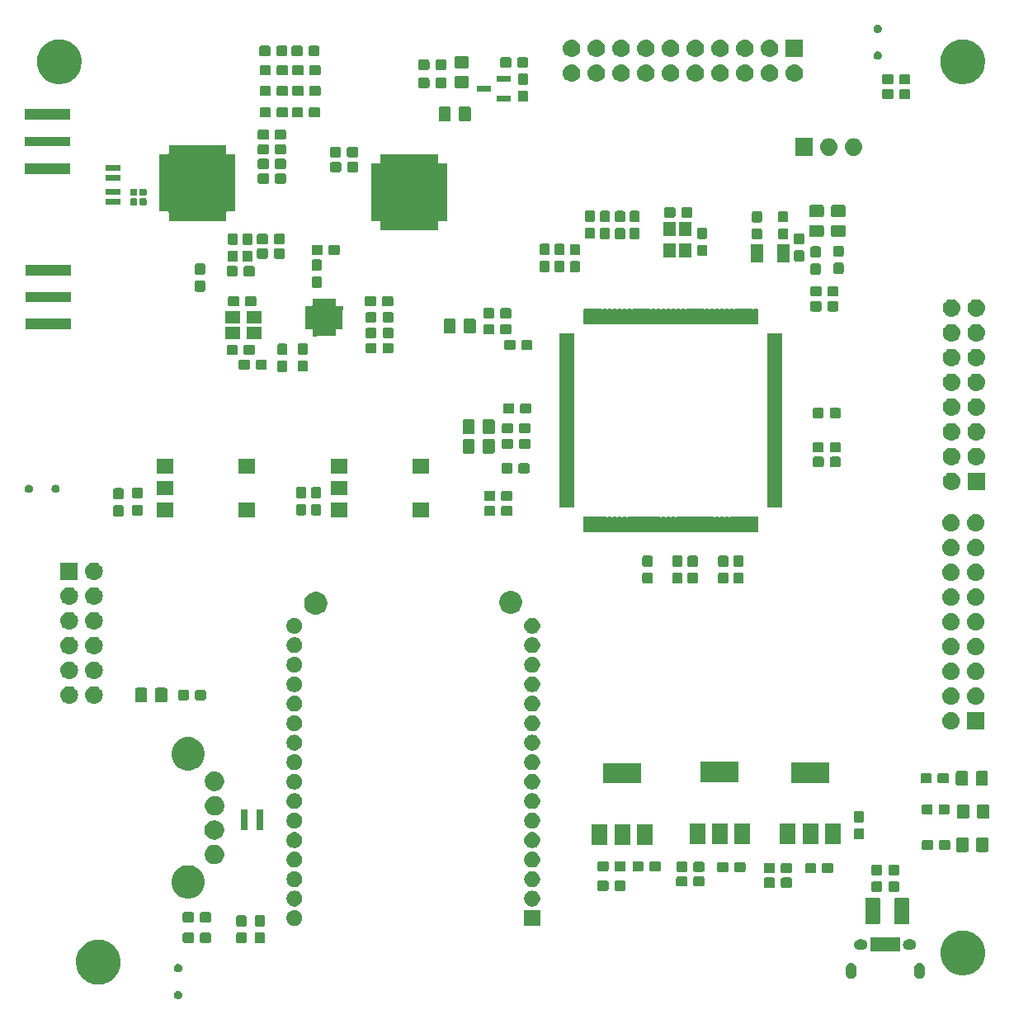
<source format=gbr>
G04 #@! TF.GenerationSoftware,KiCad,Pcbnew,5.1.0-unknown-ef3f773~94~ubuntu18.04.1*
G04 #@! TF.CreationDate,2019-06-07T15:33:40-05:00*
G04 #@! TF.ProjectId,shield_SDR_UN,73686965-6c64-45f5-9344-525f554e2e6b,rev?*
G04 #@! TF.SameCoordinates,Original*
G04 #@! TF.FileFunction,Soldermask,Top*
G04 #@! TF.FilePolarity,Negative*
%FSLAX46Y46*%
G04 Gerber Fmt 4.6, Leading zero omitted, Abs format (unit mm)*
G04 Created by KiCad (PCBNEW 5.1.0-unknown-ef3f773~94~ubuntu18.04.1) date 2019-06-07 15:33:40*
%MOMM*%
%LPD*%
G04 APERTURE LIST*
%ADD10C,0.100000*%
G04 APERTURE END LIST*
D10*
G36*
X81249260Y-137205371D02*
G01*
X81283071Y-137219376D01*
X81326784Y-137237482D01*
X81326787Y-137237484D01*
X81396559Y-137284104D01*
X81455896Y-137343441D01*
X81455897Y-137343443D01*
X81502518Y-137413216D01*
X81520624Y-137456929D01*
X81534629Y-137490740D01*
X81551000Y-137573043D01*
X81551000Y-137656957D01*
X81534629Y-137739260D01*
X81520624Y-137773071D01*
X81502518Y-137816784D01*
X81502516Y-137816787D01*
X81455896Y-137886559D01*
X81396559Y-137945896D01*
X81326787Y-137992516D01*
X81326784Y-137992518D01*
X81283071Y-138010624D01*
X81249260Y-138024629D01*
X81166957Y-138041000D01*
X81083043Y-138041000D01*
X81000740Y-138024629D01*
X80966929Y-138010624D01*
X80923216Y-137992518D01*
X80923213Y-137992516D01*
X80853441Y-137945896D01*
X80794104Y-137886559D01*
X80747484Y-137816787D01*
X80747482Y-137816784D01*
X80729376Y-137773071D01*
X80715371Y-137739260D01*
X80699000Y-137656957D01*
X80699000Y-137573043D01*
X80715371Y-137490740D01*
X80729376Y-137456929D01*
X80747482Y-137413216D01*
X80794103Y-137343443D01*
X80794104Y-137343441D01*
X80853441Y-137284104D01*
X80923213Y-137237484D01*
X80923216Y-137237482D01*
X80966929Y-137219376D01*
X81000740Y-137205371D01*
X81083043Y-137189000D01*
X81166957Y-137189000D01*
X81249260Y-137205371D01*
X81249260Y-137205371D01*
G37*
G36*
X73398903Y-131983213D02*
G01*
X73621177Y-132027426D01*
X74039932Y-132200880D01*
X74416802Y-132452696D01*
X74737304Y-132773198D01*
X74989120Y-133150068D01*
X75162574Y-133568823D01*
X75162574Y-133568824D01*
X75251000Y-134013370D01*
X75251000Y-134466630D01*
X75213904Y-134653122D01*
X75162574Y-134911177D01*
X74989120Y-135329932D01*
X74737304Y-135706802D01*
X74416802Y-136027304D01*
X74039932Y-136279120D01*
X73621177Y-136452574D01*
X73398903Y-136496787D01*
X73176630Y-136541000D01*
X72723370Y-136541000D01*
X72501097Y-136496787D01*
X72278823Y-136452574D01*
X71860068Y-136279120D01*
X71483198Y-136027304D01*
X71162696Y-135706802D01*
X70910880Y-135329932D01*
X70737426Y-134911177D01*
X70686096Y-134653122D01*
X70649000Y-134466630D01*
X70649000Y-134013370D01*
X70737426Y-133568824D01*
X70737426Y-133568823D01*
X70910880Y-133150068D01*
X71162696Y-132773198D01*
X71483198Y-132452696D01*
X71860068Y-132200880D01*
X72278823Y-132027426D01*
X72501097Y-131983213D01*
X72723370Y-131939000D01*
X73176630Y-131939000D01*
X73398903Y-131983213D01*
X73398903Y-131983213D01*
G37*
G36*
X150298014Y-134321973D02*
G01*
X150401878Y-134353479D01*
X150445907Y-134377013D01*
X150497599Y-134404643D01*
X150497601Y-134404644D01*
X150497600Y-134404644D01*
X150581501Y-134473499D01*
X150650356Y-134557400D01*
X150701521Y-134653121D01*
X150733027Y-134756985D01*
X150741000Y-134837933D01*
X150741000Y-135442067D01*
X150733027Y-135523015D01*
X150701521Y-135626879D01*
X150701519Y-135626882D01*
X150650357Y-135722600D01*
X150581501Y-135806501D01*
X150497600Y-135875357D01*
X150429055Y-135911995D01*
X150401879Y-135926521D01*
X150298015Y-135958027D01*
X150190000Y-135968666D01*
X150081986Y-135958027D01*
X149978122Y-135926521D01*
X149950946Y-135911995D01*
X149882401Y-135875357D01*
X149798500Y-135806501D01*
X149729643Y-135722599D01*
X149678481Y-135626882D01*
X149667596Y-135591000D01*
X149646973Y-135523015D01*
X149639000Y-135442067D01*
X149639000Y-134837934D01*
X149646973Y-134756986D01*
X149678479Y-134653122D01*
X149729644Y-134557400D01*
X149798499Y-134473499D01*
X149882400Y-134404644D01*
X149882399Y-134404644D01*
X149882401Y-134404643D01*
X149934093Y-134377013D01*
X149978121Y-134353479D01*
X150081985Y-134321973D01*
X150190000Y-134311334D01*
X150298014Y-134321973D01*
X150298014Y-134321973D01*
G37*
G36*
X157298014Y-134321973D02*
G01*
X157401878Y-134353479D01*
X157445907Y-134377013D01*
X157497599Y-134404643D01*
X157497601Y-134404644D01*
X157497600Y-134404644D01*
X157581501Y-134473499D01*
X157650356Y-134557400D01*
X157701521Y-134653121D01*
X157733027Y-134756985D01*
X157741000Y-134837933D01*
X157741000Y-135442067D01*
X157733027Y-135523015D01*
X157701521Y-135626879D01*
X157701519Y-135626882D01*
X157650357Y-135722600D01*
X157581501Y-135806501D01*
X157497600Y-135875357D01*
X157429055Y-135911995D01*
X157401879Y-135926521D01*
X157298015Y-135958027D01*
X157190000Y-135968666D01*
X157081986Y-135958027D01*
X156978122Y-135926521D01*
X156950946Y-135911995D01*
X156882401Y-135875357D01*
X156798500Y-135806501D01*
X156729643Y-135722599D01*
X156678481Y-135626882D01*
X156667596Y-135591000D01*
X156646973Y-135523015D01*
X156639000Y-135442067D01*
X156639000Y-134837934D01*
X156646973Y-134756986D01*
X156678479Y-134653122D01*
X156729644Y-134557400D01*
X156798499Y-134473499D01*
X156882400Y-134404644D01*
X156882399Y-134404644D01*
X156882401Y-134404643D01*
X156934093Y-134377013D01*
X156978121Y-134353479D01*
X157081985Y-134321973D01*
X157190000Y-134311334D01*
X157298014Y-134321973D01*
X157298014Y-134321973D01*
G37*
G36*
X162078903Y-131033213D02*
G01*
X162301177Y-131077426D01*
X162719932Y-131250880D01*
X163096802Y-131502696D01*
X163417304Y-131823198D01*
X163669120Y-132200068D01*
X163842574Y-132618823D01*
X163931000Y-133063371D01*
X163931000Y-133516629D01*
X163842574Y-133961177D01*
X163669120Y-134379932D01*
X163417304Y-134756802D01*
X163096802Y-135077304D01*
X162719932Y-135329120D01*
X162301177Y-135502574D01*
X162198423Y-135523013D01*
X161856630Y-135591000D01*
X161403370Y-135591000D01*
X161061577Y-135523013D01*
X160958823Y-135502574D01*
X160540068Y-135329120D01*
X160163198Y-135077304D01*
X159842696Y-134756802D01*
X159590880Y-134379932D01*
X159417426Y-133961177D01*
X159329000Y-133516629D01*
X159329000Y-133063371D01*
X159417426Y-132618823D01*
X159590880Y-132200068D01*
X159842696Y-131823198D01*
X160163198Y-131502696D01*
X160540068Y-131250880D01*
X160958823Y-131077426D01*
X161181097Y-131033213D01*
X161403370Y-130989000D01*
X161856630Y-130989000D01*
X162078903Y-131033213D01*
X162078903Y-131033213D01*
G37*
G36*
X81249260Y-134455371D02*
G01*
X81276439Y-134466629D01*
X81326784Y-134487482D01*
X81326787Y-134487484D01*
X81396559Y-134534104D01*
X81455896Y-134593441D01*
X81455897Y-134593443D01*
X81502518Y-134663216D01*
X81520624Y-134706929D01*
X81534629Y-134740740D01*
X81551000Y-134823043D01*
X81551000Y-134906957D01*
X81534629Y-134989260D01*
X81520624Y-135023071D01*
X81502518Y-135066784D01*
X81502516Y-135066787D01*
X81455896Y-135136559D01*
X81396559Y-135195896D01*
X81326787Y-135242516D01*
X81326784Y-135242518D01*
X81283071Y-135260624D01*
X81249260Y-135274629D01*
X81166957Y-135291000D01*
X81083043Y-135291000D01*
X81000740Y-135274629D01*
X80966929Y-135260624D01*
X80923216Y-135242518D01*
X80923213Y-135242516D01*
X80853441Y-135195896D01*
X80794104Y-135136559D01*
X80747484Y-135066787D01*
X80747482Y-135066784D01*
X80729376Y-135023071D01*
X80715371Y-134989260D01*
X80699000Y-134906957D01*
X80699000Y-134823043D01*
X80715371Y-134740740D01*
X80729376Y-134706929D01*
X80747482Y-134663216D01*
X80794103Y-134593443D01*
X80794104Y-134593441D01*
X80853441Y-134534104D01*
X80923213Y-134487484D01*
X80923216Y-134487482D01*
X80973561Y-134466629D01*
X81000740Y-134455371D01*
X81083043Y-134439000D01*
X81166957Y-134439000D01*
X81249260Y-134455371D01*
X81249260Y-134455371D01*
G37*
G36*
X155241000Y-133166000D02*
G01*
X152139000Y-133166000D01*
X152139000Y-131714000D01*
X155241000Y-131714000D01*
X155241000Y-133166000D01*
X155241000Y-133166000D01*
G37*
G36*
X156443114Y-131921611D02*
G01*
X156542265Y-131951688D01*
X156633644Y-132000531D01*
X156713738Y-132066262D01*
X156779469Y-132146356D01*
X156828312Y-132237735D01*
X156858389Y-132336886D01*
X156868545Y-132440000D01*
X156858389Y-132543114D01*
X156828312Y-132642265D01*
X156779469Y-132733644D01*
X156713738Y-132813738D01*
X156633644Y-132879469D01*
X156542265Y-132928312D01*
X156443114Y-132958389D01*
X156365839Y-132966000D01*
X156014161Y-132966000D01*
X155936886Y-132958389D01*
X155837735Y-132928312D01*
X155746356Y-132879469D01*
X155666262Y-132813738D01*
X155600531Y-132733644D01*
X155551688Y-132642265D01*
X155521611Y-132543114D01*
X155511455Y-132440000D01*
X155521611Y-132336886D01*
X155551688Y-132237735D01*
X155600531Y-132146356D01*
X155666262Y-132066262D01*
X155746356Y-132000531D01*
X155837735Y-131951688D01*
X155936886Y-131921611D01*
X156014161Y-131914000D01*
X156365839Y-131914000D01*
X156443114Y-131921611D01*
X156443114Y-131921611D01*
G37*
G36*
X151443114Y-131921611D02*
G01*
X151542265Y-131951688D01*
X151633644Y-132000531D01*
X151713738Y-132066262D01*
X151779469Y-132146356D01*
X151828312Y-132237735D01*
X151858389Y-132336886D01*
X151868545Y-132440000D01*
X151858389Y-132543114D01*
X151828312Y-132642265D01*
X151779469Y-132733644D01*
X151713738Y-132813738D01*
X151633644Y-132879469D01*
X151542265Y-132928312D01*
X151443114Y-132958389D01*
X151365839Y-132966000D01*
X151014161Y-132966000D01*
X150936886Y-132958389D01*
X150837735Y-132928312D01*
X150746356Y-132879469D01*
X150666262Y-132813738D01*
X150600531Y-132733644D01*
X150551688Y-132642265D01*
X150521611Y-132543114D01*
X150511455Y-132440000D01*
X150521611Y-132336886D01*
X150551688Y-132237735D01*
X150600531Y-132146356D01*
X150666262Y-132066262D01*
X150746356Y-132000531D01*
X150837735Y-131951688D01*
X150936886Y-131921611D01*
X151014161Y-131914000D01*
X151365839Y-131914000D01*
X151443114Y-131921611D01*
X151443114Y-131921611D01*
G37*
G36*
X87984499Y-131183445D02*
G01*
X88021995Y-131194820D01*
X88056554Y-131213292D01*
X88086847Y-131238153D01*
X88111708Y-131268446D01*
X88130180Y-131303005D01*
X88141555Y-131340501D01*
X88146000Y-131385638D01*
X88146000Y-132124362D01*
X88141555Y-132169499D01*
X88130180Y-132206995D01*
X88111708Y-132241554D01*
X88086847Y-132271847D01*
X88056554Y-132296708D01*
X88021995Y-132315180D01*
X87984499Y-132326555D01*
X87939362Y-132331000D01*
X87300638Y-132331000D01*
X87255501Y-132326555D01*
X87218005Y-132315180D01*
X87183446Y-132296708D01*
X87153153Y-132271847D01*
X87128292Y-132241554D01*
X87109820Y-132206995D01*
X87098445Y-132169499D01*
X87094000Y-132124362D01*
X87094000Y-131385638D01*
X87098445Y-131340501D01*
X87109820Y-131303005D01*
X87128292Y-131268446D01*
X87153153Y-131238153D01*
X87183446Y-131213292D01*
X87218005Y-131194820D01*
X87255501Y-131183445D01*
X87300638Y-131179000D01*
X87939362Y-131179000D01*
X87984499Y-131183445D01*
X87984499Y-131183445D01*
G37*
G36*
X89884499Y-131183445D02*
G01*
X89921995Y-131194820D01*
X89956554Y-131213292D01*
X89986847Y-131238153D01*
X90011708Y-131268446D01*
X90030180Y-131303005D01*
X90041555Y-131340501D01*
X90046000Y-131385638D01*
X90046000Y-132124362D01*
X90041555Y-132169499D01*
X90030180Y-132206995D01*
X90011708Y-132241554D01*
X89986847Y-132271847D01*
X89956554Y-132296708D01*
X89921995Y-132315180D01*
X89884499Y-132326555D01*
X89839362Y-132331000D01*
X89200638Y-132331000D01*
X89155501Y-132326555D01*
X89118005Y-132315180D01*
X89083446Y-132296708D01*
X89053153Y-132271847D01*
X89028292Y-132241554D01*
X89009820Y-132206995D01*
X88998445Y-132169499D01*
X88994000Y-132124362D01*
X88994000Y-131385638D01*
X88998445Y-131340501D01*
X89009820Y-131303005D01*
X89028292Y-131268446D01*
X89053153Y-131238153D01*
X89083446Y-131213292D01*
X89118005Y-131194820D01*
X89155501Y-131183445D01*
X89200638Y-131179000D01*
X89839362Y-131179000D01*
X89884499Y-131183445D01*
X89884499Y-131183445D01*
G37*
G36*
X84339499Y-131218445D02*
G01*
X84376995Y-131229820D01*
X84411554Y-131248292D01*
X84441847Y-131273153D01*
X84466708Y-131303446D01*
X84485180Y-131338005D01*
X84496555Y-131375501D01*
X84501000Y-131420638D01*
X84501000Y-132059362D01*
X84496555Y-132104499D01*
X84485180Y-132141995D01*
X84466708Y-132176554D01*
X84441847Y-132206847D01*
X84411554Y-132231708D01*
X84376995Y-132250180D01*
X84339499Y-132261555D01*
X84294362Y-132266000D01*
X83555638Y-132266000D01*
X83510501Y-132261555D01*
X83473005Y-132250180D01*
X83438446Y-132231708D01*
X83408153Y-132206847D01*
X83383292Y-132176554D01*
X83364820Y-132141995D01*
X83353445Y-132104499D01*
X83349000Y-132059362D01*
X83349000Y-131420638D01*
X83353445Y-131375501D01*
X83364820Y-131338005D01*
X83383292Y-131303446D01*
X83408153Y-131273153D01*
X83438446Y-131248292D01*
X83473005Y-131229820D01*
X83510501Y-131218445D01*
X83555638Y-131214000D01*
X84294362Y-131214000D01*
X84339499Y-131218445D01*
X84339499Y-131218445D01*
G37*
G36*
X82589499Y-131218445D02*
G01*
X82626995Y-131229820D01*
X82661554Y-131248292D01*
X82691847Y-131273153D01*
X82716708Y-131303446D01*
X82735180Y-131338005D01*
X82746555Y-131375501D01*
X82751000Y-131420638D01*
X82751000Y-132059362D01*
X82746555Y-132104499D01*
X82735180Y-132141995D01*
X82716708Y-132176554D01*
X82691847Y-132206847D01*
X82661554Y-132231708D01*
X82626995Y-132250180D01*
X82589499Y-132261555D01*
X82544362Y-132266000D01*
X81805638Y-132266000D01*
X81760501Y-132261555D01*
X81723005Y-132250180D01*
X81688446Y-132231708D01*
X81658153Y-132206847D01*
X81633292Y-132176554D01*
X81614820Y-132141995D01*
X81603445Y-132104499D01*
X81599000Y-132059362D01*
X81599000Y-131420638D01*
X81603445Y-131375501D01*
X81614820Y-131338005D01*
X81633292Y-131303446D01*
X81658153Y-131273153D01*
X81688446Y-131248292D01*
X81723005Y-131229820D01*
X81760501Y-131218445D01*
X81805638Y-131214000D01*
X82544362Y-131214000D01*
X82589499Y-131218445D01*
X82589499Y-131218445D01*
G37*
G36*
X89884499Y-129433445D02*
G01*
X89921995Y-129444820D01*
X89956554Y-129463292D01*
X89986847Y-129488153D01*
X90011708Y-129518446D01*
X90030180Y-129553005D01*
X90041555Y-129590501D01*
X90046000Y-129635638D01*
X90046000Y-130374362D01*
X90041555Y-130419499D01*
X90030180Y-130456995D01*
X90011708Y-130491554D01*
X89986847Y-130521847D01*
X89956554Y-130546708D01*
X89921995Y-130565180D01*
X89884499Y-130576555D01*
X89839362Y-130581000D01*
X89200638Y-130581000D01*
X89155501Y-130576555D01*
X89118005Y-130565180D01*
X89083446Y-130546708D01*
X89053153Y-130521847D01*
X89028292Y-130491554D01*
X89009820Y-130456995D01*
X88998445Y-130419499D01*
X88994000Y-130374362D01*
X88994000Y-129635638D01*
X88998445Y-129590501D01*
X89009820Y-129553005D01*
X89028292Y-129518446D01*
X89053153Y-129488153D01*
X89083446Y-129463292D01*
X89118005Y-129444820D01*
X89155501Y-129433445D01*
X89200638Y-129429000D01*
X89839362Y-129429000D01*
X89884499Y-129433445D01*
X89884499Y-129433445D01*
G37*
G36*
X87984499Y-129433445D02*
G01*
X88021995Y-129444820D01*
X88056554Y-129463292D01*
X88086847Y-129488153D01*
X88111708Y-129518446D01*
X88130180Y-129553005D01*
X88141555Y-129590501D01*
X88146000Y-129635638D01*
X88146000Y-130374362D01*
X88141555Y-130419499D01*
X88130180Y-130456995D01*
X88111708Y-130491554D01*
X88086847Y-130521847D01*
X88056554Y-130546708D01*
X88021995Y-130565180D01*
X87984499Y-130576555D01*
X87939362Y-130581000D01*
X87300638Y-130581000D01*
X87255501Y-130576555D01*
X87218005Y-130565180D01*
X87183446Y-130546708D01*
X87153153Y-130521847D01*
X87128292Y-130491554D01*
X87109820Y-130456995D01*
X87098445Y-130419499D01*
X87094000Y-130374362D01*
X87094000Y-129635638D01*
X87098445Y-129590501D01*
X87109820Y-129553005D01*
X87128292Y-129518446D01*
X87153153Y-129488153D01*
X87183446Y-129463292D01*
X87218005Y-129444820D01*
X87255501Y-129433445D01*
X87300638Y-129429000D01*
X87939362Y-129429000D01*
X87984499Y-129433445D01*
X87984499Y-129433445D01*
G37*
G36*
X93218510Y-128923112D02*
G01*
X93296997Y-128938724D01*
X93358244Y-128964093D01*
X93444862Y-128999971D01*
X93577938Y-129088890D01*
X93691110Y-129202062D01*
X93780029Y-129335138D01*
X93797368Y-129377000D01*
X93841276Y-129483003D01*
X93848326Y-129518446D01*
X93862829Y-129591354D01*
X93872500Y-129639976D01*
X93872500Y-129800024D01*
X93841811Y-129954309D01*
X93841276Y-129956996D01*
X93780029Y-130104862D01*
X93691110Y-130237938D01*
X93577938Y-130351110D01*
X93444862Y-130440029D01*
X93386712Y-130464115D01*
X93296997Y-130501276D01*
X93283458Y-130503969D01*
X93140025Y-130532500D01*
X92979975Y-130532500D01*
X92836542Y-130503969D01*
X92823003Y-130501276D01*
X92733288Y-130464115D01*
X92675138Y-130440029D01*
X92542062Y-130351110D01*
X92428890Y-130237938D01*
X92339971Y-130104862D01*
X92278724Y-129956996D01*
X92278190Y-129954309D01*
X92247500Y-129800024D01*
X92247500Y-129639976D01*
X92257172Y-129591354D01*
X92271674Y-129518446D01*
X92278724Y-129483003D01*
X92322632Y-129377000D01*
X92339971Y-129335138D01*
X92428890Y-129202062D01*
X92542062Y-129088890D01*
X92675138Y-128999971D01*
X92761756Y-128964093D01*
X92823003Y-128938724D01*
X92901490Y-128923112D01*
X92979975Y-128907500D01*
X93140025Y-128907500D01*
X93218510Y-128923112D01*
X93218510Y-128923112D01*
G37*
G36*
X118272500Y-130532500D02*
G01*
X116647500Y-130532500D01*
X116647500Y-128907500D01*
X118272500Y-128907500D01*
X118272500Y-130532500D01*
X118272500Y-130532500D01*
G37*
G36*
X156000562Y-127628181D02*
G01*
X156035481Y-127638774D01*
X156067663Y-127655976D01*
X156095873Y-127679127D01*
X156119024Y-127707337D01*
X156136226Y-127739519D01*
X156146819Y-127774438D01*
X156151000Y-127816895D01*
X156151000Y-130183105D01*
X156146819Y-130225562D01*
X156136226Y-130260481D01*
X156119024Y-130292663D01*
X156095873Y-130320873D01*
X156067663Y-130344024D01*
X156035481Y-130361226D01*
X156000562Y-130371819D01*
X155958105Y-130376000D01*
X154816895Y-130376000D01*
X154774438Y-130371819D01*
X154739519Y-130361226D01*
X154707337Y-130344024D01*
X154679127Y-130320873D01*
X154655976Y-130292663D01*
X154638774Y-130260481D01*
X154628181Y-130225562D01*
X154624000Y-130183105D01*
X154624000Y-127816895D01*
X154628181Y-127774438D01*
X154638774Y-127739519D01*
X154655976Y-127707337D01*
X154679127Y-127679127D01*
X154707337Y-127655976D01*
X154739519Y-127638774D01*
X154774438Y-127628181D01*
X154816895Y-127624000D01*
X155958105Y-127624000D01*
X156000562Y-127628181D01*
X156000562Y-127628181D01*
G37*
G36*
X153025562Y-127628181D02*
G01*
X153060481Y-127638774D01*
X153092663Y-127655976D01*
X153120873Y-127679127D01*
X153144024Y-127707337D01*
X153161226Y-127739519D01*
X153171819Y-127774438D01*
X153176000Y-127816895D01*
X153176000Y-130183105D01*
X153171819Y-130225562D01*
X153161226Y-130260481D01*
X153144024Y-130292663D01*
X153120873Y-130320873D01*
X153092663Y-130344024D01*
X153060481Y-130361226D01*
X153025562Y-130371819D01*
X152983105Y-130376000D01*
X151841895Y-130376000D01*
X151799438Y-130371819D01*
X151764519Y-130361226D01*
X151732337Y-130344024D01*
X151704127Y-130320873D01*
X151680976Y-130292663D01*
X151663774Y-130260481D01*
X151653181Y-130225562D01*
X151649000Y-130183105D01*
X151649000Y-127816895D01*
X151653181Y-127774438D01*
X151663774Y-127739519D01*
X151680976Y-127707337D01*
X151704127Y-127679127D01*
X151732337Y-127655976D01*
X151764519Y-127638774D01*
X151799438Y-127628181D01*
X151841895Y-127624000D01*
X152983105Y-127624000D01*
X153025562Y-127628181D01*
X153025562Y-127628181D01*
G37*
G36*
X82589499Y-129118445D02*
G01*
X82626995Y-129129820D01*
X82661554Y-129148292D01*
X82691847Y-129173153D01*
X82716708Y-129203446D01*
X82735180Y-129238005D01*
X82746555Y-129275501D01*
X82751000Y-129320638D01*
X82751000Y-129959362D01*
X82746555Y-130004499D01*
X82735180Y-130041995D01*
X82716708Y-130076554D01*
X82691847Y-130106847D01*
X82661554Y-130131708D01*
X82626995Y-130150180D01*
X82589499Y-130161555D01*
X82544362Y-130166000D01*
X81805638Y-130166000D01*
X81760501Y-130161555D01*
X81723005Y-130150180D01*
X81688446Y-130131708D01*
X81658153Y-130106847D01*
X81633292Y-130076554D01*
X81614820Y-130041995D01*
X81603445Y-130004499D01*
X81599000Y-129959362D01*
X81599000Y-129320638D01*
X81603445Y-129275501D01*
X81614820Y-129238005D01*
X81633292Y-129203446D01*
X81658153Y-129173153D01*
X81688446Y-129148292D01*
X81723005Y-129129820D01*
X81760501Y-129118445D01*
X81805638Y-129114000D01*
X82544362Y-129114000D01*
X82589499Y-129118445D01*
X82589499Y-129118445D01*
G37*
G36*
X84339499Y-129118445D02*
G01*
X84376995Y-129129820D01*
X84411554Y-129148292D01*
X84441847Y-129173153D01*
X84466708Y-129203446D01*
X84485180Y-129238005D01*
X84496555Y-129275501D01*
X84501000Y-129320638D01*
X84501000Y-129959362D01*
X84496555Y-130004499D01*
X84485180Y-130041995D01*
X84466708Y-130076554D01*
X84441847Y-130106847D01*
X84411554Y-130131708D01*
X84376995Y-130150180D01*
X84339499Y-130161555D01*
X84294362Y-130166000D01*
X83555638Y-130166000D01*
X83510501Y-130161555D01*
X83473005Y-130150180D01*
X83438446Y-130131708D01*
X83408153Y-130106847D01*
X83383292Y-130076554D01*
X83364820Y-130041995D01*
X83353445Y-130004499D01*
X83349000Y-129959362D01*
X83349000Y-129320638D01*
X83353445Y-129275501D01*
X83364820Y-129238005D01*
X83383292Y-129203446D01*
X83408153Y-129173153D01*
X83438446Y-129148292D01*
X83473005Y-129129820D01*
X83510501Y-129118445D01*
X83555638Y-129114000D01*
X84294362Y-129114000D01*
X84339499Y-129118445D01*
X84339499Y-129118445D01*
G37*
G36*
X93207626Y-126920947D02*
G01*
X93296997Y-126938724D01*
X93358244Y-126964093D01*
X93444862Y-126999971D01*
X93577938Y-127088890D01*
X93691110Y-127202062D01*
X93780029Y-127335138D01*
X93841276Y-127483004D01*
X93872500Y-127639975D01*
X93872500Y-127800025D01*
X93841276Y-127956996D01*
X93780029Y-128104862D01*
X93691110Y-128237938D01*
X93577938Y-128351110D01*
X93444862Y-128440029D01*
X93358244Y-128475907D01*
X93296997Y-128501276D01*
X93218510Y-128516888D01*
X93140025Y-128532500D01*
X92979975Y-128532500D01*
X92901490Y-128516888D01*
X92823003Y-128501276D01*
X92761756Y-128475907D01*
X92675138Y-128440029D01*
X92542062Y-128351110D01*
X92428890Y-128237938D01*
X92339971Y-128104862D01*
X92278724Y-127956996D01*
X92247500Y-127800025D01*
X92247500Y-127639975D01*
X92278724Y-127483004D01*
X92339971Y-127335138D01*
X92428890Y-127202062D01*
X92542062Y-127088890D01*
X92675138Y-126999971D01*
X92761756Y-126964093D01*
X92823003Y-126938724D01*
X92912374Y-126920947D01*
X92979975Y-126907500D01*
X93140025Y-126907500D01*
X93207626Y-126920947D01*
X93207626Y-126920947D01*
G37*
G36*
X117607626Y-126920947D02*
G01*
X117696997Y-126938724D01*
X117758244Y-126964093D01*
X117844862Y-126999971D01*
X117977938Y-127088890D01*
X118091110Y-127202062D01*
X118180029Y-127335138D01*
X118241276Y-127483004D01*
X118272500Y-127639975D01*
X118272500Y-127800025D01*
X118241276Y-127956996D01*
X118180029Y-128104862D01*
X118091110Y-128237938D01*
X117977938Y-128351110D01*
X117844862Y-128440029D01*
X117758244Y-128475907D01*
X117696997Y-128501276D01*
X117618510Y-128516888D01*
X117540025Y-128532500D01*
X117379975Y-128532500D01*
X117301490Y-128516888D01*
X117223003Y-128501276D01*
X117161756Y-128475907D01*
X117075138Y-128440029D01*
X116942062Y-128351110D01*
X116828890Y-128237938D01*
X116739971Y-128104862D01*
X116678724Y-127956996D01*
X116647500Y-127800025D01*
X116647500Y-127639975D01*
X116678724Y-127483004D01*
X116739971Y-127335138D01*
X116828890Y-127202062D01*
X116942062Y-127088890D01*
X117075138Y-126999971D01*
X117161756Y-126964093D01*
X117223003Y-126938724D01*
X117312374Y-126920947D01*
X117379975Y-126907500D01*
X117540025Y-126907500D01*
X117607626Y-126920947D01*
X117607626Y-126920947D01*
G37*
G36*
X82646162Y-124374368D02*
G01*
X82955724Y-124502593D01*
X83048170Y-124564363D01*
X83234324Y-124688747D01*
X83471253Y-124925676D01*
X83582191Y-125091708D01*
X83657407Y-125204276D01*
X83785632Y-125513838D01*
X83851000Y-125842465D01*
X83851000Y-126177535D01*
X83785632Y-126506162D01*
X83657407Y-126815724D01*
X83606636Y-126891708D01*
X83471253Y-127094324D01*
X83234324Y-127331253D01*
X83048170Y-127455637D01*
X82955724Y-127517407D01*
X82646162Y-127645632D01*
X82317535Y-127711000D01*
X81982465Y-127711000D01*
X81653838Y-127645632D01*
X81344276Y-127517407D01*
X81251830Y-127455637D01*
X81065676Y-127331253D01*
X80828747Y-127094324D01*
X80693364Y-126891708D01*
X80642593Y-126815724D01*
X80514368Y-126506162D01*
X80449000Y-126177535D01*
X80449000Y-125842465D01*
X80514368Y-125513838D01*
X80642593Y-125204276D01*
X80717809Y-125091708D01*
X80828747Y-124925676D01*
X81065676Y-124688747D01*
X81251830Y-124564363D01*
X81344276Y-124502593D01*
X81653838Y-124374368D01*
X81982465Y-124309000D01*
X82317535Y-124309000D01*
X82646162Y-124374368D01*
X82646162Y-124374368D01*
G37*
G36*
X154989499Y-125978445D02*
G01*
X155026995Y-125989820D01*
X155061554Y-126008292D01*
X155091847Y-126033153D01*
X155116708Y-126063446D01*
X155135180Y-126098005D01*
X155146555Y-126135501D01*
X155151000Y-126180638D01*
X155151000Y-126819362D01*
X155146555Y-126864499D01*
X155135180Y-126901995D01*
X155116708Y-126936554D01*
X155091847Y-126966847D01*
X155061554Y-126991708D01*
X155026995Y-127010180D01*
X154989499Y-127021555D01*
X154944362Y-127026000D01*
X154205638Y-127026000D01*
X154160501Y-127021555D01*
X154123005Y-127010180D01*
X154088446Y-126991708D01*
X154058153Y-126966847D01*
X154033292Y-126936554D01*
X154014820Y-126901995D01*
X154003445Y-126864499D01*
X153999000Y-126819362D01*
X153999000Y-126180638D01*
X154003445Y-126135501D01*
X154014820Y-126098005D01*
X154033292Y-126063446D01*
X154058153Y-126033153D01*
X154088446Y-126008292D01*
X154123005Y-125989820D01*
X154160501Y-125978445D01*
X154205638Y-125974000D01*
X154944362Y-125974000D01*
X154989499Y-125978445D01*
X154989499Y-125978445D01*
G37*
G36*
X153239499Y-125978445D02*
G01*
X153276995Y-125989820D01*
X153311554Y-126008292D01*
X153341847Y-126033153D01*
X153366708Y-126063446D01*
X153385180Y-126098005D01*
X153396555Y-126135501D01*
X153401000Y-126180638D01*
X153401000Y-126819362D01*
X153396555Y-126864499D01*
X153385180Y-126901995D01*
X153366708Y-126936554D01*
X153341847Y-126966847D01*
X153311554Y-126991708D01*
X153276995Y-127010180D01*
X153239499Y-127021555D01*
X153194362Y-127026000D01*
X152455638Y-127026000D01*
X152410501Y-127021555D01*
X152373005Y-127010180D01*
X152338446Y-126991708D01*
X152308153Y-126966847D01*
X152283292Y-126936554D01*
X152264820Y-126901995D01*
X152253445Y-126864499D01*
X152249000Y-126819362D01*
X152249000Y-126180638D01*
X152253445Y-126135501D01*
X152264820Y-126098005D01*
X152283292Y-126063446D01*
X152308153Y-126033153D01*
X152338446Y-126008292D01*
X152373005Y-125989820D01*
X152410501Y-125978445D01*
X152455638Y-125974000D01*
X153194362Y-125974000D01*
X153239499Y-125978445D01*
X153239499Y-125978445D01*
G37*
G36*
X126889499Y-125878445D02*
G01*
X126926995Y-125889820D01*
X126961554Y-125908292D01*
X126991847Y-125933153D01*
X127016708Y-125963446D01*
X127035180Y-125998005D01*
X127046555Y-126035501D01*
X127051000Y-126080638D01*
X127051000Y-126719362D01*
X127046555Y-126764499D01*
X127035180Y-126801995D01*
X127016708Y-126836554D01*
X126991847Y-126866847D01*
X126961554Y-126891708D01*
X126926995Y-126910180D01*
X126889499Y-126921555D01*
X126844362Y-126926000D01*
X126105638Y-126926000D01*
X126060501Y-126921555D01*
X126023005Y-126910180D01*
X125988446Y-126891708D01*
X125958153Y-126866847D01*
X125933292Y-126836554D01*
X125914820Y-126801995D01*
X125903445Y-126764499D01*
X125899000Y-126719362D01*
X125899000Y-126080638D01*
X125903445Y-126035501D01*
X125914820Y-125998005D01*
X125933292Y-125963446D01*
X125958153Y-125933153D01*
X125988446Y-125908292D01*
X126023005Y-125889820D01*
X126060501Y-125878445D01*
X126105638Y-125874000D01*
X126844362Y-125874000D01*
X126889499Y-125878445D01*
X126889499Y-125878445D01*
G37*
G36*
X125139499Y-125878445D02*
G01*
X125176995Y-125889820D01*
X125211554Y-125908292D01*
X125241847Y-125933153D01*
X125266708Y-125963446D01*
X125285180Y-125998005D01*
X125296555Y-126035501D01*
X125301000Y-126080638D01*
X125301000Y-126719362D01*
X125296555Y-126764499D01*
X125285180Y-126801995D01*
X125266708Y-126836554D01*
X125241847Y-126866847D01*
X125211554Y-126891708D01*
X125176995Y-126910180D01*
X125139499Y-126921555D01*
X125094362Y-126926000D01*
X124355638Y-126926000D01*
X124310501Y-126921555D01*
X124273005Y-126910180D01*
X124238446Y-126891708D01*
X124208153Y-126866847D01*
X124183292Y-126836554D01*
X124164820Y-126801995D01*
X124153445Y-126764499D01*
X124149000Y-126719362D01*
X124149000Y-126080638D01*
X124153445Y-126035501D01*
X124164820Y-125998005D01*
X124183292Y-125963446D01*
X124208153Y-125933153D01*
X124238446Y-125908292D01*
X124273005Y-125889820D01*
X124310501Y-125878445D01*
X124355638Y-125874000D01*
X125094362Y-125874000D01*
X125139499Y-125878445D01*
X125139499Y-125878445D01*
G37*
G36*
X143969499Y-125568445D02*
G01*
X144006995Y-125579820D01*
X144041554Y-125598292D01*
X144071847Y-125623153D01*
X144096708Y-125653446D01*
X144115180Y-125688005D01*
X144126555Y-125725501D01*
X144131000Y-125770638D01*
X144131000Y-126409362D01*
X144126555Y-126454499D01*
X144115180Y-126491995D01*
X144096708Y-126526554D01*
X144071847Y-126556847D01*
X144041554Y-126581708D01*
X144006995Y-126600180D01*
X143969499Y-126611555D01*
X143924362Y-126616000D01*
X143185638Y-126616000D01*
X143140501Y-126611555D01*
X143103005Y-126600180D01*
X143068446Y-126581708D01*
X143038153Y-126556847D01*
X143013292Y-126526554D01*
X142994820Y-126491995D01*
X142983445Y-126454499D01*
X142979000Y-126409362D01*
X142979000Y-125770638D01*
X142983445Y-125725501D01*
X142994820Y-125688005D01*
X143013292Y-125653446D01*
X143038153Y-125623153D01*
X143068446Y-125598292D01*
X143103005Y-125579820D01*
X143140501Y-125568445D01*
X143185638Y-125564000D01*
X143924362Y-125564000D01*
X143969499Y-125568445D01*
X143969499Y-125568445D01*
G37*
G36*
X142219499Y-125568445D02*
G01*
X142256995Y-125579820D01*
X142291554Y-125598292D01*
X142321847Y-125623153D01*
X142346708Y-125653446D01*
X142365180Y-125688005D01*
X142376555Y-125725501D01*
X142381000Y-125770638D01*
X142381000Y-126409362D01*
X142376555Y-126454499D01*
X142365180Y-126491995D01*
X142346708Y-126526554D01*
X142321847Y-126556847D01*
X142291554Y-126581708D01*
X142256995Y-126600180D01*
X142219499Y-126611555D01*
X142174362Y-126616000D01*
X141435638Y-126616000D01*
X141390501Y-126611555D01*
X141353005Y-126600180D01*
X141318446Y-126581708D01*
X141288153Y-126556847D01*
X141263292Y-126526554D01*
X141244820Y-126491995D01*
X141233445Y-126454499D01*
X141229000Y-126409362D01*
X141229000Y-125770638D01*
X141233445Y-125725501D01*
X141244820Y-125688005D01*
X141263292Y-125653446D01*
X141288153Y-125623153D01*
X141318446Y-125598292D01*
X141353005Y-125579820D01*
X141390501Y-125568445D01*
X141435638Y-125564000D01*
X142174362Y-125564000D01*
X142219499Y-125568445D01*
X142219499Y-125568445D01*
G37*
G36*
X117599658Y-124919362D02*
G01*
X117696997Y-124938724D01*
X117728343Y-124951708D01*
X117844862Y-124999971D01*
X117977938Y-125088890D01*
X118091110Y-125202062D01*
X118180029Y-125335138D01*
X118215907Y-125421756D01*
X118239325Y-125478292D01*
X118241276Y-125483004D01*
X118265643Y-125605501D01*
X118272500Y-125639976D01*
X118272500Y-125800024D01*
X118241276Y-125956997D01*
X118224290Y-125998005D01*
X118180029Y-126104862D01*
X118091110Y-126237938D01*
X117977938Y-126351110D01*
X117844862Y-126440029D01*
X117792523Y-126461708D01*
X117696997Y-126501276D01*
X117672428Y-126506163D01*
X117540025Y-126532500D01*
X117379975Y-126532500D01*
X117247572Y-126506163D01*
X117223003Y-126501276D01*
X117127477Y-126461708D01*
X117075138Y-126440029D01*
X116942062Y-126351110D01*
X116828890Y-126237938D01*
X116739971Y-126104862D01*
X116695710Y-125998005D01*
X116678724Y-125956997D01*
X116647500Y-125800024D01*
X116647500Y-125639976D01*
X116654358Y-125605501D01*
X116678724Y-125483004D01*
X116680676Y-125478292D01*
X116704093Y-125421756D01*
X116739971Y-125335138D01*
X116828890Y-125202062D01*
X116942062Y-125088890D01*
X117075138Y-124999971D01*
X117191657Y-124951708D01*
X117223003Y-124938724D01*
X117320342Y-124919362D01*
X117379975Y-124907500D01*
X117540025Y-124907500D01*
X117599658Y-124919362D01*
X117599658Y-124919362D01*
G37*
G36*
X93199658Y-124919362D02*
G01*
X93296997Y-124938724D01*
X93328343Y-124951708D01*
X93444862Y-124999971D01*
X93577938Y-125088890D01*
X93691110Y-125202062D01*
X93780029Y-125335138D01*
X93815907Y-125421756D01*
X93839325Y-125478292D01*
X93841276Y-125483004D01*
X93865643Y-125605501D01*
X93872500Y-125639976D01*
X93872500Y-125800024D01*
X93841276Y-125956997D01*
X93824290Y-125998005D01*
X93780029Y-126104862D01*
X93691110Y-126237938D01*
X93577938Y-126351110D01*
X93444862Y-126440029D01*
X93392523Y-126461708D01*
X93296997Y-126501276D01*
X93272428Y-126506163D01*
X93140025Y-126532500D01*
X92979975Y-126532500D01*
X92847572Y-126506163D01*
X92823003Y-126501276D01*
X92727477Y-126461708D01*
X92675138Y-126440029D01*
X92542062Y-126351110D01*
X92428890Y-126237938D01*
X92339971Y-126104862D01*
X92295710Y-125998005D01*
X92278724Y-125956997D01*
X92247500Y-125800024D01*
X92247500Y-125639976D01*
X92254358Y-125605501D01*
X92278724Y-125483004D01*
X92280676Y-125478292D01*
X92304093Y-125421756D01*
X92339971Y-125335138D01*
X92428890Y-125202062D01*
X92542062Y-125088890D01*
X92675138Y-124999971D01*
X92791657Y-124951708D01*
X92823003Y-124938724D01*
X92920342Y-124919362D01*
X92979975Y-124907500D01*
X93140025Y-124907500D01*
X93199658Y-124919362D01*
X93199658Y-124919362D01*
G37*
G36*
X133224499Y-125448445D02*
G01*
X133261995Y-125459820D01*
X133296554Y-125478292D01*
X133326847Y-125503153D01*
X133351708Y-125533446D01*
X133370180Y-125568005D01*
X133381555Y-125605501D01*
X133386000Y-125650638D01*
X133386000Y-126289362D01*
X133381555Y-126334499D01*
X133370180Y-126371995D01*
X133351708Y-126406554D01*
X133326847Y-126436847D01*
X133296554Y-126461708D01*
X133261995Y-126480180D01*
X133224499Y-126491555D01*
X133179362Y-126496000D01*
X132440638Y-126496000D01*
X132395501Y-126491555D01*
X132358005Y-126480180D01*
X132323446Y-126461708D01*
X132293153Y-126436847D01*
X132268292Y-126406554D01*
X132249820Y-126371995D01*
X132238445Y-126334499D01*
X132234000Y-126289362D01*
X132234000Y-125650638D01*
X132238445Y-125605501D01*
X132249820Y-125568005D01*
X132268292Y-125533446D01*
X132293153Y-125503153D01*
X132323446Y-125478292D01*
X132358005Y-125459820D01*
X132395501Y-125448445D01*
X132440638Y-125444000D01*
X133179362Y-125444000D01*
X133224499Y-125448445D01*
X133224499Y-125448445D01*
G37*
G36*
X134974499Y-125448445D02*
G01*
X135011995Y-125459820D01*
X135046554Y-125478292D01*
X135076847Y-125503153D01*
X135101708Y-125533446D01*
X135120180Y-125568005D01*
X135131555Y-125605501D01*
X135136000Y-125650638D01*
X135136000Y-126289362D01*
X135131555Y-126334499D01*
X135120180Y-126371995D01*
X135101708Y-126406554D01*
X135076847Y-126436847D01*
X135046554Y-126461708D01*
X135011995Y-126480180D01*
X134974499Y-126491555D01*
X134929362Y-126496000D01*
X134190638Y-126496000D01*
X134145501Y-126491555D01*
X134108005Y-126480180D01*
X134073446Y-126461708D01*
X134043153Y-126436847D01*
X134018292Y-126406554D01*
X133999820Y-126371995D01*
X133988445Y-126334499D01*
X133984000Y-126289362D01*
X133984000Y-125650638D01*
X133988445Y-125605501D01*
X133999820Y-125568005D01*
X134018292Y-125533446D01*
X134043153Y-125503153D01*
X134073446Y-125478292D01*
X134108005Y-125459820D01*
X134145501Y-125448445D01*
X134190638Y-125444000D01*
X134929362Y-125444000D01*
X134974499Y-125448445D01*
X134974499Y-125448445D01*
G37*
G36*
X153239499Y-124278445D02*
G01*
X153276995Y-124289820D01*
X153311554Y-124308292D01*
X153341847Y-124333153D01*
X153366708Y-124363446D01*
X153385180Y-124398005D01*
X153396555Y-124435501D01*
X153401000Y-124480638D01*
X153401000Y-125119362D01*
X153396555Y-125164499D01*
X153385180Y-125201995D01*
X153366708Y-125236554D01*
X153341847Y-125266847D01*
X153311554Y-125291708D01*
X153276995Y-125310180D01*
X153239499Y-125321555D01*
X153194362Y-125326000D01*
X152455638Y-125326000D01*
X152410501Y-125321555D01*
X152373005Y-125310180D01*
X152338446Y-125291708D01*
X152308153Y-125266847D01*
X152283292Y-125236554D01*
X152264820Y-125201995D01*
X152253445Y-125164499D01*
X152249000Y-125119362D01*
X152249000Y-124480638D01*
X152253445Y-124435501D01*
X152264820Y-124398005D01*
X152283292Y-124363446D01*
X152308153Y-124333153D01*
X152338446Y-124308292D01*
X152373005Y-124289820D01*
X152410501Y-124278445D01*
X152455638Y-124274000D01*
X153194362Y-124274000D01*
X153239499Y-124278445D01*
X153239499Y-124278445D01*
G37*
G36*
X154989499Y-124278445D02*
G01*
X155026995Y-124289820D01*
X155061554Y-124308292D01*
X155091847Y-124333153D01*
X155116708Y-124363446D01*
X155135180Y-124398005D01*
X155146555Y-124435501D01*
X155151000Y-124480638D01*
X155151000Y-125119362D01*
X155146555Y-125164499D01*
X155135180Y-125201995D01*
X155116708Y-125236554D01*
X155091847Y-125266847D01*
X155061554Y-125291708D01*
X155026995Y-125310180D01*
X154989499Y-125321555D01*
X154944362Y-125326000D01*
X154205638Y-125326000D01*
X154160501Y-125321555D01*
X154123005Y-125310180D01*
X154088446Y-125291708D01*
X154058153Y-125266847D01*
X154033292Y-125236554D01*
X154014820Y-125201995D01*
X154003445Y-125164499D01*
X153999000Y-125119362D01*
X153999000Y-124480638D01*
X154003445Y-124435501D01*
X154014820Y-124398005D01*
X154033292Y-124363446D01*
X154058153Y-124333153D01*
X154088446Y-124308292D01*
X154123005Y-124289820D01*
X154160501Y-124278445D01*
X154205638Y-124274000D01*
X154944362Y-124274000D01*
X154989499Y-124278445D01*
X154989499Y-124278445D01*
G37*
G36*
X148189499Y-124078445D02*
G01*
X148226995Y-124089820D01*
X148261554Y-124108292D01*
X148291847Y-124133153D01*
X148316708Y-124163446D01*
X148335180Y-124198005D01*
X148346555Y-124235501D01*
X148351000Y-124280638D01*
X148351000Y-124919362D01*
X148346555Y-124964499D01*
X148335180Y-125001995D01*
X148316708Y-125036554D01*
X148291847Y-125066847D01*
X148261554Y-125091708D01*
X148226995Y-125110180D01*
X148189499Y-125121555D01*
X148144362Y-125126000D01*
X147405638Y-125126000D01*
X147360501Y-125121555D01*
X147323005Y-125110180D01*
X147288446Y-125091708D01*
X147258153Y-125066847D01*
X147233292Y-125036554D01*
X147214820Y-125001995D01*
X147203445Y-124964499D01*
X147199000Y-124919362D01*
X147199000Y-124280638D01*
X147203445Y-124235501D01*
X147214820Y-124198005D01*
X147233292Y-124163446D01*
X147258153Y-124133153D01*
X147288446Y-124108292D01*
X147323005Y-124089820D01*
X147360501Y-124078445D01*
X147405638Y-124074000D01*
X148144362Y-124074000D01*
X148189499Y-124078445D01*
X148189499Y-124078445D01*
G37*
G36*
X146439499Y-124078445D02*
G01*
X146476995Y-124089820D01*
X146511554Y-124108292D01*
X146541847Y-124133153D01*
X146566708Y-124163446D01*
X146585180Y-124198005D01*
X146596555Y-124235501D01*
X146601000Y-124280638D01*
X146601000Y-124919362D01*
X146596555Y-124964499D01*
X146585180Y-125001995D01*
X146566708Y-125036554D01*
X146541847Y-125066847D01*
X146511554Y-125091708D01*
X146476995Y-125110180D01*
X146439499Y-125121555D01*
X146394362Y-125126000D01*
X145655638Y-125126000D01*
X145610501Y-125121555D01*
X145573005Y-125110180D01*
X145538446Y-125091708D01*
X145508153Y-125066847D01*
X145483292Y-125036554D01*
X145464820Y-125001995D01*
X145453445Y-124964499D01*
X145449000Y-124919362D01*
X145449000Y-124280638D01*
X145453445Y-124235501D01*
X145464820Y-124198005D01*
X145483292Y-124163446D01*
X145508153Y-124133153D01*
X145538446Y-124108292D01*
X145573005Y-124089820D01*
X145610501Y-124078445D01*
X145655638Y-124074000D01*
X146394362Y-124074000D01*
X146439499Y-124078445D01*
X146439499Y-124078445D01*
G37*
G36*
X143969499Y-124058445D02*
G01*
X144006995Y-124069820D01*
X144041554Y-124088292D01*
X144071847Y-124113153D01*
X144096708Y-124143446D01*
X144115180Y-124178005D01*
X144126555Y-124215501D01*
X144131000Y-124260638D01*
X144131000Y-124899362D01*
X144126555Y-124944499D01*
X144115180Y-124981995D01*
X144096708Y-125016554D01*
X144071847Y-125046847D01*
X144041554Y-125071708D01*
X144006995Y-125090180D01*
X143969499Y-125101555D01*
X143924362Y-125106000D01*
X143185638Y-125106000D01*
X143140501Y-125101555D01*
X143103005Y-125090180D01*
X143068446Y-125071708D01*
X143038153Y-125046847D01*
X143013292Y-125016554D01*
X142994820Y-124981995D01*
X142983445Y-124944499D01*
X142979000Y-124899362D01*
X142979000Y-124260638D01*
X142983445Y-124215501D01*
X142994820Y-124178005D01*
X143013292Y-124143446D01*
X143038153Y-124113153D01*
X143068446Y-124088292D01*
X143103005Y-124069820D01*
X143140501Y-124058445D01*
X143185638Y-124054000D01*
X143924362Y-124054000D01*
X143969499Y-124058445D01*
X143969499Y-124058445D01*
G37*
G36*
X142219499Y-124058445D02*
G01*
X142256995Y-124069820D01*
X142291554Y-124088292D01*
X142321847Y-124113153D01*
X142346708Y-124143446D01*
X142365180Y-124178005D01*
X142376555Y-124215501D01*
X142381000Y-124260638D01*
X142381000Y-124899362D01*
X142376555Y-124944499D01*
X142365180Y-124981995D01*
X142346708Y-125016554D01*
X142321847Y-125046847D01*
X142291554Y-125071708D01*
X142256995Y-125090180D01*
X142219499Y-125101555D01*
X142174362Y-125106000D01*
X141435638Y-125106000D01*
X141390501Y-125101555D01*
X141353005Y-125090180D01*
X141318446Y-125071708D01*
X141288153Y-125046847D01*
X141263292Y-125016554D01*
X141244820Y-124981995D01*
X141233445Y-124944499D01*
X141229000Y-124899362D01*
X141229000Y-124260638D01*
X141233445Y-124215501D01*
X141244820Y-124178005D01*
X141263292Y-124143446D01*
X141288153Y-124113153D01*
X141318446Y-124088292D01*
X141353005Y-124069820D01*
X141390501Y-124058445D01*
X141435638Y-124054000D01*
X142174362Y-124054000D01*
X142219499Y-124058445D01*
X142219499Y-124058445D01*
G37*
G36*
X139189499Y-123978445D02*
G01*
X139226995Y-123989820D01*
X139261554Y-124008292D01*
X139291847Y-124033153D01*
X139316708Y-124063446D01*
X139335180Y-124098005D01*
X139346555Y-124135501D01*
X139351000Y-124180638D01*
X139351000Y-124819362D01*
X139346555Y-124864499D01*
X139335180Y-124901995D01*
X139316708Y-124936554D01*
X139291847Y-124966847D01*
X139261554Y-124991708D01*
X139226995Y-125010180D01*
X139189499Y-125021555D01*
X139144362Y-125026000D01*
X138405638Y-125026000D01*
X138360501Y-125021555D01*
X138323005Y-125010180D01*
X138288446Y-124991708D01*
X138258153Y-124966847D01*
X138233292Y-124936554D01*
X138214820Y-124901995D01*
X138203445Y-124864499D01*
X138199000Y-124819362D01*
X138199000Y-124180638D01*
X138203445Y-124135501D01*
X138214820Y-124098005D01*
X138233292Y-124063446D01*
X138258153Y-124033153D01*
X138288446Y-124008292D01*
X138323005Y-123989820D01*
X138360501Y-123978445D01*
X138405638Y-123974000D01*
X139144362Y-123974000D01*
X139189499Y-123978445D01*
X139189499Y-123978445D01*
G37*
G36*
X137439499Y-123978445D02*
G01*
X137476995Y-123989820D01*
X137511554Y-124008292D01*
X137541847Y-124033153D01*
X137566708Y-124063446D01*
X137585180Y-124098005D01*
X137596555Y-124135501D01*
X137601000Y-124180638D01*
X137601000Y-124819362D01*
X137596555Y-124864499D01*
X137585180Y-124901995D01*
X137566708Y-124936554D01*
X137541847Y-124966847D01*
X137511554Y-124991708D01*
X137476995Y-125010180D01*
X137439499Y-125021555D01*
X137394362Y-125026000D01*
X136655638Y-125026000D01*
X136610501Y-125021555D01*
X136573005Y-125010180D01*
X136538446Y-124991708D01*
X136508153Y-124966847D01*
X136483292Y-124936554D01*
X136464820Y-124901995D01*
X136453445Y-124864499D01*
X136449000Y-124819362D01*
X136449000Y-124180638D01*
X136453445Y-124135501D01*
X136464820Y-124098005D01*
X136483292Y-124063446D01*
X136508153Y-124033153D01*
X136538446Y-124008292D01*
X136573005Y-123989820D01*
X136610501Y-123978445D01*
X136655638Y-123974000D01*
X137394362Y-123974000D01*
X137439499Y-123978445D01*
X137439499Y-123978445D01*
G37*
G36*
X133229499Y-123938445D02*
G01*
X133266995Y-123949820D01*
X133301554Y-123968292D01*
X133331847Y-123993153D01*
X133356708Y-124023446D01*
X133375180Y-124058005D01*
X133386555Y-124095501D01*
X133391000Y-124140638D01*
X133391000Y-124779362D01*
X133386555Y-124824499D01*
X133375180Y-124861995D01*
X133356708Y-124896554D01*
X133331847Y-124926847D01*
X133301554Y-124951708D01*
X133266995Y-124970180D01*
X133229499Y-124981555D01*
X133184362Y-124986000D01*
X132445638Y-124986000D01*
X132400501Y-124981555D01*
X132363005Y-124970180D01*
X132328446Y-124951708D01*
X132298153Y-124926847D01*
X132273292Y-124896554D01*
X132254820Y-124861995D01*
X132243445Y-124824499D01*
X132239000Y-124779362D01*
X132239000Y-124140638D01*
X132243445Y-124095501D01*
X132254820Y-124058005D01*
X132273292Y-124023446D01*
X132298153Y-123993153D01*
X132328446Y-123968292D01*
X132363005Y-123949820D01*
X132400501Y-123938445D01*
X132445638Y-123934000D01*
X133184362Y-123934000D01*
X133229499Y-123938445D01*
X133229499Y-123938445D01*
G37*
G36*
X134979499Y-123938445D02*
G01*
X135016995Y-123949820D01*
X135051554Y-123968292D01*
X135081847Y-123993153D01*
X135106708Y-124023446D01*
X135125180Y-124058005D01*
X135136555Y-124095501D01*
X135141000Y-124140638D01*
X135141000Y-124779362D01*
X135136555Y-124824499D01*
X135125180Y-124861995D01*
X135106708Y-124896554D01*
X135081847Y-124926847D01*
X135051554Y-124951708D01*
X135016995Y-124970180D01*
X134979499Y-124981555D01*
X134934362Y-124986000D01*
X134195638Y-124986000D01*
X134150501Y-124981555D01*
X134113005Y-124970180D01*
X134078446Y-124951708D01*
X134048153Y-124926847D01*
X134023292Y-124896554D01*
X134004820Y-124861995D01*
X133993445Y-124824499D01*
X133989000Y-124779362D01*
X133989000Y-124140638D01*
X133993445Y-124095501D01*
X134004820Y-124058005D01*
X134023292Y-124023446D01*
X134048153Y-123993153D01*
X134078446Y-123968292D01*
X134113005Y-123949820D01*
X134150501Y-123938445D01*
X134195638Y-123934000D01*
X134934362Y-123934000D01*
X134979499Y-123938445D01*
X134979499Y-123938445D01*
G37*
G36*
X128739499Y-123878445D02*
G01*
X128776995Y-123889820D01*
X128811554Y-123908292D01*
X128841847Y-123933153D01*
X128866708Y-123963446D01*
X128885180Y-123998005D01*
X128896555Y-124035501D01*
X128901000Y-124080638D01*
X128901000Y-124719362D01*
X128896555Y-124764499D01*
X128885180Y-124801995D01*
X128866708Y-124836554D01*
X128841847Y-124866847D01*
X128811554Y-124891708D01*
X128776995Y-124910180D01*
X128739499Y-124921555D01*
X128694362Y-124926000D01*
X127955638Y-124926000D01*
X127910501Y-124921555D01*
X127873005Y-124910180D01*
X127838446Y-124891708D01*
X127808153Y-124866847D01*
X127783292Y-124836554D01*
X127764820Y-124801995D01*
X127753445Y-124764499D01*
X127749000Y-124719362D01*
X127749000Y-124080638D01*
X127753445Y-124035501D01*
X127764820Y-123998005D01*
X127783292Y-123963446D01*
X127808153Y-123933153D01*
X127838446Y-123908292D01*
X127873005Y-123889820D01*
X127910501Y-123878445D01*
X127955638Y-123874000D01*
X128694362Y-123874000D01*
X128739499Y-123878445D01*
X128739499Y-123878445D01*
G37*
G36*
X125139499Y-123878445D02*
G01*
X125176995Y-123889820D01*
X125211554Y-123908292D01*
X125241847Y-123933153D01*
X125266708Y-123963446D01*
X125285180Y-123998005D01*
X125296555Y-124035501D01*
X125301000Y-124080638D01*
X125301000Y-124719362D01*
X125296555Y-124764499D01*
X125285180Y-124801995D01*
X125266708Y-124836554D01*
X125241847Y-124866847D01*
X125211554Y-124891708D01*
X125176995Y-124910180D01*
X125139499Y-124921555D01*
X125094362Y-124926000D01*
X124355638Y-124926000D01*
X124310501Y-124921555D01*
X124273005Y-124910180D01*
X124238446Y-124891708D01*
X124208153Y-124866847D01*
X124183292Y-124836554D01*
X124164820Y-124801995D01*
X124153445Y-124764499D01*
X124149000Y-124719362D01*
X124149000Y-124080638D01*
X124153445Y-124035501D01*
X124164820Y-123998005D01*
X124183292Y-123963446D01*
X124208153Y-123933153D01*
X124238446Y-123908292D01*
X124273005Y-123889820D01*
X124310501Y-123878445D01*
X124355638Y-123874000D01*
X125094362Y-123874000D01*
X125139499Y-123878445D01*
X125139499Y-123878445D01*
G37*
G36*
X126889499Y-123878445D02*
G01*
X126926995Y-123889820D01*
X126961554Y-123908292D01*
X126991847Y-123933153D01*
X127016708Y-123963446D01*
X127035180Y-123998005D01*
X127046555Y-124035501D01*
X127051000Y-124080638D01*
X127051000Y-124719362D01*
X127046555Y-124764499D01*
X127035180Y-124801995D01*
X127016708Y-124836554D01*
X126991847Y-124866847D01*
X126961554Y-124891708D01*
X126926995Y-124910180D01*
X126889499Y-124921555D01*
X126844362Y-124926000D01*
X126105638Y-124926000D01*
X126060501Y-124921555D01*
X126023005Y-124910180D01*
X125988446Y-124891708D01*
X125958153Y-124866847D01*
X125933292Y-124836554D01*
X125914820Y-124801995D01*
X125903445Y-124764499D01*
X125899000Y-124719362D01*
X125899000Y-124080638D01*
X125903445Y-124035501D01*
X125914820Y-123998005D01*
X125933292Y-123963446D01*
X125958153Y-123933153D01*
X125988446Y-123908292D01*
X126023005Y-123889820D01*
X126060501Y-123878445D01*
X126105638Y-123874000D01*
X126844362Y-123874000D01*
X126889499Y-123878445D01*
X126889499Y-123878445D01*
G37*
G36*
X130489499Y-123878445D02*
G01*
X130526995Y-123889820D01*
X130561554Y-123908292D01*
X130591847Y-123933153D01*
X130616708Y-123963446D01*
X130635180Y-123998005D01*
X130646555Y-124035501D01*
X130651000Y-124080638D01*
X130651000Y-124719362D01*
X130646555Y-124764499D01*
X130635180Y-124801995D01*
X130616708Y-124836554D01*
X130591847Y-124866847D01*
X130561554Y-124891708D01*
X130526995Y-124910180D01*
X130489499Y-124921555D01*
X130444362Y-124926000D01*
X129705638Y-124926000D01*
X129660501Y-124921555D01*
X129623005Y-124910180D01*
X129588446Y-124891708D01*
X129558153Y-124866847D01*
X129533292Y-124836554D01*
X129514820Y-124801995D01*
X129503445Y-124764499D01*
X129499000Y-124719362D01*
X129499000Y-124080638D01*
X129503445Y-124035501D01*
X129514820Y-123998005D01*
X129533292Y-123963446D01*
X129558153Y-123933153D01*
X129588446Y-123908292D01*
X129623005Y-123889820D01*
X129660501Y-123878445D01*
X129705638Y-123874000D01*
X130444362Y-123874000D01*
X130489499Y-123878445D01*
X130489499Y-123878445D01*
G37*
G36*
X117585441Y-122916534D02*
G01*
X117696997Y-122938724D01*
X117758244Y-122964093D01*
X117844862Y-122999971D01*
X117977938Y-123088890D01*
X118091110Y-123202062D01*
X118180029Y-123335138D01*
X118215907Y-123421756D01*
X118241276Y-123483003D01*
X118272500Y-123639976D01*
X118272500Y-123800024D01*
X118241276Y-123956997D01*
X118224290Y-123998005D01*
X118180029Y-124104862D01*
X118091110Y-124237938D01*
X117977938Y-124351110D01*
X117844862Y-124440029D01*
X117758244Y-124475907D01*
X117696997Y-124501276D01*
X117540025Y-124532500D01*
X117379975Y-124532500D01*
X117223003Y-124501276D01*
X117161756Y-124475907D01*
X117075138Y-124440029D01*
X116942062Y-124351110D01*
X116828890Y-124237938D01*
X116739971Y-124104862D01*
X116695710Y-123998005D01*
X116678724Y-123956997D01*
X116647500Y-123800024D01*
X116647500Y-123639976D01*
X116678724Y-123483003D01*
X116704093Y-123421756D01*
X116739971Y-123335138D01*
X116828890Y-123202062D01*
X116942062Y-123088890D01*
X117075138Y-122999971D01*
X117161756Y-122964093D01*
X117223003Y-122938724D01*
X117334559Y-122916534D01*
X117379975Y-122907500D01*
X117540025Y-122907500D01*
X117585441Y-122916534D01*
X117585441Y-122916534D01*
G37*
G36*
X93185441Y-122916534D02*
G01*
X93296997Y-122938724D01*
X93358244Y-122964093D01*
X93444862Y-122999971D01*
X93577938Y-123088890D01*
X93691110Y-123202062D01*
X93780029Y-123335138D01*
X93815907Y-123421756D01*
X93841276Y-123483003D01*
X93872500Y-123639976D01*
X93872500Y-123800024D01*
X93841276Y-123956997D01*
X93824290Y-123998005D01*
X93780029Y-124104862D01*
X93691110Y-124237938D01*
X93577938Y-124351110D01*
X93444862Y-124440029D01*
X93358244Y-124475907D01*
X93296997Y-124501276D01*
X93140025Y-124532500D01*
X92979975Y-124532500D01*
X92823003Y-124501276D01*
X92761756Y-124475907D01*
X92675138Y-124440029D01*
X92542062Y-124351110D01*
X92428890Y-124237938D01*
X92339971Y-124104862D01*
X92295710Y-123998005D01*
X92278724Y-123956997D01*
X92247500Y-123800024D01*
X92247500Y-123639976D01*
X92278724Y-123483003D01*
X92304093Y-123421756D01*
X92339971Y-123335138D01*
X92428890Y-123202062D01*
X92542062Y-123088890D01*
X92675138Y-122999971D01*
X92761756Y-122964093D01*
X92823003Y-122938724D01*
X92934559Y-122916534D01*
X92979975Y-122907500D01*
X93140025Y-122907500D01*
X93185441Y-122916534D01*
X93185441Y-122916534D01*
G37*
G36*
X85018918Y-122201000D02*
G01*
X85151981Y-122227468D01*
X85334151Y-122302926D01*
X85498100Y-122412473D01*
X85637527Y-122551900D01*
X85747074Y-122715849D01*
X85822532Y-122898019D01*
X85861000Y-123091410D01*
X85861000Y-123288590D01*
X85822532Y-123481981D01*
X85747074Y-123664151D01*
X85637527Y-123828100D01*
X85498100Y-123967527D01*
X85334151Y-124077074D01*
X85334150Y-124077075D01*
X85334149Y-124077075D01*
X85325547Y-124080638D01*
X85151981Y-124152532D01*
X85059715Y-124170885D01*
X84958591Y-124191000D01*
X84761409Y-124191000D01*
X84660285Y-124170885D01*
X84568019Y-124152532D01*
X84394453Y-124080638D01*
X84385851Y-124077075D01*
X84385850Y-124077075D01*
X84385849Y-124077074D01*
X84221900Y-123967527D01*
X84082473Y-123828100D01*
X83972926Y-123664151D01*
X83897468Y-123481981D01*
X83859000Y-123288590D01*
X83859000Y-123091410D01*
X83897468Y-122898019D01*
X83972926Y-122715849D01*
X84082473Y-122551900D01*
X84221900Y-122412473D01*
X84385849Y-122302926D01*
X84568019Y-122227468D01*
X84701082Y-122201000D01*
X84761409Y-122189000D01*
X84958591Y-122189000D01*
X85018918Y-122201000D01*
X85018918Y-122201000D01*
G37*
G36*
X162063674Y-121453465D02*
G01*
X162101367Y-121464899D01*
X162136103Y-121483466D01*
X162166548Y-121508452D01*
X162191534Y-121538897D01*
X162210101Y-121573633D01*
X162221535Y-121611326D01*
X162226000Y-121656661D01*
X162226000Y-122743339D01*
X162221535Y-122788674D01*
X162210101Y-122826367D01*
X162191534Y-122861103D01*
X162166548Y-122891548D01*
X162136103Y-122916534D01*
X162101367Y-122935101D01*
X162063674Y-122946535D01*
X162018339Y-122951000D01*
X161181661Y-122951000D01*
X161136326Y-122946535D01*
X161098633Y-122935101D01*
X161063897Y-122916534D01*
X161033452Y-122891548D01*
X161008466Y-122861103D01*
X160989899Y-122826367D01*
X160978465Y-122788674D01*
X160974000Y-122743339D01*
X160974000Y-121656661D01*
X160978465Y-121611326D01*
X160989899Y-121573633D01*
X161008466Y-121538897D01*
X161033452Y-121508452D01*
X161063897Y-121483466D01*
X161098633Y-121464899D01*
X161136326Y-121453465D01*
X161181661Y-121449000D01*
X162018339Y-121449000D01*
X162063674Y-121453465D01*
X162063674Y-121453465D01*
G37*
G36*
X164113674Y-121453465D02*
G01*
X164151367Y-121464899D01*
X164186103Y-121483466D01*
X164216548Y-121508452D01*
X164241534Y-121538897D01*
X164260101Y-121573633D01*
X164271535Y-121611326D01*
X164276000Y-121656661D01*
X164276000Y-122743339D01*
X164271535Y-122788674D01*
X164260101Y-122826367D01*
X164241534Y-122861103D01*
X164216548Y-122891548D01*
X164186103Y-122916534D01*
X164151367Y-122935101D01*
X164113674Y-122946535D01*
X164068339Y-122951000D01*
X163231661Y-122951000D01*
X163186326Y-122946535D01*
X163148633Y-122935101D01*
X163113897Y-122916534D01*
X163083452Y-122891548D01*
X163058466Y-122861103D01*
X163039899Y-122826367D01*
X163028465Y-122788674D01*
X163024000Y-122743339D01*
X163024000Y-121656661D01*
X163028465Y-121611326D01*
X163039899Y-121573633D01*
X163058466Y-121538897D01*
X163083452Y-121508452D01*
X163113897Y-121483466D01*
X163148633Y-121464899D01*
X163186326Y-121453465D01*
X163231661Y-121449000D01*
X164068339Y-121449000D01*
X164113674Y-121453465D01*
X164113674Y-121453465D01*
G37*
G36*
X158444499Y-121688445D02*
G01*
X158481995Y-121699820D01*
X158516554Y-121718292D01*
X158546847Y-121743153D01*
X158571708Y-121773446D01*
X158590180Y-121808005D01*
X158601555Y-121845501D01*
X158606000Y-121890638D01*
X158606000Y-122529362D01*
X158601555Y-122574499D01*
X158590180Y-122611995D01*
X158571708Y-122646554D01*
X158546847Y-122676847D01*
X158516554Y-122701708D01*
X158481995Y-122720180D01*
X158444499Y-122731555D01*
X158399362Y-122736000D01*
X157660638Y-122736000D01*
X157615501Y-122731555D01*
X157578005Y-122720180D01*
X157543446Y-122701708D01*
X157513153Y-122676847D01*
X157488292Y-122646554D01*
X157469820Y-122611995D01*
X157458445Y-122574499D01*
X157454000Y-122529362D01*
X157454000Y-121890638D01*
X157458445Y-121845501D01*
X157469820Y-121808005D01*
X157488292Y-121773446D01*
X157513153Y-121743153D01*
X157543446Y-121718292D01*
X157578005Y-121699820D01*
X157615501Y-121688445D01*
X157660638Y-121684000D01*
X158399362Y-121684000D01*
X158444499Y-121688445D01*
X158444499Y-121688445D01*
G37*
G36*
X160194499Y-121688445D02*
G01*
X160231995Y-121699820D01*
X160266554Y-121718292D01*
X160296847Y-121743153D01*
X160321708Y-121773446D01*
X160340180Y-121808005D01*
X160351555Y-121845501D01*
X160356000Y-121890638D01*
X160356000Y-122529362D01*
X160351555Y-122574499D01*
X160340180Y-122611995D01*
X160321708Y-122646554D01*
X160296847Y-122676847D01*
X160266554Y-122701708D01*
X160231995Y-122720180D01*
X160194499Y-122731555D01*
X160149362Y-122736000D01*
X159410638Y-122736000D01*
X159365501Y-122731555D01*
X159328005Y-122720180D01*
X159293446Y-122701708D01*
X159263153Y-122676847D01*
X159238292Y-122646554D01*
X159219820Y-122611995D01*
X159208445Y-122574499D01*
X159204000Y-122529362D01*
X159204000Y-121890638D01*
X159208445Y-121845501D01*
X159219820Y-121808005D01*
X159238292Y-121773446D01*
X159263153Y-121743153D01*
X159293446Y-121718292D01*
X159328005Y-121699820D01*
X159365501Y-121688445D01*
X159410638Y-121684000D01*
X160149362Y-121684000D01*
X160194499Y-121688445D01*
X160194499Y-121688445D01*
G37*
G36*
X117696997Y-120938724D02*
G01*
X117758244Y-120964093D01*
X117844862Y-120999971D01*
X117977938Y-121088890D01*
X118091110Y-121202062D01*
X118180029Y-121335138D01*
X118201925Y-121388000D01*
X118234866Y-121467527D01*
X118241276Y-121483004D01*
X118272500Y-121639975D01*
X118272500Y-121800025D01*
X118263454Y-121845501D01*
X118243265Y-121947000D01*
X118241276Y-121956996D01*
X118180029Y-122104862D01*
X118091110Y-122237938D01*
X117977938Y-122351110D01*
X117844862Y-122440029D01*
X117758244Y-122475907D01*
X117696997Y-122501276D01*
X117618510Y-122516888D01*
X117540025Y-122532500D01*
X117379975Y-122532500D01*
X117301490Y-122516888D01*
X117223003Y-122501276D01*
X117161756Y-122475907D01*
X117075138Y-122440029D01*
X116942062Y-122351110D01*
X116828890Y-122237938D01*
X116739971Y-122104862D01*
X116678724Y-121956996D01*
X116676736Y-121947000D01*
X116656546Y-121845501D01*
X116647500Y-121800025D01*
X116647500Y-121639975D01*
X116678724Y-121483004D01*
X116685135Y-121467527D01*
X116718075Y-121388000D01*
X116739971Y-121335138D01*
X116828890Y-121202062D01*
X116942062Y-121088890D01*
X117075138Y-120999971D01*
X117161756Y-120964093D01*
X117223003Y-120938724D01*
X117379975Y-120907500D01*
X117540025Y-120907500D01*
X117696997Y-120938724D01*
X117696997Y-120938724D01*
G37*
G36*
X93296997Y-120938724D02*
G01*
X93358244Y-120964093D01*
X93444862Y-120999971D01*
X93577938Y-121088890D01*
X93691110Y-121202062D01*
X93780029Y-121335138D01*
X93801925Y-121388000D01*
X93834866Y-121467527D01*
X93841276Y-121483004D01*
X93872500Y-121639975D01*
X93872500Y-121800025D01*
X93863454Y-121845501D01*
X93843265Y-121947000D01*
X93841276Y-121956996D01*
X93780029Y-122104862D01*
X93691110Y-122237938D01*
X93577938Y-122351110D01*
X93444862Y-122440029D01*
X93358244Y-122475907D01*
X93296997Y-122501276D01*
X93218510Y-122516888D01*
X93140025Y-122532500D01*
X92979975Y-122532500D01*
X92901490Y-122516888D01*
X92823003Y-122501276D01*
X92761756Y-122475907D01*
X92675138Y-122440029D01*
X92542062Y-122351110D01*
X92428890Y-122237938D01*
X92339971Y-122104862D01*
X92278724Y-121956996D01*
X92276736Y-121947000D01*
X92256546Y-121845501D01*
X92247500Y-121800025D01*
X92247500Y-121639975D01*
X92278724Y-121483004D01*
X92285135Y-121467527D01*
X92318075Y-121388000D01*
X92339971Y-121335138D01*
X92428890Y-121202062D01*
X92542062Y-121088890D01*
X92675138Y-120999971D01*
X92761756Y-120964093D01*
X92823003Y-120938724D01*
X92979975Y-120907500D01*
X93140025Y-120907500D01*
X93296997Y-120938724D01*
X93296997Y-120938724D01*
G37*
G36*
X127501000Y-122201000D02*
G01*
X125899000Y-122201000D01*
X125899000Y-120099000D01*
X127501000Y-120099000D01*
X127501000Y-122201000D01*
X127501000Y-122201000D01*
G37*
G36*
X125201000Y-122201000D02*
G01*
X123599000Y-122201000D01*
X123599000Y-120099000D01*
X125201000Y-120099000D01*
X125201000Y-122201000D01*
X125201000Y-122201000D01*
G37*
G36*
X129801000Y-122201000D02*
G01*
X128199000Y-122201000D01*
X128199000Y-120099000D01*
X129801000Y-120099000D01*
X129801000Y-122201000D01*
X129801000Y-122201000D01*
G37*
G36*
X144501000Y-122151000D02*
G01*
X142899000Y-122151000D01*
X142899000Y-120049000D01*
X144501000Y-120049000D01*
X144501000Y-122151000D01*
X144501000Y-122151000D01*
G37*
G36*
X149101000Y-122151000D02*
G01*
X147499000Y-122151000D01*
X147499000Y-120049000D01*
X149101000Y-120049000D01*
X149101000Y-122151000D01*
X149101000Y-122151000D01*
G37*
G36*
X146801000Y-122151000D02*
G01*
X145199000Y-122151000D01*
X145199000Y-120049000D01*
X146801000Y-120049000D01*
X146801000Y-122151000D01*
X146801000Y-122151000D01*
G37*
G36*
X135201000Y-122101000D02*
G01*
X133599000Y-122101000D01*
X133599000Y-119999000D01*
X135201000Y-119999000D01*
X135201000Y-122101000D01*
X135201000Y-122101000D01*
G37*
G36*
X137501000Y-122101000D02*
G01*
X135899000Y-122101000D01*
X135899000Y-119999000D01*
X137501000Y-119999000D01*
X137501000Y-122101000D01*
X137501000Y-122101000D01*
G37*
G36*
X139801000Y-122101000D02*
G01*
X138199000Y-122101000D01*
X138199000Y-119999000D01*
X139801000Y-119999000D01*
X139801000Y-122101000D01*
X139801000Y-122101000D01*
G37*
G36*
X85141981Y-119727468D02*
G01*
X85261549Y-119776995D01*
X85317148Y-119800025D01*
X85324151Y-119802926D01*
X85488100Y-119912473D01*
X85627527Y-120051900D01*
X85737074Y-120215849D01*
X85737075Y-120215851D01*
X85812532Y-120398020D01*
X85850411Y-120588446D01*
X85851000Y-120591410D01*
X85851000Y-120788590D01*
X85812532Y-120981981D01*
X85737074Y-121164151D01*
X85627527Y-121328100D01*
X85488100Y-121467527D01*
X85324151Y-121577074D01*
X85141981Y-121652532D01*
X85063841Y-121668075D01*
X84948591Y-121691000D01*
X84751409Y-121691000D01*
X84636159Y-121668075D01*
X84558019Y-121652532D01*
X84375849Y-121577074D01*
X84211900Y-121467527D01*
X84072473Y-121328100D01*
X83962926Y-121164151D01*
X83887468Y-120981981D01*
X83849000Y-120788590D01*
X83849000Y-120591410D01*
X83849590Y-120588446D01*
X83887468Y-120398020D01*
X83962925Y-120215851D01*
X83962926Y-120215849D01*
X84072473Y-120051900D01*
X84211900Y-119912473D01*
X84375849Y-119802926D01*
X84382853Y-119800025D01*
X84438451Y-119776995D01*
X84558019Y-119727468D01*
X84751409Y-119689000D01*
X84948591Y-119689000D01*
X85141981Y-119727468D01*
X85141981Y-119727468D01*
G37*
G36*
X151364499Y-120503445D02*
G01*
X151401995Y-120514820D01*
X151436554Y-120533292D01*
X151466847Y-120558153D01*
X151491708Y-120588446D01*
X151510180Y-120623005D01*
X151521555Y-120660501D01*
X151526000Y-120705638D01*
X151526000Y-121444362D01*
X151521555Y-121489499D01*
X151510180Y-121526995D01*
X151491708Y-121561554D01*
X151466847Y-121591847D01*
X151436554Y-121616708D01*
X151401995Y-121635180D01*
X151364499Y-121646555D01*
X151319362Y-121651000D01*
X150680638Y-121651000D01*
X150635501Y-121646555D01*
X150598005Y-121635180D01*
X150563446Y-121616708D01*
X150533153Y-121591847D01*
X150508292Y-121561554D01*
X150489820Y-121526995D01*
X150478445Y-121489499D01*
X150474000Y-121444362D01*
X150474000Y-120705638D01*
X150478445Y-120660501D01*
X150489820Y-120623005D01*
X150508292Y-120588446D01*
X150533153Y-120558153D01*
X150563446Y-120533292D01*
X150598005Y-120514820D01*
X150635501Y-120503445D01*
X150680638Y-120499000D01*
X151319362Y-120499000D01*
X151364499Y-120503445D01*
X151364499Y-120503445D01*
G37*
G36*
X88275700Y-120664300D02*
G01*
X87614900Y-120664300D01*
X87614900Y-118555700D01*
X88275700Y-118555700D01*
X88275700Y-120664300D01*
X88275700Y-120664300D01*
G37*
G36*
X89825100Y-120664300D02*
G01*
X89164300Y-120664300D01*
X89164300Y-118555700D01*
X89825100Y-118555700D01*
X89825100Y-120664300D01*
X89825100Y-120664300D01*
G37*
G36*
X117696997Y-118938724D02*
G01*
X117737831Y-118955638D01*
X117844862Y-118999971D01*
X117977938Y-119088890D01*
X118091110Y-119202062D01*
X118180029Y-119335138D01*
X118198062Y-119378674D01*
X118241276Y-119483003D01*
X118272500Y-119639976D01*
X118272500Y-119800024D01*
X118252415Y-119901000D01*
X118241276Y-119956996D01*
X118180029Y-120104862D01*
X118091110Y-120237938D01*
X117977938Y-120351110D01*
X117844862Y-120440029D01*
X117758244Y-120475907D01*
X117696997Y-120501276D01*
X117628907Y-120514820D01*
X117540025Y-120532500D01*
X117379975Y-120532500D01*
X117291093Y-120514820D01*
X117223003Y-120501276D01*
X117161756Y-120475907D01*
X117075138Y-120440029D01*
X116942062Y-120351110D01*
X116828890Y-120237938D01*
X116739971Y-120104862D01*
X116678724Y-119956996D01*
X116667586Y-119901000D01*
X116647500Y-119800024D01*
X116647500Y-119639976D01*
X116678724Y-119483003D01*
X116721938Y-119378674D01*
X116739971Y-119335138D01*
X116828890Y-119202062D01*
X116942062Y-119088890D01*
X117075138Y-118999971D01*
X117182169Y-118955638D01*
X117223003Y-118938724D01*
X117379975Y-118907500D01*
X117540025Y-118907500D01*
X117696997Y-118938724D01*
X117696997Y-118938724D01*
G37*
G36*
X93296997Y-118938724D02*
G01*
X93337831Y-118955638D01*
X93444862Y-118999971D01*
X93577938Y-119088890D01*
X93691110Y-119202062D01*
X93780029Y-119335138D01*
X93798062Y-119378674D01*
X93841276Y-119483003D01*
X93872500Y-119639976D01*
X93872500Y-119800024D01*
X93852415Y-119901000D01*
X93841276Y-119956996D01*
X93780029Y-120104862D01*
X93691110Y-120237938D01*
X93577938Y-120351110D01*
X93444862Y-120440029D01*
X93358244Y-120475907D01*
X93296997Y-120501276D01*
X93228907Y-120514820D01*
X93140025Y-120532500D01*
X92979975Y-120532500D01*
X92891093Y-120514820D01*
X92823003Y-120501276D01*
X92761756Y-120475907D01*
X92675138Y-120440029D01*
X92542062Y-120351110D01*
X92428890Y-120237938D01*
X92339971Y-120104862D01*
X92278724Y-119956996D01*
X92267586Y-119901000D01*
X92247500Y-119800024D01*
X92247500Y-119639976D01*
X92278724Y-119483003D01*
X92321938Y-119378674D01*
X92339971Y-119335138D01*
X92428890Y-119202062D01*
X92542062Y-119088890D01*
X92675138Y-118999971D01*
X92782169Y-118955638D01*
X92823003Y-118938724D01*
X92979975Y-118907500D01*
X93140025Y-118907500D01*
X93296997Y-118938724D01*
X93296997Y-118938724D01*
G37*
G36*
X151364499Y-118753445D02*
G01*
X151401995Y-118764820D01*
X151436554Y-118783292D01*
X151466847Y-118808153D01*
X151491708Y-118838446D01*
X151510180Y-118873005D01*
X151521555Y-118910501D01*
X151526000Y-118955638D01*
X151526000Y-119694362D01*
X151521555Y-119739499D01*
X151510180Y-119776995D01*
X151491708Y-119811554D01*
X151466847Y-119841847D01*
X151436554Y-119866708D01*
X151401995Y-119885180D01*
X151364499Y-119896555D01*
X151319362Y-119901000D01*
X150680638Y-119901000D01*
X150635501Y-119896555D01*
X150598005Y-119885180D01*
X150563446Y-119866708D01*
X150533153Y-119841847D01*
X150508292Y-119811554D01*
X150489820Y-119776995D01*
X150478445Y-119739499D01*
X150474000Y-119694362D01*
X150474000Y-118955638D01*
X150478445Y-118910501D01*
X150489820Y-118873005D01*
X150508292Y-118838446D01*
X150533153Y-118808153D01*
X150563446Y-118783292D01*
X150598005Y-118764820D01*
X150635501Y-118753445D01*
X150680638Y-118749000D01*
X151319362Y-118749000D01*
X151364499Y-118753445D01*
X151364499Y-118753445D01*
G37*
G36*
X162153674Y-118043465D02*
G01*
X162191367Y-118054899D01*
X162226103Y-118073466D01*
X162256548Y-118098452D01*
X162281534Y-118128897D01*
X162300101Y-118163633D01*
X162311535Y-118201326D01*
X162316000Y-118246661D01*
X162316000Y-119333339D01*
X162311535Y-119378674D01*
X162300101Y-119416367D01*
X162281534Y-119451103D01*
X162256548Y-119481548D01*
X162226103Y-119506534D01*
X162191367Y-119525101D01*
X162153674Y-119536535D01*
X162108339Y-119541000D01*
X161271661Y-119541000D01*
X161226326Y-119536535D01*
X161188633Y-119525101D01*
X161153897Y-119506534D01*
X161123452Y-119481548D01*
X161098466Y-119451103D01*
X161079899Y-119416367D01*
X161068465Y-119378674D01*
X161064000Y-119333339D01*
X161064000Y-118246661D01*
X161068465Y-118201326D01*
X161079899Y-118163633D01*
X161098466Y-118128897D01*
X161123452Y-118098452D01*
X161153897Y-118073466D01*
X161188633Y-118054899D01*
X161226326Y-118043465D01*
X161271661Y-118039000D01*
X162108339Y-118039000D01*
X162153674Y-118043465D01*
X162153674Y-118043465D01*
G37*
G36*
X164203674Y-118043465D02*
G01*
X164241367Y-118054899D01*
X164276103Y-118073466D01*
X164306548Y-118098452D01*
X164331534Y-118128897D01*
X164350101Y-118163633D01*
X164361535Y-118201326D01*
X164366000Y-118246661D01*
X164366000Y-119333339D01*
X164361535Y-119378674D01*
X164350101Y-119416367D01*
X164331534Y-119451103D01*
X164306548Y-119481548D01*
X164276103Y-119506534D01*
X164241367Y-119525101D01*
X164203674Y-119536535D01*
X164158339Y-119541000D01*
X163321661Y-119541000D01*
X163276326Y-119536535D01*
X163238633Y-119525101D01*
X163203897Y-119506534D01*
X163173452Y-119481548D01*
X163148466Y-119451103D01*
X163129899Y-119416367D01*
X163118465Y-119378674D01*
X163114000Y-119333339D01*
X163114000Y-118246661D01*
X163118465Y-118201326D01*
X163129899Y-118163633D01*
X163148466Y-118128897D01*
X163173452Y-118098452D01*
X163203897Y-118073466D01*
X163238633Y-118054899D01*
X163276326Y-118043465D01*
X163321661Y-118039000D01*
X164158339Y-118039000D01*
X164203674Y-118043465D01*
X164203674Y-118043465D01*
G37*
G36*
X85039257Y-117202062D02*
G01*
X85166981Y-117227468D01*
X85349151Y-117302926D01*
X85513100Y-117412473D01*
X85652527Y-117551900D01*
X85711377Y-117639976D01*
X85762075Y-117715851D01*
X85837532Y-117898020D01*
X85868738Y-118054899D01*
X85876000Y-118091410D01*
X85876000Y-118288590D01*
X85837532Y-118481981D01*
X85762074Y-118664151D01*
X85652527Y-118828100D01*
X85513100Y-118967527D01*
X85349151Y-119077074D01*
X85166981Y-119152532D01*
X85070285Y-119171766D01*
X84973591Y-119191000D01*
X84776409Y-119191000D01*
X84679715Y-119171766D01*
X84583019Y-119152532D01*
X84400849Y-119077074D01*
X84236900Y-118967527D01*
X84097473Y-118828100D01*
X83987926Y-118664151D01*
X83912468Y-118481981D01*
X83874000Y-118288590D01*
X83874000Y-118091410D01*
X83881263Y-118054899D01*
X83912468Y-117898020D01*
X83987925Y-117715851D01*
X84038623Y-117639976D01*
X84097473Y-117551900D01*
X84236900Y-117412473D01*
X84400849Y-117302926D01*
X84583019Y-117227468D01*
X84710743Y-117202062D01*
X84776409Y-117189000D01*
X84973591Y-117189000D01*
X85039257Y-117202062D01*
X85039257Y-117202062D01*
G37*
G36*
X158404499Y-118038445D02*
G01*
X158441995Y-118049820D01*
X158476554Y-118068292D01*
X158506847Y-118093153D01*
X158531708Y-118123446D01*
X158550180Y-118158005D01*
X158561555Y-118195501D01*
X158566000Y-118240638D01*
X158566000Y-118879362D01*
X158561555Y-118924499D01*
X158550180Y-118961995D01*
X158531708Y-118996554D01*
X158506847Y-119026847D01*
X158476554Y-119051708D01*
X158441995Y-119070180D01*
X158404499Y-119081555D01*
X158359362Y-119086000D01*
X157620638Y-119086000D01*
X157575501Y-119081555D01*
X157538005Y-119070180D01*
X157503446Y-119051708D01*
X157473153Y-119026847D01*
X157448292Y-118996554D01*
X157429820Y-118961995D01*
X157418445Y-118924499D01*
X157414000Y-118879362D01*
X157414000Y-118240638D01*
X157418445Y-118195501D01*
X157429820Y-118158005D01*
X157448292Y-118123446D01*
X157473153Y-118093153D01*
X157503446Y-118068292D01*
X157538005Y-118049820D01*
X157575501Y-118038445D01*
X157620638Y-118034000D01*
X158359362Y-118034000D01*
X158404499Y-118038445D01*
X158404499Y-118038445D01*
G37*
G36*
X160154499Y-118038445D02*
G01*
X160191995Y-118049820D01*
X160226554Y-118068292D01*
X160256847Y-118093153D01*
X160281708Y-118123446D01*
X160300180Y-118158005D01*
X160311555Y-118195501D01*
X160316000Y-118240638D01*
X160316000Y-118879362D01*
X160311555Y-118924499D01*
X160300180Y-118961995D01*
X160281708Y-118996554D01*
X160256847Y-119026847D01*
X160226554Y-119051708D01*
X160191995Y-119070180D01*
X160154499Y-119081555D01*
X160109362Y-119086000D01*
X159370638Y-119086000D01*
X159325501Y-119081555D01*
X159288005Y-119070180D01*
X159253446Y-119051708D01*
X159223153Y-119026847D01*
X159198292Y-118996554D01*
X159179820Y-118961995D01*
X159168445Y-118924499D01*
X159164000Y-118879362D01*
X159164000Y-118240638D01*
X159168445Y-118195501D01*
X159179820Y-118158005D01*
X159198292Y-118123446D01*
X159223153Y-118093153D01*
X159253446Y-118068292D01*
X159288005Y-118049820D01*
X159325501Y-118038445D01*
X159370638Y-118034000D01*
X160109362Y-118034000D01*
X160154499Y-118038445D01*
X160154499Y-118038445D01*
G37*
G36*
X93218510Y-116923112D02*
G01*
X93296997Y-116938724D01*
X93358244Y-116964093D01*
X93444862Y-116999971D01*
X93577938Y-117088890D01*
X93691110Y-117202062D01*
X93780029Y-117335138D01*
X93812062Y-117412473D01*
X93841276Y-117483003D01*
X93872500Y-117639976D01*
X93872500Y-117800024D01*
X93853008Y-117898019D01*
X93841276Y-117956996D01*
X93780029Y-118104862D01*
X93691110Y-118237938D01*
X93577938Y-118351110D01*
X93444862Y-118440029D01*
X93358244Y-118475907D01*
X93296997Y-118501276D01*
X93140025Y-118532500D01*
X92979975Y-118532500D01*
X92823003Y-118501276D01*
X92761756Y-118475907D01*
X92675138Y-118440029D01*
X92542062Y-118351110D01*
X92428890Y-118237938D01*
X92339971Y-118104862D01*
X92278724Y-117956996D01*
X92266993Y-117898019D01*
X92247500Y-117800024D01*
X92247500Y-117639976D01*
X92278724Y-117483003D01*
X92307938Y-117412473D01*
X92339971Y-117335138D01*
X92428890Y-117202062D01*
X92542062Y-117088890D01*
X92675138Y-116999971D01*
X92761756Y-116964093D01*
X92823003Y-116938724D01*
X92901490Y-116923112D01*
X92979975Y-116907500D01*
X93140025Y-116907500D01*
X93218510Y-116923112D01*
X93218510Y-116923112D01*
G37*
G36*
X117618510Y-116923112D02*
G01*
X117696997Y-116938724D01*
X117758244Y-116964093D01*
X117844862Y-116999971D01*
X117977938Y-117088890D01*
X118091110Y-117202062D01*
X118180029Y-117335138D01*
X118212062Y-117412473D01*
X118241276Y-117483003D01*
X118272500Y-117639976D01*
X118272500Y-117800024D01*
X118253008Y-117898019D01*
X118241276Y-117956996D01*
X118180029Y-118104862D01*
X118091110Y-118237938D01*
X117977938Y-118351110D01*
X117844862Y-118440029D01*
X117758244Y-118475907D01*
X117696997Y-118501276D01*
X117540025Y-118532500D01*
X117379975Y-118532500D01*
X117223003Y-118501276D01*
X117161756Y-118475907D01*
X117075138Y-118440029D01*
X116942062Y-118351110D01*
X116828890Y-118237938D01*
X116739971Y-118104862D01*
X116678724Y-117956996D01*
X116666993Y-117898019D01*
X116647500Y-117800024D01*
X116647500Y-117639976D01*
X116678724Y-117483003D01*
X116707938Y-117412473D01*
X116739971Y-117335138D01*
X116828890Y-117202062D01*
X116942062Y-117088890D01*
X117075138Y-116999971D01*
X117161756Y-116964093D01*
X117223003Y-116938724D01*
X117301490Y-116923112D01*
X117379975Y-116907500D01*
X117540025Y-116907500D01*
X117618510Y-116923112D01*
X117618510Y-116923112D01*
G37*
G36*
X85055285Y-114708234D02*
G01*
X85151981Y-114727468D01*
X85215148Y-114753633D01*
X85306147Y-114791326D01*
X85334151Y-114802926D01*
X85498100Y-114912473D01*
X85637527Y-115051900D01*
X85747074Y-115215849D01*
X85796486Y-115335138D01*
X85822532Y-115398020D01*
X85861000Y-115591409D01*
X85861000Y-115788591D01*
X85855438Y-115816554D01*
X85822532Y-115981981D01*
X85747074Y-116164151D01*
X85637527Y-116328100D01*
X85498100Y-116467527D01*
X85334151Y-116577074D01*
X85151981Y-116652532D01*
X84958591Y-116691000D01*
X84761409Y-116691000D01*
X84568019Y-116652532D01*
X84385849Y-116577074D01*
X84221900Y-116467527D01*
X84082473Y-116328100D01*
X83972926Y-116164151D01*
X83897468Y-115981981D01*
X83864562Y-115816554D01*
X83859000Y-115788591D01*
X83859000Y-115591409D01*
X83897468Y-115398020D01*
X83923515Y-115335138D01*
X83972926Y-115215849D01*
X84082473Y-115051900D01*
X84221900Y-114912473D01*
X84385849Y-114802926D01*
X84413854Y-114791326D01*
X84504852Y-114753633D01*
X84568019Y-114727468D01*
X84664715Y-114708234D01*
X84761409Y-114689000D01*
X84958591Y-114689000D01*
X85055285Y-114708234D01*
X85055285Y-114708234D01*
G37*
G36*
X117618510Y-114923112D02*
G01*
X117696997Y-114938724D01*
X117758244Y-114964093D01*
X117844862Y-114999971D01*
X117977938Y-115088890D01*
X118091110Y-115202062D01*
X118180029Y-115335138D01*
X118241276Y-115483004D01*
X118272500Y-115639975D01*
X118272500Y-115800025D01*
X118263186Y-115846847D01*
X118241276Y-115956997D01*
X118230927Y-115981981D01*
X118180029Y-116104862D01*
X118091110Y-116237938D01*
X117977938Y-116351110D01*
X117844862Y-116440029D01*
X117758244Y-116475907D01*
X117696997Y-116501276D01*
X117540025Y-116532500D01*
X117379975Y-116532500D01*
X117223003Y-116501276D01*
X117161756Y-116475907D01*
X117075138Y-116440029D01*
X116942062Y-116351110D01*
X116828890Y-116237938D01*
X116739971Y-116104862D01*
X116689073Y-115981981D01*
X116678724Y-115956997D01*
X116656814Y-115846847D01*
X116647500Y-115800025D01*
X116647500Y-115639975D01*
X116678724Y-115483004D01*
X116739971Y-115335138D01*
X116828890Y-115202062D01*
X116942062Y-115088890D01*
X117075138Y-114999971D01*
X117161756Y-114964093D01*
X117223003Y-114938724D01*
X117301490Y-114923112D01*
X117379975Y-114907500D01*
X117540025Y-114907500D01*
X117618510Y-114923112D01*
X117618510Y-114923112D01*
G37*
G36*
X93218510Y-114923112D02*
G01*
X93296997Y-114938724D01*
X93358244Y-114964093D01*
X93444862Y-114999971D01*
X93577938Y-115088890D01*
X93691110Y-115202062D01*
X93780029Y-115335138D01*
X93841276Y-115483004D01*
X93872500Y-115639975D01*
X93872500Y-115800025D01*
X93863186Y-115846847D01*
X93841276Y-115956997D01*
X93830927Y-115981981D01*
X93780029Y-116104862D01*
X93691110Y-116237938D01*
X93577938Y-116351110D01*
X93444862Y-116440029D01*
X93358244Y-116475907D01*
X93296997Y-116501276D01*
X93140025Y-116532500D01*
X92979975Y-116532500D01*
X92823003Y-116501276D01*
X92761756Y-116475907D01*
X92675138Y-116440029D01*
X92542062Y-116351110D01*
X92428890Y-116237938D01*
X92339971Y-116104862D01*
X92289073Y-115981981D01*
X92278724Y-115956997D01*
X92256814Y-115846847D01*
X92247500Y-115800025D01*
X92247500Y-115639975D01*
X92278724Y-115483004D01*
X92339971Y-115335138D01*
X92428890Y-115202062D01*
X92542062Y-115088890D01*
X92675138Y-114999971D01*
X92761756Y-114964093D01*
X92823003Y-114938724D01*
X92901490Y-114923112D01*
X92979975Y-114907500D01*
X93140025Y-114907500D01*
X93218510Y-114923112D01*
X93218510Y-114923112D01*
G37*
G36*
X162023674Y-114633465D02*
G01*
X162061367Y-114644899D01*
X162096103Y-114663466D01*
X162126548Y-114688452D01*
X162151534Y-114718897D01*
X162170101Y-114753633D01*
X162181535Y-114791326D01*
X162186000Y-114836661D01*
X162186000Y-115923339D01*
X162181535Y-115968674D01*
X162170101Y-116006367D01*
X162151534Y-116041103D01*
X162126548Y-116071548D01*
X162096103Y-116096534D01*
X162061367Y-116115101D01*
X162023674Y-116126535D01*
X161978339Y-116131000D01*
X161141661Y-116131000D01*
X161096326Y-116126535D01*
X161058633Y-116115101D01*
X161023897Y-116096534D01*
X160993452Y-116071548D01*
X160968466Y-116041103D01*
X160949899Y-116006367D01*
X160938465Y-115968674D01*
X160934000Y-115923339D01*
X160934000Y-114836661D01*
X160938465Y-114791326D01*
X160949899Y-114753633D01*
X160968466Y-114718897D01*
X160993452Y-114688452D01*
X161023897Y-114663466D01*
X161058633Y-114644899D01*
X161096326Y-114633465D01*
X161141661Y-114629000D01*
X161978339Y-114629000D01*
X162023674Y-114633465D01*
X162023674Y-114633465D01*
G37*
G36*
X164073674Y-114633465D02*
G01*
X164111367Y-114644899D01*
X164146103Y-114663466D01*
X164176548Y-114688452D01*
X164201534Y-114718897D01*
X164220101Y-114753633D01*
X164231535Y-114791326D01*
X164236000Y-114836661D01*
X164236000Y-115923339D01*
X164231535Y-115968674D01*
X164220101Y-116006367D01*
X164201534Y-116041103D01*
X164176548Y-116071548D01*
X164146103Y-116096534D01*
X164111367Y-116115101D01*
X164073674Y-116126535D01*
X164028339Y-116131000D01*
X163191661Y-116131000D01*
X163146326Y-116126535D01*
X163108633Y-116115101D01*
X163073897Y-116096534D01*
X163043452Y-116071548D01*
X163018466Y-116041103D01*
X162999899Y-116006367D01*
X162988465Y-115968674D01*
X162984000Y-115923339D01*
X162984000Y-114836661D01*
X162988465Y-114791326D01*
X162999899Y-114753633D01*
X163018466Y-114718897D01*
X163043452Y-114688452D01*
X163073897Y-114663466D01*
X163108633Y-114644899D01*
X163146326Y-114633465D01*
X163191661Y-114629000D01*
X164028339Y-114629000D01*
X164073674Y-114633465D01*
X164073674Y-114633465D01*
G37*
G36*
X158304499Y-114858445D02*
G01*
X158341995Y-114869820D01*
X158376554Y-114888292D01*
X158406847Y-114913153D01*
X158431708Y-114943446D01*
X158450180Y-114978005D01*
X158461555Y-115015501D01*
X158466000Y-115060638D01*
X158466000Y-115699362D01*
X158461555Y-115744499D01*
X158450180Y-115781995D01*
X158431708Y-115816554D01*
X158406847Y-115846847D01*
X158376554Y-115871708D01*
X158341995Y-115890180D01*
X158304499Y-115901555D01*
X158259362Y-115906000D01*
X157520638Y-115906000D01*
X157475501Y-115901555D01*
X157438005Y-115890180D01*
X157403446Y-115871708D01*
X157373153Y-115846847D01*
X157348292Y-115816554D01*
X157329820Y-115781995D01*
X157318445Y-115744499D01*
X157314000Y-115699362D01*
X157314000Y-115060638D01*
X157318445Y-115015501D01*
X157329820Y-114978005D01*
X157348292Y-114943446D01*
X157373153Y-114913153D01*
X157403446Y-114888292D01*
X157438005Y-114869820D01*
X157475501Y-114858445D01*
X157520638Y-114854000D01*
X158259362Y-114854000D01*
X158304499Y-114858445D01*
X158304499Y-114858445D01*
G37*
G36*
X160054499Y-114858445D02*
G01*
X160091995Y-114869820D01*
X160126554Y-114888292D01*
X160156847Y-114913153D01*
X160181708Y-114943446D01*
X160200180Y-114978005D01*
X160211555Y-115015501D01*
X160216000Y-115060638D01*
X160216000Y-115699362D01*
X160211555Y-115744499D01*
X160200180Y-115781995D01*
X160181708Y-115816554D01*
X160156847Y-115846847D01*
X160126554Y-115871708D01*
X160091995Y-115890180D01*
X160054499Y-115901555D01*
X160009362Y-115906000D01*
X159270638Y-115906000D01*
X159225501Y-115901555D01*
X159188005Y-115890180D01*
X159153446Y-115871708D01*
X159123153Y-115846847D01*
X159098292Y-115816554D01*
X159079820Y-115781995D01*
X159068445Y-115744499D01*
X159064000Y-115699362D01*
X159064000Y-115060638D01*
X159068445Y-115015501D01*
X159079820Y-114978005D01*
X159098292Y-114943446D01*
X159123153Y-114913153D01*
X159153446Y-114888292D01*
X159188005Y-114869820D01*
X159225501Y-114858445D01*
X159270638Y-114854000D01*
X160009362Y-114854000D01*
X160054499Y-114858445D01*
X160054499Y-114858445D01*
G37*
G36*
X128651000Y-115901000D02*
G01*
X124749000Y-115901000D01*
X124749000Y-113799000D01*
X128651000Y-113799000D01*
X128651000Y-115901000D01*
X128651000Y-115901000D01*
G37*
G36*
X147951000Y-115851000D02*
G01*
X144049000Y-115851000D01*
X144049000Y-113749000D01*
X147951000Y-113749000D01*
X147951000Y-115851000D01*
X147951000Y-115851000D01*
G37*
G36*
X138651000Y-115801000D02*
G01*
X134749000Y-115801000D01*
X134749000Y-113699000D01*
X138651000Y-113699000D01*
X138651000Y-115801000D01*
X138651000Y-115801000D01*
G37*
G36*
X82646162Y-111234368D02*
G01*
X82955724Y-111362593D01*
X82955725Y-111362594D01*
X83234324Y-111548747D01*
X83471253Y-111785676D01*
X83585725Y-111956996D01*
X83657407Y-112064276D01*
X83785632Y-112373838D01*
X83851000Y-112702465D01*
X83851000Y-113037535D01*
X83785632Y-113366162D01*
X83657407Y-113675724D01*
X83595637Y-113768170D01*
X83471253Y-113954324D01*
X83234324Y-114191253D01*
X83048170Y-114315637D01*
X82955724Y-114377407D01*
X82646162Y-114505632D01*
X82317535Y-114571000D01*
X81982465Y-114571000D01*
X81653838Y-114505632D01*
X81344276Y-114377407D01*
X81251830Y-114315637D01*
X81065676Y-114191253D01*
X80828747Y-113954324D01*
X80704363Y-113768170D01*
X80642593Y-113675724D01*
X80514368Y-113366162D01*
X80449000Y-113037535D01*
X80449000Y-112702465D01*
X80514368Y-112373838D01*
X80642593Y-112064276D01*
X80714275Y-111956996D01*
X80828747Y-111785676D01*
X81065676Y-111548747D01*
X81344275Y-111362594D01*
X81344276Y-111362593D01*
X81653838Y-111234368D01*
X81982465Y-111169000D01*
X82317535Y-111169000D01*
X82646162Y-111234368D01*
X82646162Y-111234368D01*
G37*
G36*
X117696997Y-112938724D02*
G01*
X117758244Y-112964093D01*
X117844862Y-112999971D01*
X117977938Y-113088890D01*
X118091110Y-113202062D01*
X118180029Y-113335138D01*
X118241276Y-113483004D01*
X118272500Y-113639975D01*
X118272500Y-113800025D01*
X118241276Y-113956996D01*
X118180029Y-114104862D01*
X118091110Y-114237938D01*
X117977938Y-114351110D01*
X117844862Y-114440029D01*
X117758244Y-114475907D01*
X117696997Y-114501276D01*
X117618510Y-114516888D01*
X117540025Y-114532500D01*
X117379975Y-114532500D01*
X117301490Y-114516888D01*
X117223003Y-114501276D01*
X117161756Y-114475907D01*
X117075138Y-114440029D01*
X116942062Y-114351110D01*
X116828890Y-114237938D01*
X116739971Y-114104862D01*
X116678724Y-113956996D01*
X116647500Y-113800025D01*
X116647500Y-113639975D01*
X116678724Y-113483004D01*
X116739971Y-113335138D01*
X116828890Y-113202062D01*
X116942062Y-113088890D01*
X117075138Y-112999971D01*
X117161756Y-112964093D01*
X117223003Y-112938724D01*
X117379975Y-112907500D01*
X117540025Y-112907500D01*
X117696997Y-112938724D01*
X117696997Y-112938724D01*
G37*
G36*
X93296997Y-112938724D02*
G01*
X93358244Y-112964093D01*
X93444862Y-112999971D01*
X93577938Y-113088890D01*
X93691110Y-113202062D01*
X93780029Y-113335138D01*
X93841276Y-113483004D01*
X93872500Y-113639975D01*
X93872500Y-113800025D01*
X93841276Y-113956996D01*
X93780029Y-114104862D01*
X93691110Y-114237938D01*
X93577938Y-114351110D01*
X93444862Y-114440029D01*
X93358244Y-114475907D01*
X93296997Y-114501276D01*
X93218510Y-114516888D01*
X93140025Y-114532500D01*
X92979975Y-114532500D01*
X92901490Y-114516888D01*
X92823003Y-114501276D01*
X92761756Y-114475907D01*
X92675138Y-114440029D01*
X92542062Y-114351110D01*
X92428890Y-114237938D01*
X92339971Y-114104862D01*
X92278724Y-113956996D01*
X92247500Y-113800025D01*
X92247500Y-113639975D01*
X92278724Y-113483004D01*
X92339971Y-113335138D01*
X92428890Y-113202062D01*
X92542062Y-113088890D01*
X92675138Y-112999971D01*
X92761756Y-112964093D01*
X92823003Y-112938724D01*
X92979975Y-112907500D01*
X93140025Y-112907500D01*
X93296997Y-112938724D01*
X93296997Y-112938724D01*
G37*
G36*
X117618510Y-110923112D02*
G01*
X117696997Y-110938724D01*
X117758244Y-110964093D01*
X117844862Y-110999971D01*
X117977938Y-111088890D01*
X118091110Y-111202062D01*
X118180029Y-111335138D01*
X118241276Y-111483004D01*
X118272500Y-111639975D01*
X118272500Y-111800025D01*
X118241276Y-111956996D01*
X118180029Y-112104862D01*
X118091110Y-112237938D01*
X117977938Y-112351110D01*
X117844862Y-112440029D01*
X117758244Y-112475907D01*
X117696997Y-112501276D01*
X117540025Y-112532500D01*
X117379975Y-112532500D01*
X117223003Y-112501276D01*
X117161756Y-112475907D01*
X117075138Y-112440029D01*
X116942062Y-112351110D01*
X116828890Y-112237938D01*
X116739971Y-112104862D01*
X116678724Y-111956996D01*
X116647500Y-111800025D01*
X116647500Y-111639975D01*
X116678724Y-111483004D01*
X116739971Y-111335138D01*
X116828890Y-111202062D01*
X116942062Y-111088890D01*
X117075138Y-110999971D01*
X117161756Y-110964093D01*
X117223003Y-110938724D01*
X117301490Y-110923112D01*
X117379975Y-110907500D01*
X117540025Y-110907500D01*
X117618510Y-110923112D01*
X117618510Y-110923112D01*
G37*
G36*
X93218510Y-110923112D02*
G01*
X93296997Y-110938724D01*
X93358244Y-110964093D01*
X93444862Y-110999971D01*
X93577938Y-111088890D01*
X93691110Y-111202062D01*
X93780029Y-111335138D01*
X93841276Y-111483004D01*
X93872500Y-111639975D01*
X93872500Y-111800025D01*
X93841276Y-111956996D01*
X93780029Y-112104862D01*
X93691110Y-112237938D01*
X93577938Y-112351110D01*
X93444862Y-112440029D01*
X93358244Y-112475907D01*
X93296997Y-112501276D01*
X93140025Y-112532500D01*
X92979975Y-112532500D01*
X92823003Y-112501276D01*
X92761756Y-112475907D01*
X92675138Y-112440029D01*
X92542062Y-112351110D01*
X92428890Y-112237938D01*
X92339971Y-112104862D01*
X92278724Y-111956996D01*
X92247500Y-111800025D01*
X92247500Y-111639975D01*
X92278724Y-111483004D01*
X92339971Y-111335138D01*
X92428890Y-111202062D01*
X92542062Y-111088890D01*
X92675138Y-110999971D01*
X92761756Y-110964093D01*
X92823003Y-110938724D01*
X92901490Y-110923112D01*
X92979975Y-110907500D01*
X93140025Y-110907500D01*
X93218510Y-110923112D01*
X93218510Y-110923112D01*
G37*
G36*
X93218510Y-108923112D02*
G01*
X93296997Y-108938724D01*
X93358244Y-108964093D01*
X93444862Y-108999971D01*
X93577938Y-109088890D01*
X93691110Y-109202062D01*
X93780029Y-109335138D01*
X93841276Y-109483004D01*
X93872500Y-109639975D01*
X93872500Y-109800025D01*
X93856888Y-109878510D01*
X93841276Y-109956997D01*
X93815907Y-110018244D01*
X93780029Y-110104862D01*
X93691110Y-110237938D01*
X93577938Y-110351110D01*
X93444862Y-110440029D01*
X93358244Y-110475907D01*
X93296997Y-110501276D01*
X93140025Y-110532500D01*
X92979975Y-110532500D01*
X92823003Y-110501276D01*
X92761756Y-110475907D01*
X92675138Y-110440029D01*
X92542062Y-110351110D01*
X92428890Y-110237938D01*
X92339971Y-110104862D01*
X92304093Y-110018244D01*
X92278724Y-109956997D01*
X92263112Y-109878510D01*
X92247500Y-109800025D01*
X92247500Y-109639975D01*
X92278724Y-109483004D01*
X92339971Y-109335138D01*
X92428890Y-109202062D01*
X92542062Y-109088890D01*
X92675138Y-108999971D01*
X92761756Y-108964093D01*
X92823003Y-108938724D01*
X92901490Y-108923112D01*
X92979975Y-108907500D01*
X93140025Y-108907500D01*
X93218510Y-108923112D01*
X93218510Y-108923112D01*
G37*
G36*
X117618510Y-108923112D02*
G01*
X117696997Y-108938724D01*
X117758244Y-108964093D01*
X117844862Y-108999971D01*
X117977938Y-109088890D01*
X118091110Y-109202062D01*
X118180029Y-109335138D01*
X118241276Y-109483004D01*
X118272500Y-109639975D01*
X118272500Y-109800025D01*
X118256888Y-109878510D01*
X118241276Y-109956997D01*
X118215907Y-110018244D01*
X118180029Y-110104862D01*
X118091110Y-110237938D01*
X117977938Y-110351110D01*
X117844862Y-110440029D01*
X117758244Y-110475907D01*
X117696997Y-110501276D01*
X117540025Y-110532500D01*
X117379975Y-110532500D01*
X117223003Y-110501276D01*
X117161756Y-110475907D01*
X117075138Y-110440029D01*
X116942062Y-110351110D01*
X116828890Y-110237938D01*
X116739971Y-110104862D01*
X116704093Y-110018244D01*
X116678724Y-109956997D01*
X116663112Y-109878510D01*
X116647500Y-109800025D01*
X116647500Y-109639975D01*
X116678724Y-109483004D01*
X116739971Y-109335138D01*
X116828890Y-109202062D01*
X116942062Y-109088890D01*
X117075138Y-108999971D01*
X117161756Y-108964093D01*
X117223003Y-108938724D01*
X117301490Y-108923112D01*
X117379975Y-108907500D01*
X117540025Y-108907500D01*
X117618510Y-108923112D01*
X117618510Y-108923112D01*
G37*
G36*
X160546443Y-108591519D02*
G01*
X160612627Y-108598037D01*
X160782466Y-108649557D01*
X160938991Y-108733222D01*
X160974729Y-108762552D01*
X161076186Y-108845814D01*
X161152434Y-108938724D01*
X161188778Y-108983009D01*
X161272443Y-109139534D01*
X161323963Y-109309373D01*
X161341359Y-109486000D01*
X161323963Y-109662627D01*
X161272443Y-109832466D01*
X161188778Y-109988991D01*
X161159448Y-110024729D01*
X161076186Y-110126186D01*
X160974729Y-110209448D01*
X160938991Y-110238778D01*
X160782466Y-110322443D01*
X160612627Y-110373963D01*
X160546443Y-110380481D01*
X160480260Y-110387000D01*
X160391740Y-110387000D01*
X160325557Y-110380481D01*
X160259373Y-110373963D01*
X160089534Y-110322443D01*
X159933009Y-110238778D01*
X159897271Y-110209448D01*
X159795814Y-110126186D01*
X159712552Y-110024729D01*
X159683222Y-109988991D01*
X159599557Y-109832466D01*
X159548037Y-109662627D01*
X159530641Y-109486000D01*
X159548037Y-109309373D01*
X159599557Y-109139534D01*
X159683222Y-108983009D01*
X159719566Y-108938724D01*
X159795814Y-108845814D01*
X159897271Y-108762552D01*
X159933009Y-108733222D01*
X160089534Y-108649557D01*
X160259373Y-108598037D01*
X160325557Y-108591519D01*
X160391740Y-108585000D01*
X160480260Y-108585000D01*
X160546443Y-108591519D01*
X160546443Y-108591519D01*
G37*
G36*
X163877000Y-110387000D02*
G01*
X162075000Y-110387000D01*
X162075000Y-108585000D01*
X163877000Y-108585000D01*
X163877000Y-110387000D01*
X163877000Y-110387000D01*
G37*
G36*
X93218510Y-106923112D02*
G01*
X93296997Y-106938724D01*
X93358244Y-106964093D01*
X93444862Y-106999971D01*
X93577938Y-107088890D01*
X93691110Y-107202062D01*
X93780029Y-107335138D01*
X93786259Y-107350180D01*
X93840109Y-107480185D01*
X93841276Y-107483004D01*
X93872500Y-107639975D01*
X93872500Y-107800025D01*
X93841276Y-107956996D01*
X93780029Y-108104862D01*
X93691110Y-108237938D01*
X93577938Y-108351110D01*
X93444862Y-108440029D01*
X93358244Y-108475907D01*
X93296997Y-108501276D01*
X93140025Y-108532500D01*
X92979975Y-108532500D01*
X92823003Y-108501276D01*
X92761756Y-108475907D01*
X92675138Y-108440029D01*
X92542062Y-108351110D01*
X92428890Y-108237938D01*
X92339971Y-108104862D01*
X92278724Y-107956996D01*
X92247500Y-107800025D01*
X92247500Y-107639975D01*
X92278724Y-107483004D01*
X92279892Y-107480185D01*
X92333741Y-107350180D01*
X92339971Y-107335138D01*
X92428890Y-107202062D01*
X92542062Y-107088890D01*
X92675138Y-106999971D01*
X92761756Y-106964093D01*
X92823003Y-106938724D01*
X92901490Y-106923112D01*
X92979975Y-106907500D01*
X93140025Y-106907500D01*
X93218510Y-106923112D01*
X93218510Y-106923112D01*
G37*
G36*
X117618510Y-106923112D02*
G01*
X117696997Y-106938724D01*
X117758244Y-106964093D01*
X117844862Y-106999971D01*
X117977938Y-107088890D01*
X118091110Y-107202062D01*
X118180029Y-107335138D01*
X118186259Y-107350180D01*
X118240109Y-107480185D01*
X118241276Y-107483004D01*
X118272500Y-107639975D01*
X118272500Y-107800025D01*
X118241276Y-107956996D01*
X118180029Y-108104862D01*
X118091110Y-108237938D01*
X117977938Y-108351110D01*
X117844862Y-108440029D01*
X117758244Y-108475907D01*
X117696997Y-108501276D01*
X117540025Y-108532500D01*
X117379975Y-108532500D01*
X117223003Y-108501276D01*
X117161756Y-108475907D01*
X117075138Y-108440029D01*
X116942062Y-108351110D01*
X116828890Y-108237938D01*
X116739971Y-108104862D01*
X116678724Y-107956996D01*
X116647500Y-107800025D01*
X116647500Y-107639975D01*
X116678724Y-107483004D01*
X116679892Y-107480185D01*
X116733741Y-107350180D01*
X116739971Y-107335138D01*
X116828890Y-107202062D01*
X116942062Y-107088890D01*
X117075138Y-106999971D01*
X117161756Y-106964093D01*
X117223003Y-106938724D01*
X117301490Y-106923112D01*
X117379975Y-106907500D01*
X117540025Y-106907500D01*
X117618510Y-106923112D01*
X117618510Y-106923112D01*
G37*
G36*
X163086442Y-106051518D02*
G01*
X163152627Y-106058037D01*
X163322466Y-106109557D01*
X163478991Y-106193222D01*
X163514729Y-106222552D01*
X163616186Y-106305814D01*
X163696309Y-106403446D01*
X163728778Y-106443009D01*
X163812443Y-106599534D01*
X163863963Y-106769373D01*
X163881359Y-106946000D01*
X163863963Y-107122627D01*
X163812443Y-107292466D01*
X163728778Y-107448991D01*
X163703177Y-107480186D01*
X163616186Y-107586186D01*
X163514729Y-107669448D01*
X163478991Y-107698778D01*
X163322466Y-107782443D01*
X163152627Y-107833963D01*
X163086443Y-107840481D01*
X163020260Y-107847000D01*
X162931740Y-107847000D01*
X162865557Y-107840481D01*
X162799373Y-107833963D01*
X162629534Y-107782443D01*
X162473009Y-107698778D01*
X162437271Y-107669448D01*
X162335814Y-107586186D01*
X162248823Y-107480186D01*
X162223222Y-107448991D01*
X162139557Y-107292466D01*
X162088037Y-107122627D01*
X162070641Y-106946000D01*
X162088037Y-106769373D01*
X162139557Y-106599534D01*
X162223222Y-106443009D01*
X162255691Y-106403446D01*
X162335814Y-106305814D01*
X162437271Y-106222552D01*
X162473009Y-106193222D01*
X162629534Y-106109557D01*
X162799373Y-106058037D01*
X162865558Y-106051518D01*
X162931740Y-106045000D01*
X163020260Y-106045000D01*
X163086442Y-106051518D01*
X163086442Y-106051518D01*
G37*
G36*
X160546442Y-106051518D02*
G01*
X160612627Y-106058037D01*
X160782466Y-106109557D01*
X160938991Y-106193222D01*
X160974729Y-106222552D01*
X161076186Y-106305814D01*
X161156309Y-106403446D01*
X161188778Y-106443009D01*
X161272443Y-106599534D01*
X161323963Y-106769373D01*
X161341359Y-106946000D01*
X161323963Y-107122627D01*
X161272443Y-107292466D01*
X161188778Y-107448991D01*
X161163177Y-107480186D01*
X161076186Y-107586186D01*
X160974729Y-107669448D01*
X160938991Y-107698778D01*
X160782466Y-107782443D01*
X160612627Y-107833963D01*
X160546443Y-107840481D01*
X160480260Y-107847000D01*
X160391740Y-107847000D01*
X160325557Y-107840481D01*
X160259373Y-107833963D01*
X160089534Y-107782443D01*
X159933009Y-107698778D01*
X159897271Y-107669448D01*
X159795814Y-107586186D01*
X159708823Y-107480186D01*
X159683222Y-107448991D01*
X159599557Y-107292466D01*
X159548037Y-107122627D01*
X159530641Y-106946000D01*
X159548037Y-106769373D01*
X159599557Y-106599534D01*
X159683222Y-106443009D01*
X159715691Y-106403446D01*
X159795814Y-106305814D01*
X159897271Y-106222552D01*
X159933009Y-106193222D01*
X160089534Y-106109557D01*
X160259373Y-106058037D01*
X160325558Y-106051518D01*
X160391740Y-106045000D01*
X160480260Y-106045000D01*
X160546442Y-106051518D01*
X160546442Y-106051518D01*
G37*
G36*
X72600443Y-105945519D02*
G01*
X72666627Y-105952037D01*
X72836466Y-106003557D01*
X72992991Y-106087222D01*
X73001530Y-106094230D01*
X73130186Y-106199814D01*
X73209665Y-106296661D01*
X73242778Y-106337009D01*
X73326443Y-106493534D01*
X73377963Y-106663373D01*
X73395359Y-106840000D01*
X73377963Y-107016627D01*
X73326443Y-107186466D01*
X73242778Y-107342991D01*
X73227543Y-107361555D01*
X73130186Y-107480186D01*
X73051049Y-107545131D01*
X72992991Y-107592778D01*
X72836466Y-107676443D01*
X72666627Y-107727963D01*
X72600442Y-107734482D01*
X72534260Y-107741000D01*
X72445740Y-107741000D01*
X72379558Y-107734482D01*
X72313373Y-107727963D01*
X72143534Y-107676443D01*
X71987009Y-107592778D01*
X71928951Y-107545131D01*
X71849814Y-107480186D01*
X71752457Y-107361555D01*
X71737222Y-107342991D01*
X71653557Y-107186466D01*
X71602037Y-107016627D01*
X71584641Y-106840000D01*
X71602037Y-106663373D01*
X71653557Y-106493534D01*
X71737222Y-106337009D01*
X71770335Y-106296661D01*
X71849814Y-106199814D01*
X71978470Y-106094230D01*
X71987009Y-106087222D01*
X72143534Y-106003557D01*
X72313373Y-105952037D01*
X72379557Y-105945519D01*
X72445740Y-105939000D01*
X72534260Y-105939000D01*
X72600443Y-105945519D01*
X72600443Y-105945519D01*
G37*
G36*
X70060443Y-105945519D02*
G01*
X70126627Y-105952037D01*
X70296466Y-106003557D01*
X70452991Y-106087222D01*
X70461530Y-106094230D01*
X70590186Y-106199814D01*
X70669665Y-106296661D01*
X70702778Y-106337009D01*
X70786443Y-106493534D01*
X70837963Y-106663373D01*
X70855359Y-106840000D01*
X70837963Y-107016627D01*
X70786443Y-107186466D01*
X70702778Y-107342991D01*
X70687543Y-107361555D01*
X70590186Y-107480186D01*
X70511049Y-107545131D01*
X70452991Y-107592778D01*
X70296466Y-107676443D01*
X70126627Y-107727963D01*
X70060442Y-107734482D01*
X69994260Y-107741000D01*
X69905740Y-107741000D01*
X69839558Y-107734482D01*
X69773373Y-107727963D01*
X69603534Y-107676443D01*
X69447009Y-107592778D01*
X69388951Y-107545131D01*
X69309814Y-107480186D01*
X69212457Y-107361555D01*
X69197222Y-107342991D01*
X69113557Y-107186466D01*
X69062037Y-107016627D01*
X69044641Y-106840000D01*
X69062037Y-106663373D01*
X69113557Y-106493534D01*
X69197222Y-106337009D01*
X69230335Y-106296661D01*
X69309814Y-106199814D01*
X69438470Y-106094230D01*
X69447009Y-106087222D01*
X69603534Y-106003557D01*
X69773373Y-105952037D01*
X69839557Y-105945519D01*
X69905740Y-105939000D01*
X69994260Y-105939000D01*
X70060443Y-105945519D01*
X70060443Y-105945519D01*
G37*
G36*
X77788674Y-106093465D02*
G01*
X77826367Y-106104899D01*
X77861103Y-106123466D01*
X77891548Y-106148452D01*
X77916534Y-106178897D01*
X77935101Y-106213633D01*
X77946535Y-106251326D01*
X77951000Y-106296661D01*
X77951000Y-107383339D01*
X77946535Y-107428674D01*
X77935101Y-107466367D01*
X77916534Y-107501103D01*
X77891548Y-107531548D01*
X77861103Y-107556534D01*
X77826367Y-107575101D01*
X77788674Y-107586535D01*
X77743339Y-107591000D01*
X76906661Y-107591000D01*
X76861326Y-107586535D01*
X76823633Y-107575101D01*
X76788897Y-107556534D01*
X76758452Y-107531548D01*
X76733466Y-107501103D01*
X76714899Y-107466367D01*
X76703465Y-107428674D01*
X76699000Y-107383339D01*
X76699000Y-106296661D01*
X76703465Y-106251326D01*
X76714899Y-106213633D01*
X76733466Y-106178897D01*
X76758452Y-106148452D01*
X76788897Y-106123466D01*
X76823633Y-106104899D01*
X76861326Y-106093465D01*
X76906661Y-106089000D01*
X77743339Y-106089000D01*
X77788674Y-106093465D01*
X77788674Y-106093465D01*
G37*
G36*
X79838674Y-106093465D02*
G01*
X79876367Y-106104899D01*
X79911103Y-106123466D01*
X79941548Y-106148452D01*
X79966534Y-106178897D01*
X79985101Y-106213633D01*
X79996535Y-106251326D01*
X80001000Y-106296661D01*
X80001000Y-107383339D01*
X79996535Y-107428674D01*
X79985101Y-107466367D01*
X79966534Y-107501103D01*
X79941548Y-107531548D01*
X79911103Y-107556534D01*
X79876367Y-107575101D01*
X79838674Y-107586535D01*
X79793339Y-107591000D01*
X78956661Y-107591000D01*
X78911326Y-107586535D01*
X78873633Y-107575101D01*
X78838897Y-107556534D01*
X78808452Y-107531548D01*
X78783466Y-107501103D01*
X78764899Y-107466367D01*
X78753465Y-107428674D01*
X78749000Y-107383339D01*
X78749000Y-106296661D01*
X78753465Y-106251326D01*
X78764899Y-106213633D01*
X78783466Y-106178897D01*
X78808452Y-106148452D01*
X78838897Y-106123466D01*
X78873633Y-106104899D01*
X78911326Y-106093465D01*
X78956661Y-106089000D01*
X79793339Y-106089000D01*
X79838674Y-106093465D01*
X79838674Y-106093465D01*
G37*
G36*
X83839499Y-106318445D02*
G01*
X83876995Y-106329820D01*
X83911554Y-106348292D01*
X83941847Y-106373153D01*
X83966708Y-106403446D01*
X83985180Y-106438005D01*
X83996555Y-106475501D01*
X84001000Y-106520638D01*
X84001000Y-107159362D01*
X83996555Y-107204499D01*
X83985180Y-107241995D01*
X83966708Y-107276554D01*
X83941847Y-107306847D01*
X83911554Y-107331708D01*
X83876995Y-107350180D01*
X83839499Y-107361555D01*
X83794362Y-107366000D01*
X83055638Y-107366000D01*
X83010501Y-107361555D01*
X82973005Y-107350180D01*
X82938446Y-107331708D01*
X82908153Y-107306847D01*
X82883292Y-107276554D01*
X82864820Y-107241995D01*
X82853445Y-107204499D01*
X82849000Y-107159362D01*
X82849000Y-106520638D01*
X82853445Y-106475501D01*
X82864820Y-106438005D01*
X82883292Y-106403446D01*
X82908153Y-106373153D01*
X82938446Y-106348292D01*
X82973005Y-106329820D01*
X83010501Y-106318445D01*
X83055638Y-106314000D01*
X83794362Y-106314000D01*
X83839499Y-106318445D01*
X83839499Y-106318445D01*
G37*
G36*
X82089499Y-106318445D02*
G01*
X82126995Y-106329820D01*
X82161554Y-106348292D01*
X82191847Y-106373153D01*
X82216708Y-106403446D01*
X82235180Y-106438005D01*
X82246555Y-106475501D01*
X82251000Y-106520638D01*
X82251000Y-107159362D01*
X82246555Y-107204499D01*
X82235180Y-107241995D01*
X82216708Y-107276554D01*
X82191847Y-107306847D01*
X82161554Y-107331708D01*
X82126995Y-107350180D01*
X82089499Y-107361555D01*
X82044362Y-107366000D01*
X81305638Y-107366000D01*
X81260501Y-107361555D01*
X81223005Y-107350180D01*
X81188446Y-107331708D01*
X81158153Y-107306847D01*
X81133292Y-107276554D01*
X81114820Y-107241995D01*
X81103445Y-107204499D01*
X81099000Y-107159362D01*
X81099000Y-106520638D01*
X81103445Y-106475501D01*
X81114820Y-106438005D01*
X81133292Y-106403446D01*
X81158153Y-106373153D01*
X81188446Y-106348292D01*
X81223005Y-106329820D01*
X81260501Y-106318445D01*
X81305638Y-106314000D01*
X82044362Y-106314000D01*
X82089499Y-106318445D01*
X82089499Y-106318445D01*
G37*
G36*
X93218510Y-104923112D02*
G01*
X93296997Y-104938724D01*
X93358244Y-104964093D01*
X93444862Y-104999971D01*
X93577938Y-105088890D01*
X93691110Y-105202062D01*
X93780029Y-105335138D01*
X93815907Y-105421756D01*
X93841276Y-105483003D01*
X93872500Y-105639976D01*
X93872500Y-105800024D01*
X93842263Y-105952037D01*
X93841276Y-105956996D01*
X93780029Y-106104862D01*
X93691110Y-106237938D01*
X93577938Y-106351110D01*
X93444862Y-106440029D01*
X93359223Y-106475501D01*
X93296997Y-106501276D01*
X93140025Y-106532500D01*
X92979975Y-106532500D01*
X92823003Y-106501276D01*
X92760777Y-106475501D01*
X92675138Y-106440029D01*
X92542062Y-106351110D01*
X92428890Y-106237938D01*
X92339971Y-106104862D01*
X92278724Y-105956996D01*
X92277738Y-105952037D01*
X92247500Y-105800024D01*
X92247500Y-105639976D01*
X92278724Y-105483003D01*
X92304093Y-105421756D01*
X92339971Y-105335138D01*
X92428890Y-105202062D01*
X92542062Y-105088890D01*
X92675138Y-104999971D01*
X92761756Y-104964093D01*
X92823003Y-104938724D01*
X92979975Y-104907500D01*
X93140025Y-104907500D01*
X93218510Y-104923112D01*
X93218510Y-104923112D01*
G37*
G36*
X117618510Y-104923112D02*
G01*
X117696997Y-104938724D01*
X117758244Y-104964093D01*
X117844862Y-104999971D01*
X117977938Y-105088890D01*
X118091110Y-105202062D01*
X118180029Y-105335138D01*
X118215907Y-105421756D01*
X118241276Y-105483003D01*
X118272500Y-105639976D01*
X118272500Y-105800024D01*
X118242263Y-105952037D01*
X118241276Y-105956996D01*
X118180029Y-106104862D01*
X118091110Y-106237938D01*
X117977938Y-106351110D01*
X117844862Y-106440029D01*
X117759223Y-106475501D01*
X117696997Y-106501276D01*
X117540025Y-106532500D01*
X117379975Y-106532500D01*
X117223003Y-106501276D01*
X117160777Y-106475501D01*
X117075138Y-106440029D01*
X116942062Y-106351110D01*
X116828890Y-106237938D01*
X116739971Y-106104862D01*
X116678724Y-105956996D01*
X116677738Y-105952037D01*
X116647500Y-105800024D01*
X116647500Y-105639976D01*
X116678724Y-105483003D01*
X116704093Y-105421756D01*
X116739971Y-105335138D01*
X116828890Y-105202062D01*
X116942062Y-105088890D01*
X117075138Y-104999971D01*
X117161756Y-104964093D01*
X117223003Y-104938724D01*
X117379975Y-104907500D01*
X117540025Y-104907500D01*
X117618510Y-104923112D01*
X117618510Y-104923112D01*
G37*
G36*
X163086442Y-103511518D02*
G01*
X163152627Y-103518037D01*
X163322466Y-103569557D01*
X163478991Y-103653222D01*
X163514729Y-103682552D01*
X163616186Y-103765814D01*
X163699448Y-103867271D01*
X163728778Y-103903009D01*
X163812443Y-104059534D01*
X163863963Y-104229373D01*
X163881359Y-104406000D01*
X163863963Y-104582627D01*
X163812443Y-104752466D01*
X163728778Y-104908991D01*
X163703177Y-104940186D01*
X163616186Y-105046186D01*
X163514729Y-105129448D01*
X163478991Y-105158778D01*
X163322466Y-105242443D01*
X163152627Y-105293963D01*
X163086443Y-105300481D01*
X163020260Y-105307000D01*
X162931740Y-105307000D01*
X162865557Y-105300481D01*
X162799373Y-105293963D01*
X162629534Y-105242443D01*
X162473009Y-105158778D01*
X162437271Y-105129448D01*
X162335814Y-105046186D01*
X162248823Y-104940186D01*
X162223222Y-104908991D01*
X162139557Y-104752466D01*
X162088037Y-104582627D01*
X162070641Y-104406000D01*
X162088037Y-104229373D01*
X162139557Y-104059534D01*
X162223222Y-103903009D01*
X162252552Y-103867271D01*
X162335814Y-103765814D01*
X162437271Y-103682552D01*
X162473009Y-103653222D01*
X162629534Y-103569557D01*
X162799373Y-103518037D01*
X162865558Y-103511518D01*
X162931740Y-103505000D01*
X163020260Y-103505000D01*
X163086442Y-103511518D01*
X163086442Y-103511518D01*
G37*
G36*
X160546442Y-103511518D02*
G01*
X160612627Y-103518037D01*
X160782466Y-103569557D01*
X160938991Y-103653222D01*
X160974729Y-103682552D01*
X161076186Y-103765814D01*
X161159448Y-103867271D01*
X161188778Y-103903009D01*
X161272443Y-104059534D01*
X161323963Y-104229373D01*
X161341359Y-104406000D01*
X161323963Y-104582627D01*
X161272443Y-104752466D01*
X161188778Y-104908991D01*
X161163177Y-104940186D01*
X161076186Y-105046186D01*
X160974729Y-105129448D01*
X160938991Y-105158778D01*
X160782466Y-105242443D01*
X160612627Y-105293963D01*
X160546443Y-105300481D01*
X160480260Y-105307000D01*
X160391740Y-105307000D01*
X160325557Y-105300481D01*
X160259373Y-105293963D01*
X160089534Y-105242443D01*
X159933009Y-105158778D01*
X159897271Y-105129448D01*
X159795814Y-105046186D01*
X159708823Y-104940186D01*
X159683222Y-104908991D01*
X159599557Y-104752466D01*
X159548037Y-104582627D01*
X159530641Y-104406000D01*
X159548037Y-104229373D01*
X159599557Y-104059534D01*
X159683222Y-103903009D01*
X159712552Y-103867271D01*
X159795814Y-103765814D01*
X159897271Y-103682552D01*
X159933009Y-103653222D01*
X160089534Y-103569557D01*
X160259373Y-103518037D01*
X160325558Y-103511518D01*
X160391740Y-103505000D01*
X160480260Y-103505000D01*
X160546442Y-103511518D01*
X160546442Y-103511518D01*
G37*
G36*
X70060443Y-103405519D02*
G01*
X70126627Y-103412037D01*
X70296466Y-103463557D01*
X70296468Y-103463558D01*
X70374000Y-103505000D01*
X70452991Y-103547222D01*
X70480206Y-103569557D01*
X70590186Y-103659814D01*
X70673448Y-103761271D01*
X70702778Y-103797009D01*
X70786443Y-103953534D01*
X70837963Y-104123373D01*
X70855359Y-104300000D01*
X70837963Y-104476627D01*
X70786443Y-104646466D01*
X70702778Y-104802991D01*
X70673448Y-104838729D01*
X70590186Y-104940186D01*
X70517335Y-104999972D01*
X70452991Y-105052778D01*
X70296466Y-105136443D01*
X70126627Y-105187963D01*
X70060443Y-105194481D01*
X69994260Y-105201000D01*
X69905740Y-105201000D01*
X69839557Y-105194481D01*
X69773373Y-105187963D01*
X69603534Y-105136443D01*
X69447009Y-105052778D01*
X69382665Y-104999972D01*
X69309814Y-104940186D01*
X69226552Y-104838729D01*
X69197222Y-104802991D01*
X69113557Y-104646466D01*
X69062037Y-104476627D01*
X69044641Y-104300000D01*
X69062037Y-104123373D01*
X69113557Y-103953534D01*
X69197222Y-103797009D01*
X69226552Y-103761271D01*
X69309814Y-103659814D01*
X69419794Y-103569557D01*
X69447009Y-103547222D01*
X69526000Y-103505000D01*
X69603532Y-103463558D01*
X69603534Y-103463557D01*
X69773373Y-103412037D01*
X69839557Y-103405519D01*
X69905740Y-103399000D01*
X69994260Y-103399000D01*
X70060443Y-103405519D01*
X70060443Y-103405519D01*
G37*
G36*
X72600443Y-103405519D02*
G01*
X72666627Y-103412037D01*
X72836466Y-103463557D01*
X72836468Y-103463558D01*
X72914000Y-103505000D01*
X72992991Y-103547222D01*
X73020206Y-103569557D01*
X73130186Y-103659814D01*
X73213448Y-103761271D01*
X73242778Y-103797009D01*
X73326443Y-103953534D01*
X73377963Y-104123373D01*
X73395359Y-104300000D01*
X73377963Y-104476627D01*
X73326443Y-104646466D01*
X73242778Y-104802991D01*
X73213448Y-104838729D01*
X73130186Y-104940186D01*
X73057335Y-104999972D01*
X72992991Y-105052778D01*
X72836466Y-105136443D01*
X72666627Y-105187963D01*
X72600443Y-105194481D01*
X72534260Y-105201000D01*
X72445740Y-105201000D01*
X72379557Y-105194481D01*
X72313373Y-105187963D01*
X72143534Y-105136443D01*
X71987009Y-105052778D01*
X71922665Y-104999972D01*
X71849814Y-104940186D01*
X71766552Y-104838729D01*
X71737222Y-104802991D01*
X71653557Y-104646466D01*
X71602037Y-104476627D01*
X71584641Y-104300000D01*
X71602037Y-104123373D01*
X71653557Y-103953534D01*
X71737222Y-103797009D01*
X71766552Y-103761271D01*
X71849814Y-103659814D01*
X71959794Y-103569557D01*
X71987009Y-103547222D01*
X72066000Y-103505000D01*
X72143532Y-103463558D01*
X72143534Y-103463557D01*
X72313373Y-103412037D01*
X72379557Y-103405519D01*
X72445740Y-103399000D01*
X72534260Y-103399000D01*
X72600443Y-103405519D01*
X72600443Y-103405519D01*
G37*
G36*
X93218510Y-102923112D02*
G01*
X93296997Y-102938724D01*
X93358244Y-102964093D01*
X93444862Y-102999971D01*
X93577938Y-103088890D01*
X93691110Y-103202062D01*
X93780029Y-103335138D01*
X93806481Y-103399000D01*
X93841276Y-103483003D01*
X93872500Y-103639976D01*
X93872500Y-103800024D01*
X93852015Y-103903011D01*
X93841276Y-103956996D01*
X93780029Y-104104862D01*
X93691110Y-104237938D01*
X93577938Y-104351110D01*
X93444862Y-104440029D01*
X93358244Y-104475907D01*
X93296997Y-104501276D01*
X93218510Y-104516888D01*
X93140025Y-104532500D01*
X92979975Y-104532500D01*
X92901490Y-104516888D01*
X92823003Y-104501276D01*
X92761756Y-104475907D01*
X92675138Y-104440029D01*
X92542062Y-104351110D01*
X92428890Y-104237938D01*
X92339971Y-104104862D01*
X92278724Y-103956996D01*
X92267986Y-103903011D01*
X92247500Y-103800024D01*
X92247500Y-103639976D01*
X92278724Y-103483003D01*
X92313519Y-103399000D01*
X92339971Y-103335138D01*
X92428890Y-103202062D01*
X92542062Y-103088890D01*
X92675138Y-102999971D01*
X92761756Y-102964093D01*
X92823003Y-102938724D01*
X92901490Y-102923112D01*
X92979975Y-102907500D01*
X93140025Y-102907500D01*
X93218510Y-102923112D01*
X93218510Y-102923112D01*
G37*
G36*
X117618510Y-102923112D02*
G01*
X117696997Y-102938724D01*
X117758244Y-102964093D01*
X117844862Y-102999971D01*
X117977938Y-103088890D01*
X118091110Y-103202062D01*
X118180029Y-103335138D01*
X118206481Y-103399000D01*
X118241276Y-103483003D01*
X118272500Y-103639976D01*
X118272500Y-103800024D01*
X118252015Y-103903011D01*
X118241276Y-103956996D01*
X118180029Y-104104862D01*
X118091110Y-104237938D01*
X117977938Y-104351110D01*
X117844862Y-104440029D01*
X117758244Y-104475907D01*
X117696997Y-104501276D01*
X117618510Y-104516888D01*
X117540025Y-104532500D01*
X117379975Y-104532500D01*
X117301490Y-104516888D01*
X117223003Y-104501276D01*
X117161756Y-104475907D01*
X117075138Y-104440029D01*
X116942062Y-104351110D01*
X116828890Y-104237938D01*
X116739971Y-104104862D01*
X116678724Y-103956996D01*
X116667986Y-103903011D01*
X116647500Y-103800024D01*
X116647500Y-103639976D01*
X116678724Y-103483003D01*
X116713519Y-103399000D01*
X116739971Y-103335138D01*
X116828890Y-103202062D01*
X116942062Y-103088890D01*
X117075138Y-102999971D01*
X117161756Y-102964093D01*
X117223003Y-102938724D01*
X117301490Y-102923112D01*
X117379975Y-102907500D01*
X117540025Y-102907500D01*
X117618510Y-102923112D01*
X117618510Y-102923112D01*
G37*
G36*
X163086443Y-100971519D02*
G01*
X163152627Y-100978037D01*
X163322466Y-101029557D01*
X163478991Y-101113222D01*
X163514729Y-101142552D01*
X163616186Y-101225814D01*
X163699448Y-101327271D01*
X163728778Y-101363009D01*
X163812443Y-101519534D01*
X163863963Y-101689373D01*
X163881359Y-101866000D01*
X163863963Y-102042627D01*
X163812443Y-102212466D01*
X163728778Y-102368991D01*
X163703177Y-102400186D01*
X163616186Y-102506186D01*
X163514729Y-102589448D01*
X163478991Y-102618778D01*
X163322466Y-102702443D01*
X163152627Y-102753963D01*
X163086442Y-102760482D01*
X163020260Y-102767000D01*
X162931740Y-102767000D01*
X162865558Y-102760482D01*
X162799373Y-102753963D01*
X162629534Y-102702443D01*
X162473009Y-102618778D01*
X162437271Y-102589448D01*
X162335814Y-102506186D01*
X162248823Y-102400186D01*
X162223222Y-102368991D01*
X162139557Y-102212466D01*
X162088037Y-102042627D01*
X162070641Y-101866000D01*
X162088037Y-101689373D01*
X162139557Y-101519534D01*
X162223222Y-101363009D01*
X162252552Y-101327271D01*
X162335814Y-101225814D01*
X162437271Y-101142552D01*
X162473009Y-101113222D01*
X162629534Y-101029557D01*
X162799373Y-100978037D01*
X162865557Y-100971519D01*
X162931740Y-100965000D01*
X163020260Y-100965000D01*
X163086443Y-100971519D01*
X163086443Y-100971519D01*
G37*
G36*
X160546443Y-100971519D02*
G01*
X160612627Y-100978037D01*
X160782466Y-101029557D01*
X160938991Y-101113222D01*
X160974729Y-101142552D01*
X161076186Y-101225814D01*
X161159448Y-101327271D01*
X161188778Y-101363009D01*
X161272443Y-101519534D01*
X161323963Y-101689373D01*
X161341359Y-101866000D01*
X161323963Y-102042627D01*
X161272443Y-102212466D01*
X161188778Y-102368991D01*
X161163177Y-102400186D01*
X161076186Y-102506186D01*
X160974729Y-102589448D01*
X160938991Y-102618778D01*
X160782466Y-102702443D01*
X160612627Y-102753963D01*
X160546442Y-102760482D01*
X160480260Y-102767000D01*
X160391740Y-102767000D01*
X160325558Y-102760482D01*
X160259373Y-102753963D01*
X160089534Y-102702443D01*
X159933009Y-102618778D01*
X159897271Y-102589448D01*
X159795814Y-102506186D01*
X159708823Y-102400186D01*
X159683222Y-102368991D01*
X159599557Y-102212466D01*
X159548037Y-102042627D01*
X159530641Y-101866000D01*
X159548037Y-101689373D01*
X159599557Y-101519534D01*
X159683222Y-101363009D01*
X159712552Y-101327271D01*
X159795814Y-101225814D01*
X159897271Y-101142552D01*
X159933009Y-101113222D01*
X160089534Y-101029557D01*
X160259373Y-100978037D01*
X160325557Y-100971519D01*
X160391740Y-100965000D01*
X160480260Y-100965000D01*
X160546443Y-100971519D01*
X160546443Y-100971519D01*
G37*
G36*
X70060442Y-100865518D02*
G01*
X70126627Y-100872037D01*
X70296466Y-100923557D01*
X70452991Y-101007222D01*
X70480206Y-101029557D01*
X70590186Y-101119814D01*
X70657684Y-101202062D01*
X70702778Y-101257009D01*
X70786443Y-101413534D01*
X70837963Y-101583373D01*
X70855359Y-101760000D01*
X70837963Y-101936627D01*
X70786443Y-102106466D01*
X70702778Y-102262991D01*
X70673448Y-102298729D01*
X70590186Y-102400186D01*
X70488729Y-102483448D01*
X70452991Y-102512778D01*
X70296466Y-102596443D01*
X70126627Y-102647963D01*
X70060442Y-102654482D01*
X69994260Y-102661000D01*
X69905740Y-102661000D01*
X69839558Y-102654482D01*
X69773373Y-102647963D01*
X69603534Y-102596443D01*
X69447009Y-102512778D01*
X69411271Y-102483448D01*
X69309814Y-102400186D01*
X69226552Y-102298729D01*
X69197222Y-102262991D01*
X69113557Y-102106466D01*
X69062037Y-101936627D01*
X69044641Y-101760000D01*
X69062037Y-101583373D01*
X69113557Y-101413534D01*
X69197222Y-101257009D01*
X69242316Y-101202062D01*
X69309814Y-101119814D01*
X69419794Y-101029557D01*
X69447009Y-101007222D01*
X69603534Y-100923557D01*
X69773373Y-100872037D01*
X69839558Y-100865518D01*
X69905740Y-100859000D01*
X69994260Y-100859000D01*
X70060442Y-100865518D01*
X70060442Y-100865518D01*
G37*
G36*
X72600442Y-100865518D02*
G01*
X72666627Y-100872037D01*
X72836466Y-100923557D01*
X72992991Y-101007222D01*
X73020206Y-101029557D01*
X73130186Y-101119814D01*
X73197684Y-101202062D01*
X73242778Y-101257009D01*
X73326443Y-101413534D01*
X73377963Y-101583373D01*
X73395359Y-101760000D01*
X73377963Y-101936627D01*
X73326443Y-102106466D01*
X73242778Y-102262991D01*
X73213448Y-102298729D01*
X73130186Y-102400186D01*
X73028729Y-102483448D01*
X72992991Y-102512778D01*
X72836466Y-102596443D01*
X72666627Y-102647963D01*
X72600442Y-102654482D01*
X72534260Y-102661000D01*
X72445740Y-102661000D01*
X72379558Y-102654482D01*
X72313373Y-102647963D01*
X72143534Y-102596443D01*
X71987009Y-102512778D01*
X71951271Y-102483448D01*
X71849814Y-102400186D01*
X71766552Y-102298729D01*
X71737222Y-102262991D01*
X71653557Y-102106466D01*
X71602037Y-101936627D01*
X71584641Y-101760000D01*
X71602037Y-101583373D01*
X71653557Y-101413534D01*
X71737222Y-101257009D01*
X71782316Y-101202062D01*
X71849814Y-101119814D01*
X71959794Y-101029557D01*
X71987009Y-101007222D01*
X72143534Y-100923557D01*
X72313373Y-100872037D01*
X72379558Y-100865518D01*
X72445740Y-100859000D01*
X72534260Y-100859000D01*
X72600442Y-100865518D01*
X72600442Y-100865518D01*
G37*
G36*
X117696997Y-100938724D02*
G01*
X117758244Y-100964093D01*
X117844862Y-100999971D01*
X117977938Y-101088890D01*
X118091110Y-101202062D01*
X118180029Y-101335138D01*
X118241276Y-101483004D01*
X118272500Y-101639975D01*
X118272500Y-101800025D01*
X118241276Y-101956996D01*
X118180029Y-102104862D01*
X118091110Y-102237938D01*
X117977938Y-102351110D01*
X117844862Y-102440029D01*
X117758244Y-102475907D01*
X117696997Y-102501276D01*
X117618510Y-102516888D01*
X117540025Y-102532500D01*
X117379975Y-102532500D01*
X117301490Y-102516888D01*
X117223003Y-102501276D01*
X117161756Y-102475907D01*
X117075138Y-102440029D01*
X116942062Y-102351110D01*
X116828890Y-102237938D01*
X116739971Y-102104862D01*
X116678724Y-101956996D01*
X116647500Y-101800025D01*
X116647500Y-101639975D01*
X116678724Y-101483004D01*
X116739971Y-101335138D01*
X116828890Y-101202062D01*
X116942062Y-101088890D01*
X117075138Y-100999971D01*
X117161756Y-100964093D01*
X117223003Y-100938724D01*
X117379975Y-100907500D01*
X117540025Y-100907500D01*
X117696997Y-100938724D01*
X117696997Y-100938724D01*
G37*
G36*
X93296997Y-100938724D02*
G01*
X93358244Y-100964093D01*
X93444862Y-100999971D01*
X93577938Y-101088890D01*
X93691110Y-101202062D01*
X93780029Y-101335138D01*
X93841276Y-101483004D01*
X93872500Y-101639975D01*
X93872500Y-101800025D01*
X93841276Y-101956996D01*
X93780029Y-102104862D01*
X93691110Y-102237938D01*
X93577938Y-102351110D01*
X93444862Y-102440029D01*
X93358244Y-102475907D01*
X93296997Y-102501276D01*
X93218510Y-102516888D01*
X93140025Y-102532500D01*
X92979975Y-102532500D01*
X92901490Y-102516888D01*
X92823003Y-102501276D01*
X92761756Y-102475907D01*
X92675138Y-102440029D01*
X92542062Y-102351110D01*
X92428890Y-102237938D01*
X92339971Y-102104862D01*
X92278724Y-101956996D01*
X92247500Y-101800025D01*
X92247500Y-101639975D01*
X92278724Y-101483004D01*
X92339971Y-101335138D01*
X92428890Y-101202062D01*
X92542062Y-101088890D01*
X92675138Y-100999971D01*
X92761756Y-100964093D01*
X92823003Y-100938724D01*
X92979975Y-100907500D01*
X93140025Y-100907500D01*
X93296997Y-100938724D01*
X93296997Y-100938724D01*
G37*
G36*
X117696997Y-98938724D02*
G01*
X117758244Y-98964093D01*
X117844862Y-98999971D01*
X117977938Y-99088890D01*
X118091110Y-99202062D01*
X118180029Y-99335138D01*
X118241276Y-99483004D01*
X118272500Y-99639975D01*
X118272500Y-99800025D01*
X118266738Y-99828991D01*
X118241276Y-99956997D01*
X118234739Y-99972778D01*
X118180029Y-100104862D01*
X118091110Y-100237938D01*
X117977938Y-100351110D01*
X117844862Y-100440029D01*
X117758244Y-100475907D01*
X117696997Y-100501276D01*
X117618510Y-100516888D01*
X117540025Y-100532500D01*
X117379975Y-100532500D01*
X117301490Y-100516888D01*
X117223003Y-100501276D01*
X117161756Y-100475907D01*
X117075138Y-100440029D01*
X116942062Y-100351110D01*
X116828890Y-100237938D01*
X116739971Y-100104862D01*
X116685261Y-99972778D01*
X116678724Y-99956997D01*
X116653262Y-99828991D01*
X116647500Y-99800025D01*
X116647500Y-99639975D01*
X116678724Y-99483004D01*
X116739971Y-99335138D01*
X116828890Y-99202062D01*
X116942062Y-99088890D01*
X117075138Y-98999971D01*
X117161756Y-98964093D01*
X117223003Y-98938724D01*
X117379975Y-98907500D01*
X117540025Y-98907500D01*
X117696997Y-98938724D01*
X117696997Y-98938724D01*
G37*
G36*
X93296997Y-98938724D02*
G01*
X93358244Y-98964093D01*
X93444862Y-98999971D01*
X93577938Y-99088890D01*
X93691110Y-99202062D01*
X93780029Y-99335138D01*
X93841276Y-99483004D01*
X93872500Y-99639975D01*
X93872500Y-99800025D01*
X93866738Y-99828991D01*
X93841276Y-99956997D01*
X93834739Y-99972778D01*
X93780029Y-100104862D01*
X93691110Y-100237938D01*
X93577938Y-100351110D01*
X93444862Y-100440029D01*
X93358244Y-100475907D01*
X93296997Y-100501276D01*
X93218510Y-100516888D01*
X93140025Y-100532500D01*
X92979975Y-100532500D01*
X92901490Y-100516888D01*
X92823003Y-100501276D01*
X92761756Y-100475907D01*
X92675138Y-100440029D01*
X92542062Y-100351110D01*
X92428890Y-100237938D01*
X92339971Y-100104862D01*
X92285261Y-99972778D01*
X92278724Y-99956997D01*
X92253262Y-99828991D01*
X92247500Y-99800025D01*
X92247500Y-99639975D01*
X92278724Y-99483004D01*
X92339971Y-99335138D01*
X92428890Y-99202062D01*
X92542062Y-99088890D01*
X92675138Y-98999971D01*
X92761756Y-98964093D01*
X92823003Y-98938724D01*
X92979975Y-98907500D01*
X93140025Y-98907500D01*
X93296997Y-98938724D01*
X93296997Y-98938724D01*
G37*
G36*
X163086443Y-98431519D02*
G01*
X163152627Y-98438037D01*
X163322466Y-98489557D01*
X163478991Y-98573222D01*
X163506746Y-98596000D01*
X163616186Y-98685814D01*
X163699448Y-98787271D01*
X163728778Y-98823009D01*
X163812443Y-98979534D01*
X163863963Y-99149373D01*
X163881359Y-99326000D01*
X163863963Y-99502627D01*
X163812443Y-99672466D01*
X163728778Y-99828991D01*
X163703177Y-99860186D01*
X163616186Y-99966186D01*
X163514729Y-100049448D01*
X163478991Y-100078778D01*
X163322466Y-100162443D01*
X163152627Y-100213963D01*
X163086443Y-100220481D01*
X163020260Y-100227000D01*
X162931740Y-100227000D01*
X162865557Y-100220481D01*
X162799373Y-100213963D01*
X162629534Y-100162443D01*
X162473009Y-100078778D01*
X162437271Y-100049448D01*
X162335814Y-99966186D01*
X162248823Y-99860186D01*
X162223222Y-99828991D01*
X162139557Y-99672466D01*
X162088037Y-99502627D01*
X162070641Y-99326000D01*
X162088037Y-99149373D01*
X162139557Y-98979534D01*
X162223222Y-98823009D01*
X162252552Y-98787271D01*
X162335814Y-98685814D01*
X162445254Y-98596000D01*
X162473009Y-98573222D01*
X162629534Y-98489557D01*
X162799373Y-98438037D01*
X162865557Y-98431519D01*
X162931740Y-98425000D01*
X163020260Y-98425000D01*
X163086443Y-98431519D01*
X163086443Y-98431519D01*
G37*
G36*
X160546443Y-98431519D02*
G01*
X160612627Y-98438037D01*
X160782466Y-98489557D01*
X160938991Y-98573222D01*
X160966746Y-98596000D01*
X161076186Y-98685814D01*
X161159448Y-98787271D01*
X161188778Y-98823009D01*
X161272443Y-98979534D01*
X161323963Y-99149373D01*
X161341359Y-99326000D01*
X161323963Y-99502627D01*
X161272443Y-99672466D01*
X161188778Y-99828991D01*
X161163177Y-99860186D01*
X161076186Y-99966186D01*
X160974729Y-100049448D01*
X160938991Y-100078778D01*
X160782466Y-100162443D01*
X160612627Y-100213963D01*
X160546443Y-100220481D01*
X160480260Y-100227000D01*
X160391740Y-100227000D01*
X160325557Y-100220481D01*
X160259373Y-100213963D01*
X160089534Y-100162443D01*
X159933009Y-100078778D01*
X159897271Y-100049448D01*
X159795814Y-99966186D01*
X159708823Y-99860186D01*
X159683222Y-99828991D01*
X159599557Y-99672466D01*
X159548037Y-99502627D01*
X159530641Y-99326000D01*
X159548037Y-99149373D01*
X159599557Y-98979534D01*
X159683222Y-98823009D01*
X159712552Y-98787271D01*
X159795814Y-98685814D01*
X159905254Y-98596000D01*
X159933009Y-98573222D01*
X160089534Y-98489557D01*
X160259373Y-98438037D01*
X160325557Y-98431519D01*
X160391740Y-98425000D01*
X160480260Y-98425000D01*
X160546443Y-98431519D01*
X160546443Y-98431519D01*
G37*
G36*
X70060443Y-98325519D02*
G01*
X70126627Y-98332037D01*
X70296466Y-98383557D01*
X70452991Y-98467222D01*
X70480206Y-98489557D01*
X70590186Y-98579814D01*
X70673448Y-98681271D01*
X70702778Y-98717009D01*
X70786443Y-98873534D01*
X70837963Y-99043373D01*
X70855359Y-99220000D01*
X70837963Y-99396627D01*
X70786443Y-99566466D01*
X70702778Y-99722991D01*
X70673448Y-99758729D01*
X70590186Y-99860186D01*
X70488729Y-99943448D01*
X70452991Y-99972778D01*
X70296466Y-100056443D01*
X70126627Y-100107963D01*
X70060443Y-100114481D01*
X69994260Y-100121000D01*
X69905740Y-100121000D01*
X69839557Y-100114481D01*
X69773373Y-100107963D01*
X69603534Y-100056443D01*
X69447009Y-99972778D01*
X69411271Y-99943448D01*
X69309814Y-99860186D01*
X69226552Y-99758729D01*
X69197222Y-99722991D01*
X69113557Y-99566466D01*
X69062037Y-99396627D01*
X69044641Y-99220000D01*
X69062037Y-99043373D01*
X69113557Y-98873534D01*
X69197222Y-98717009D01*
X69226552Y-98681271D01*
X69309814Y-98579814D01*
X69419794Y-98489557D01*
X69447009Y-98467222D01*
X69603534Y-98383557D01*
X69773373Y-98332037D01*
X69839557Y-98325519D01*
X69905740Y-98319000D01*
X69994260Y-98319000D01*
X70060443Y-98325519D01*
X70060443Y-98325519D01*
G37*
G36*
X72600443Y-98325519D02*
G01*
X72666627Y-98332037D01*
X72836466Y-98383557D01*
X72992991Y-98467222D01*
X73020206Y-98489557D01*
X73130186Y-98579814D01*
X73213448Y-98681271D01*
X73242778Y-98717009D01*
X73326443Y-98873534D01*
X73377963Y-99043373D01*
X73395359Y-99220000D01*
X73377963Y-99396627D01*
X73326443Y-99566466D01*
X73242778Y-99722991D01*
X73213448Y-99758729D01*
X73130186Y-99860186D01*
X73028729Y-99943448D01*
X72992991Y-99972778D01*
X72836466Y-100056443D01*
X72666627Y-100107963D01*
X72600443Y-100114481D01*
X72534260Y-100121000D01*
X72445740Y-100121000D01*
X72379557Y-100114481D01*
X72313373Y-100107963D01*
X72143534Y-100056443D01*
X71987009Y-99972778D01*
X71951271Y-99943448D01*
X71849814Y-99860186D01*
X71766552Y-99758729D01*
X71737222Y-99722991D01*
X71653557Y-99566466D01*
X71602037Y-99396627D01*
X71584641Y-99220000D01*
X71602037Y-99043373D01*
X71653557Y-98873534D01*
X71737222Y-98717009D01*
X71766552Y-98681271D01*
X71849814Y-98579814D01*
X71959794Y-98489557D01*
X71987009Y-98467222D01*
X72143534Y-98383557D01*
X72313373Y-98332037D01*
X72379557Y-98325519D01*
X72445740Y-98319000D01*
X72534260Y-98319000D01*
X72600443Y-98325519D01*
X72600443Y-98325519D01*
G37*
G36*
X95451560Y-96259064D02*
G01*
X95603027Y-96289193D01*
X95817045Y-96377842D01*
X95817046Y-96377843D01*
X96009654Y-96506539D01*
X96173461Y-96670346D01*
X96235339Y-96762954D01*
X96302158Y-96862955D01*
X96390807Y-97076973D01*
X96436000Y-97304174D01*
X96436000Y-97535826D01*
X96390807Y-97763027D01*
X96302158Y-97977045D01*
X96302157Y-97977046D01*
X96173461Y-98169654D01*
X96009654Y-98333461D01*
X95934678Y-98383558D01*
X95817045Y-98462158D01*
X95603027Y-98550807D01*
X95457199Y-98579814D01*
X95375827Y-98596000D01*
X95144173Y-98596000D01*
X95062801Y-98579814D01*
X94916973Y-98550807D01*
X94702955Y-98462158D01*
X94585322Y-98383558D01*
X94510346Y-98333461D01*
X94346539Y-98169654D01*
X94217843Y-97977046D01*
X94217842Y-97977045D01*
X94129193Y-97763027D01*
X94084000Y-97535826D01*
X94084000Y-97304174D01*
X94129193Y-97076973D01*
X94217842Y-96862955D01*
X94284661Y-96762954D01*
X94346539Y-96670346D01*
X94510346Y-96506539D01*
X94702954Y-96377843D01*
X94702955Y-96377842D01*
X94916973Y-96289193D01*
X95068440Y-96259064D01*
X95144173Y-96244000D01*
X95375827Y-96244000D01*
X95451560Y-96259064D01*
X95451560Y-96259064D01*
G37*
G36*
X115451560Y-96159064D02*
G01*
X115603027Y-96189193D01*
X115817045Y-96277842D01*
X115834033Y-96289193D01*
X116009654Y-96406539D01*
X116173461Y-96570346D01*
X116246729Y-96680000D01*
X116302158Y-96762955D01*
X116390807Y-96976973D01*
X116420936Y-97128440D01*
X116431787Y-97182991D01*
X116436000Y-97204174D01*
X116436000Y-97435826D01*
X116390807Y-97663027D01*
X116302158Y-97877045D01*
X116302157Y-97877046D01*
X116173461Y-98069654D01*
X116009654Y-98233461D01*
X115881635Y-98319000D01*
X115817045Y-98362158D01*
X115603027Y-98450807D01*
X115451560Y-98480936D01*
X115375827Y-98496000D01*
X115144173Y-98496000D01*
X115068440Y-98480936D01*
X114916973Y-98450807D01*
X114702955Y-98362158D01*
X114638365Y-98319000D01*
X114510346Y-98233461D01*
X114346539Y-98069654D01*
X114217843Y-97877046D01*
X114217842Y-97877045D01*
X114129193Y-97663027D01*
X114084000Y-97435826D01*
X114084000Y-97204174D01*
X114088214Y-97182991D01*
X114099064Y-97128440D01*
X114129193Y-96976973D01*
X114217842Y-96762955D01*
X114273271Y-96680000D01*
X114346539Y-96570346D01*
X114510346Y-96406539D01*
X114685967Y-96289193D01*
X114702955Y-96277842D01*
X114916973Y-96189193D01*
X115068440Y-96159064D01*
X115144173Y-96144000D01*
X115375827Y-96144000D01*
X115451560Y-96159064D01*
X115451560Y-96159064D01*
G37*
G36*
X160546442Y-95891518D02*
G01*
X160612627Y-95898037D01*
X160782466Y-95949557D01*
X160938991Y-96033222D01*
X160974729Y-96062552D01*
X161076186Y-96145814D01*
X161156764Y-96244000D01*
X161188778Y-96283009D01*
X161272443Y-96439534D01*
X161323963Y-96609373D01*
X161341359Y-96786000D01*
X161323963Y-96962627D01*
X161272443Y-97132466D01*
X161188778Y-97288991D01*
X161163177Y-97320186D01*
X161076186Y-97426186D01*
X160974729Y-97509448D01*
X160938991Y-97538778D01*
X160782466Y-97622443D01*
X160612627Y-97673963D01*
X160546442Y-97680482D01*
X160480260Y-97687000D01*
X160391740Y-97687000D01*
X160325558Y-97680482D01*
X160259373Y-97673963D01*
X160089534Y-97622443D01*
X159933009Y-97538778D01*
X159897271Y-97509448D01*
X159795814Y-97426186D01*
X159708823Y-97320186D01*
X159683222Y-97288991D01*
X159599557Y-97132466D01*
X159548037Y-96962627D01*
X159530641Y-96786000D01*
X159548037Y-96609373D01*
X159599557Y-96439534D01*
X159683222Y-96283009D01*
X159715236Y-96244000D01*
X159795814Y-96145814D01*
X159897271Y-96062552D01*
X159933009Y-96033222D01*
X160089534Y-95949557D01*
X160259373Y-95898037D01*
X160325558Y-95891518D01*
X160391740Y-95885000D01*
X160480260Y-95885000D01*
X160546442Y-95891518D01*
X160546442Y-95891518D01*
G37*
G36*
X163086442Y-95891518D02*
G01*
X163152627Y-95898037D01*
X163322466Y-95949557D01*
X163478991Y-96033222D01*
X163514729Y-96062552D01*
X163616186Y-96145814D01*
X163696764Y-96244000D01*
X163728778Y-96283009D01*
X163812443Y-96439534D01*
X163863963Y-96609373D01*
X163881359Y-96786000D01*
X163863963Y-96962627D01*
X163812443Y-97132466D01*
X163728778Y-97288991D01*
X163703177Y-97320186D01*
X163616186Y-97426186D01*
X163514729Y-97509448D01*
X163478991Y-97538778D01*
X163322466Y-97622443D01*
X163152627Y-97673963D01*
X163086442Y-97680482D01*
X163020260Y-97687000D01*
X162931740Y-97687000D01*
X162865558Y-97680482D01*
X162799373Y-97673963D01*
X162629534Y-97622443D01*
X162473009Y-97538778D01*
X162437271Y-97509448D01*
X162335814Y-97426186D01*
X162248823Y-97320186D01*
X162223222Y-97288991D01*
X162139557Y-97132466D01*
X162088037Y-96962627D01*
X162070641Y-96786000D01*
X162088037Y-96609373D01*
X162139557Y-96439534D01*
X162223222Y-96283009D01*
X162255236Y-96244000D01*
X162335814Y-96145814D01*
X162437271Y-96062552D01*
X162473009Y-96033222D01*
X162629534Y-95949557D01*
X162799373Y-95898037D01*
X162865558Y-95891518D01*
X162931740Y-95885000D01*
X163020260Y-95885000D01*
X163086442Y-95891518D01*
X163086442Y-95891518D01*
G37*
G36*
X72600442Y-95785518D02*
G01*
X72666627Y-95792037D01*
X72836466Y-95843557D01*
X72992991Y-95927222D01*
X73020206Y-95949557D01*
X73130186Y-96039814D01*
X73213448Y-96141271D01*
X73242778Y-96177009D01*
X73326443Y-96333534D01*
X73377963Y-96503373D01*
X73395359Y-96680000D01*
X73377963Y-96856627D01*
X73326443Y-97026466D01*
X73242778Y-97182991D01*
X73225394Y-97204173D01*
X73130186Y-97320186D01*
X73028729Y-97403448D01*
X72992991Y-97432778D01*
X72836466Y-97516443D01*
X72666627Y-97567963D01*
X72600443Y-97574481D01*
X72534260Y-97581000D01*
X72445740Y-97581000D01*
X72379557Y-97574481D01*
X72313373Y-97567963D01*
X72143534Y-97516443D01*
X71987009Y-97432778D01*
X71951271Y-97403448D01*
X71849814Y-97320186D01*
X71754606Y-97204173D01*
X71737222Y-97182991D01*
X71653557Y-97026466D01*
X71602037Y-96856627D01*
X71584641Y-96680000D01*
X71602037Y-96503373D01*
X71653557Y-96333534D01*
X71737222Y-96177009D01*
X71766552Y-96141271D01*
X71849814Y-96039814D01*
X71959794Y-95949557D01*
X71987009Y-95927222D01*
X72143534Y-95843557D01*
X72313373Y-95792037D01*
X72379558Y-95785518D01*
X72445740Y-95779000D01*
X72534260Y-95779000D01*
X72600442Y-95785518D01*
X72600442Y-95785518D01*
G37*
G36*
X70060442Y-95785518D02*
G01*
X70126627Y-95792037D01*
X70296466Y-95843557D01*
X70452991Y-95927222D01*
X70480206Y-95949557D01*
X70590186Y-96039814D01*
X70673448Y-96141271D01*
X70702778Y-96177009D01*
X70786443Y-96333534D01*
X70837963Y-96503373D01*
X70855359Y-96680000D01*
X70837963Y-96856627D01*
X70786443Y-97026466D01*
X70702778Y-97182991D01*
X70685394Y-97204173D01*
X70590186Y-97320186D01*
X70488729Y-97403448D01*
X70452991Y-97432778D01*
X70296466Y-97516443D01*
X70126627Y-97567963D01*
X70060443Y-97574481D01*
X69994260Y-97581000D01*
X69905740Y-97581000D01*
X69839557Y-97574481D01*
X69773373Y-97567963D01*
X69603534Y-97516443D01*
X69447009Y-97432778D01*
X69411271Y-97403448D01*
X69309814Y-97320186D01*
X69214606Y-97204173D01*
X69197222Y-97182991D01*
X69113557Y-97026466D01*
X69062037Y-96856627D01*
X69044641Y-96680000D01*
X69062037Y-96503373D01*
X69113557Y-96333534D01*
X69197222Y-96177009D01*
X69226552Y-96141271D01*
X69309814Y-96039814D01*
X69419794Y-95949557D01*
X69447009Y-95927222D01*
X69603534Y-95843557D01*
X69773373Y-95792037D01*
X69839558Y-95785518D01*
X69905740Y-95779000D01*
X69994260Y-95779000D01*
X70060442Y-95785518D01*
X70060442Y-95785518D01*
G37*
G36*
X137434499Y-94273445D02*
G01*
X137471995Y-94284820D01*
X137506554Y-94303292D01*
X137536847Y-94328153D01*
X137561708Y-94358446D01*
X137580180Y-94393005D01*
X137591555Y-94430501D01*
X137596000Y-94475638D01*
X137596000Y-95214362D01*
X137591555Y-95259499D01*
X137580180Y-95296995D01*
X137561708Y-95331554D01*
X137536847Y-95361847D01*
X137506554Y-95386708D01*
X137471995Y-95405180D01*
X137434499Y-95416555D01*
X137389362Y-95421000D01*
X136750638Y-95421000D01*
X136705501Y-95416555D01*
X136668005Y-95405180D01*
X136633446Y-95386708D01*
X136603153Y-95361847D01*
X136578292Y-95331554D01*
X136559820Y-95296995D01*
X136548445Y-95259499D01*
X136544000Y-95214362D01*
X136544000Y-94475638D01*
X136548445Y-94430501D01*
X136559820Y-94393005D01*
X136578292Y-94358446D01*
X136603153Y-94328153D01*
X136633446Y-94303292D01*
X136668005Y-94284820D01*
X136705501Y-94273445D01*
X136750638Y-94269000D01*
X137389362Y-94269000D01*
X137434499Y-94273445D01*
X137434499Y-94273445D01*
G37*
G36*
X134294499Y-94273445D02*
G01*
X134331995Y-94284820D01*
X134366554Y-94303292D01*
X134396847Y-94328153D01*
X134421708Y-94358446D01*
X134440180Y-94393005D01*
X134451555Y-94430501D01*
X134456000Y-94475638D01*
X134456000Y-95214362D01*
X134451555Y-95259499D01*
X134440180Y-95296995D01*
X134421708Y-95331554D01*
X134396847Y-95361847D01*
X134366554Y-95386708D01*
X134331995Y-95405180D01*
X134294499Y-95416555D01*
X134249362Y-95421000D01*
X133610638Y-95421000D01*
X133565501Y-95416555D01*
X133528005Y-95405180D01*
X133493446Y-95386708D01*
X133463153Y-95361847D01*
X133438292Y-95331554D01*
X133419820Y-95296995D01*
X133408445Y-95259499D01*
X133404000Y-95214362D01*
X133404000Y-94475638D01*
X133408445Y-94430501D01*
X133419820Y-94393005D01*
X133438292Y-94358446D01*
X133463153Y-94328153D01*
X133493446Y-94303292D01*
X133528005Y-94284820D01*
X133565501Y-94273445D01*
X133610638Y-94269000D01*
X134249362Y-94269000D01*
X134294499Y-94273445D01*
X134294499Y-94273445D01*
G37*
G36*
X138984499Y-94273445D02*
G01*
X139021995Y-94284820D01*
X139056554Y-94303292D01*
X139086847Y-94328153D01*
X139111708Y-94358446D01*
X139130180Y-94393005D01*
X139141555Y-94430501D01*
X139146000Y-94475638D01*
X139146000Y-95214362D01*
X139141555Y-95259499D01*
X139130180Y-95296995D01*
X139111708Y-95331554D01*
X139086847Y-95361847D01*
X139056554Y-95386708D01*
X139021995Y-95405180D01*
X138984499Y-95416555D01*
X138939362Y-95421000D01*
X138300638Y-95421000D01*
X138255501Y-95416555D01*
X138218005Y-95405180D01*
X138183446Y-95386708D01*
X138153153Y-95361847D01*
X138128292Y-95331554D01*
X138109820Y-95296995D01*
X138098445Y-95259499D01*
X138094000Y-95214362D01*
X138094000Y-94475638D01*
X138098445Y-94430501D01*
X138109820Y-94393005D01*
X138128292Y-94358446D01*
X138153153Y-94328153D01*
X138183446Y-94303292D01*
X138218005Y-94284820D01*
X138255501Y-94273445D01*
X138300638Y-94269000D01*
X138939362Y-94269000D01*
X138984499Y-94273445D01*
X138984499Y-94273445D01*
G37*
G36*
X132744499Y-94273445D02*
G01*
X132781995Y-94284820D01*
X132816554Y-94303292D01*
X132846847Y-94328153D01*
X132871708Y-94358446D01*
X132890180Y-94393005D01*
X132901555Y-94430501D01*
X132906000Y-94475638D01*
X132906000Y-95214362D01*
X132901555Y-95259499D01*
X132890180Y-95296995D01*
X132871708Y-95331554D01*
X132846847Y-95361847D01*
X132816554Y-95386708D01*
X132781995Y-95405180D01*
X132744499Y-95416555D01*
X132699362Y-95421000D01*
X132060638Y-95421000D01*
X132015501Y-95416555D01*
X131978005Y-95405180D01*
X131943446Y-95386708D01*
X131913153Y-95361847D01*
X131888292Y-95331554D01*
X131869820Y-95296995D01*
X131858445Y-95259499D01*
X131854000Y-95214362D01*
X131854000Y-94475638D01*
X131858445Y-94430501D01*
X131869820Y-94393005D01*
X131888292Y-94358446D01*
X131913153Y-94328153D01*
X131943446Y-94303292D01*
X131978005Y-94284820D01*
X132015501Y-94273445D01*
X132060638Y-94269000D01*
X132699362Y-94269000D01*
X132744499Y-94273445D01*
X132744499Y-94273445D01*
G37*
G36*
X129654499Y-94268445D02*
G01*
X129691995Y-94279820D01*
X129726554Y-94298292D01*
X129756847Y-94323153D01*
X129781708Y-94353446D01*
X129800180Y-94388005D01*
X129811555Y-94425501D01*
X129816000Y-94470638D01*
X129816000Y-95209362D01*
X129811555Y-95254499D01*
X129800180Y-95291995D01*
X129781708Y-95326554D01*
X129756847Y-95356847D01*
X129726554Y-95381708D01*
X129691995Y-95400180D01*
X129654499Y-95411555D01*
X129609362Y-95416000D01*
X128970638Y-95416000D01*
X128925501Y-95411555D01*
X128888005Y-95400180D01*
X128853446Y-95381708D01*
X128823153Y-95356847D01*
X128798292Y-95326554D01*
X128779820Y-95291995D01*
X128768445Y-95254499D01*
X128764000Y-95209362D01*
X128764000Y-94470638D01*
X128768445Y-94425501D01*
X128779820Y-94388005D01*
X128798292Y-94353446D01*
X128823153Y-94323153D01*
X128853446Y-94298292D01*
X128888005Y-94279820D01*
X128925501Y-94268445D01*
X128970638Y-94264000D01*
X129609362Y-94264000D01*
X129654499Y-94268445D01*
X129654499Y-94268445D01*
G37*
G36*
X163086442Y-93351518D02*
G01*
X163152627Y-93358037D01*
X163322466Y-93409557D01*
X163478991Y-93493222D01*
X163497785Y-93508646D01*
X163616186Y-93605814D01*
X163699448Y-93707271D01*
X163728778Y-93743009D01*
X163812443Y-93899534D01*
X163863963Y-94069373D01*
X163881359Y-94246000D01*
X163863963Y-94422627D01*
X163812443Y-94592466D01*
X163728778Y-94748991D01*
X163703177Y-94780186D01*
X163616186Y-94886186D01*
X163514729Y-94969448D01*
X163478991Y-94998778D01*
X163322466Y-95082443D01*
X163152627Y-95133963D01*
X163086443Y-95140481D01*
X163020260Y-95147000D01*
X162931740Y-95147000D01*
X162865558Y-95140482D01*
X162799373Y-95133963D01*
X162629534Y-95082443D01*
X162473009Y-94998778D01*
X162437271Y-94969448D01*
X162335814Y-94886186D01*
X162248823Y-94780186D01*
X162223222Y-94748991D01*
X162139557Y-94592466D01*
X162088037Y-94422627D01*
X162070641Y-94246000D01*
X162088037Y-94069373D01*
X162139557Y-93899534D01*
X162223222Y-93743009D01*
X162252552Y-93707271D01*
X162335814Y-93605814D01*
X162454215Y-93508646D01*
X162473009Y-93493222D01*
X162629534Y-93409557D01*
X162799373Y-93358037D01*
X162865557Y-93351519D01*
X162931740Y-93345000D01*
X163020260Y-93345000D01*
X163086442Y-93351518D01*
X163086442Y-93351518D01*
G37*
G36*
X160546442Y-93351518D02*
G01*
X160612627Y-93358037D01*
X160782466Y-93409557D01*
X160938991Y-93493222D01*
X160957785Y-93508646D01*
X161076186Y-93605814D01*
X161159448Y-93707271D01*
X161188778Y-93743009D01*
X161272443Y-93899534D01*
X161323963Y-94069373D01*
X161341359Y-94246000D01*
X161323963Y-94422627D01*
X161272443Y-94592466D01*
X161188778Y-94748991D01*
X161163177Y-94780186D01*
X161076186Y-94886186D01*
X160974729Y-94969448D01*
X160938991Y-94998778D01*
X160782466Y-95082443D01*
X160612627Y-95133963D01*
X160546443Y-95140481D01*
X160480260Y-95147000D01*
X160391740Y-95147000D01*
X160325558Y-95140482D01*
X160259373Y-95133963D01*
X160089534Y-95082443D01*
X159933009Y-94998778D01*
X159897271Y-94969448D01*
X159795814Y-94886186D01*
X159708823Y-94780186D01*
X159683222Y-94748991D01*
X159599557Y-94592466D01*
X159548037Y-94422627D01*
X159530641Y-94246000D01*
X159548037Y-94069373D01*
X159599557Y-93899534D01*
X159683222Y-93743009D01*
X159712552Y-93707271D01*
X159795814Y-93605814D01*
X159914215Y-93508646D01*
X159933009Y-93493222D01*
X160089534Y-93409557D01*
X160259373Y-93358037D01*
X160325557Y-93351519D01*
X160391740Y-93345000D01*
X160480260Y-93345000D01*
X160546442Y-93351518D01*
X160546442Y-93351518D01*
G37*
G36*
X70851000Y-95041000D02*
G01*
X69049000Y-95041000D01*
X69049000Y-93239000D01*
X70851000Y-93239000D01*
X70851000Y-95041000D01*
X70851000Y-95041000D01*
G37*
G36*
X72600443Y-93245519D02*
G01*
X72666627Y-93252037D01*
X72836466Y-93303557D01*
X72992991Y-93387222D01*
X73012216Y-93403000D01*
X73130186Y-93499814D01*
X73207456Y-93593969D01*
X73242778Y-93637009D01*
X73326443Y-93793534D01*
X73377963Y-93963373D01*
X73395359Y-94140000D01*
X73377963Y-94316627D01*
X73326443Y-94486466D01*
X73242778Y-94642991D01*
X73213448Y-94678729D01*
X73130186Y-94780186D01*
X73028729Y-94863448D01*
X72992991Y-94892778D01*
X72836466Y-94976443D01*
X72666627Y-95027963D01*
X72600443Y-95034481D01*
X72534260Y-95041000D01*
X72445740Y-95041000D01*
X72379557Y-95034481D01*
X72313373Y-95027963D01*
X72143534Y-94976443D01*
X71987009Y-94892778D01*
X71951271Y-94863448D01*
X71849814Y-94780186D01*
X71766552Y-94678729D01*
X71737222Y-94642991D01*
X71653557Y-94486466D01*
X71602037Y-94316627D01*
X71584641Y-94140000D01*
X71602037Y-93963373D01*
X71653557Y-93793534D01*
X71737222Y-93637009D01*
X71772544Y-93593969D01*
X71849814Y-93499814D01*
X71967784Y-93403000D01*
X71987009Y-93387222D01*
X72143534Y-93303557D01*
X72313373Y-93252037D01*
X72379557Y-93245519D01*
X72445740Y-93239000D01*
X72534260Y-93239000D01*
X72600443Y-93245519D01*
X72600443Y-93245519D01*
G37*
G36*
X132744499Y-92523445D02*
G01*
X132781995Y-92534820D01*
X132816554Y-92553292D01*
X132846847Y-92578153D01*
X132871708Y-92608446D01*
X132890180Y-92643005D01*
X132901555Y-92680501D01*
X132906000Y-92725638D01*
X132906000Y-93464362D01*
X132901555Y-93509499D01*
X132890180Y-93546995D01*
X132871708Y-93581554D01*
X132846847Y-93611847D01*
X132816554Y-93636708D01*
X132781995Y-93655180D01*
X132744499Y-93666555D01*
X132699362Y-93671000D01*
X132060638Y-93671000D01*
X132015501Y-93666555D01*
X131978005Y-93655180D01*
X131943446Y-93636708D01*
X131913153Y-93611847D01*
X131888292Y-93581554D01*
X131869820Y-93546995D01*
X131858445Y-93509499D01*
X131854000Y-93464362D01*
X131854000Y-92725638D01*
X131858445Y-92680501D01*
X131869820Y-92643005D01*
X131888292Y-92608446D01*
X131913153Y-92578153D01*
X131943446Y-92553292D01*
X131978005Y-92534820D01*
X132015501Y-92523445D01*
X132060638Y-92519000D01*
X132699362Y-92519000D01*
X132744499Y-92523445D01*
X132744499Y-92523445D01*
G37*
G36*
X134294499Y-92523445D02*
G01*
X134331995Y-92534820D01*
X134366554Y-92553292D01*
X134396847Y-92578153D01*
X134421708Y-92608446D01*
X134440180Y-92643005D01*
X134451555Y-92680501D01*
X134456000Y-92725638D01*
X134456000Y-93464362D01*
X134451555Y-93509499D01*
X134440180Y-93546995D01*
X134421708Y-93581554D01*
X134396847Y-93611847D01*
X134366554Y-93636708D01*
X134331995Y-93655180D01*
X134294499Y-93666555D01*
X134249362Y-93671000D01*
X133610638Y-93671000D01*
X133565501Y-93666555D01*
X133528005Y-93655180D01*
X133493446Y-93636708D01*
X133463153Y-93611847D01*
X133438292Y-93581554D01*
X133419820Y-93546995D01*
X133408445Y-93509499D01*
X133404000Y-93464362D01*
X133404000Y-92725638D01*
X133408445Y-92680501D01*
X133419820Y-92643005D01*
X133438292Y-92608446D01*
X133463153Y-92578153D01*
X133493446Y-92553292D01*
X133528005Y-92534820D01*
X133565501Y-92523445D01*
X133610638Y-92519000D01*
X134249362Y-92519000D01*
X134294499Y-92523445D01*
X134294499Y-92523445D01*
G37*
G36*
X137434499Y-92523445D02*
G01*
X137471995Y-92534820D01*
X137506554Y-92553292D01*
X137536847Y-92578153D01*
X137561708Y-92608446D01*
X137580180Y-92643005D01*
X137591555Y-92680501D01*
X137596000Y-92725638D01*
X137596000Y-93464362D01*
X137591555Y-93509499D01*
X137580180Y-93546995D01*
X137561708Y-93581554D01*
X137536847Y-93611847D01*
X137506554Y-93636708D01*
X137471995Y-93655180D01*
X137434499Y-93666555D01*
X137389362Y-93671000D01*
X136750638Y-93671000D01*
X136705501Y-93666555D01*
X136668005Y-93655180D01*
X136633446Y-93636708D01*
X136603153Y-93611847D01*
X136578292Y-93581554D01*
X136559820Y-93546995D01*
X136548445Y-93509499D01*
X136544000Y-93464362D01*
X136544000Y-92725638D01*
X136548445Y-92680501D01*
X136559820Y-92643005D01*
X136578292Y-92608446D01*
X136603153Y-92578153D01*
X136633446Y-92553292D01*
X136668005Y-92534820D01*
X136705501Y-92523445D01*
X136750638Y-92519000D01*
X137389362Y-92519000D01*
X137434499Y-92523445D01*
X137434499Y-92523445D01*
G37*
G36*
X138984499Y-92523445D02*
G01*
X139021995Y-92534820D01*
X139056554Y-92553292D01*
X139086847Y-92578153D01*
X139111708Y-92608446D01*
X139130180Y-92643005D01*
X139141555Y-92680501D01*
X139146000Y-92725638D01*
X139146000Y-93464362D01*
X139141555Y-93509499D01*
X139130180Y-93546995D01*
X139111708Y-93581554D01*
X139086847Y-93611847D01*
X139056554Y-93636708D01*
X139021995Y-93655180D01*
X138984499Y-93666555D01*
X138939362Y-93671000D01*
X138300638Y-93671000D01*
X138255501Y-93666555D01*
X138218005Y-93655180D01*
X138183446Y-93636708D01*
X138153153Y-93611847D01*
X138128292Y-93581554D01*
X138109820Y-93546995D01*
X138098445Y-93509499D01*
X138094000Y-93464362D01*
X138094000Y-92725638D01*
X138098445Y-92680501D01*
X138109820Y-92643005D01*
X138128292Y-92608446D01*
X138153153Y-92578153D01*
X138183446Y-92553292D01*
X138218005Y-92534820D01*
X138255501Y-92523445D01*
X138300638Y-92519000D01*
X138939362Y-92519000D01*
X138984499Y-92523445D01*
X138984499Y-92523445D01*
G37*
G36*
X129654499Y-92518445D02*
G01*
X129691995Y-92529820D01*
X129726554Y-92548292D01*
X129756847Y-92573153D01*
X129781708Y-92603446D01*
X129800180Y-92638005D01*
X129811555Y-92675501D01*
X129816000Y-92720638D01*
X129816000Y-93459362D01*
X129811555Y-93504499D01*
X129800180Y-93541995D01*
X129781708Y-93576554D01*
X129756847Y-93606847D01*
X129726554Y-93631708D01*
X129691995Y-93650180D01*
X129654499Y-93661555D01*
X129609362Y-93666000D01*
X128970638Y-93666000D01*
X128925501Y-93661555D01*
X128888005Y-93650180D01*
X128853446Y-93631708D01*
X128823153Y-93606847D01*
X128798292Y-93576554D01*
X128779820Y-93541995D01*
X128768445Y-93504499D01*
X128764000Y-93459362D01*
X128764000Y-92720638D01*
X128768445Y-92675501D01*
X128779820Y-92638005D01*
X128798292Y-92603446D01*
X128823153Y-92573153D01*
X128853446Y-92548292D01*
X128888005Y-92529820D01*
X128925501Y-92518445D01*
X128970638Y-92514000D01*
X129609362Y-92514000D01*
X129654499Y-92518445D01*
X129654499Y-92518445D01*
G37*
G36*
X163086443Y-90811519D02*
G01*
X163152627Y-90818037D01*
X163322466Y-90869557D01*
X163478991Y-90953222D01*
X163514729Y-90982552D01*
X163616186Y-91065814D01*
X163699448Y-91167271D01*
X163728778Y-91203009D01*
X163812443Y-91359534D01*
X163863963Y-91529373D01*
X163881359Y-91706000D01*
X163863963Y-91882627D01*
X163812443Y-92052466D01*
X163728778Y-92208991D01*
X163699448Y-92244729D01*
X163616186Y-92346186D01*
X163514729Y-92429448D01*
X163478991Y-92458778D01*
X163478989Y-92458779D01*
X163358009Y-92523445D01*
X163322466Y-92542443D01*
X163152627Y-92593963D01*
X163086442Y-92600482D01*
X163020260Y-92607000D01*
X162931740Y-92607000D01*
X162865558Y-92600482D01*
X162799373Y-92593963D01*
X162629534Y-92542443D01*
X162593992Y-92523445D01*
X162473011Y-92458779D01*
X162473009Y-92458778D01*
X162437271Y-92429448D01*
X162335814Y-92346186D01*
X162252552Y-92244729D01*
X162223222Y-92208991D01*
X162139557Y-92052466D01*
X162088037Y-91882627D01*
X162070641Y-91706000D01*
X162088037Y-91529373D01*
X162139557Y-91359534D01*
X162223222Y-91203009D01*
X162252552Y-91167271D01*
X162335814Y-91065814D01*
X162437271Y-90982552D01*
X162473009Y-90953222D01*
X162629534Y-90869557D01*
X162799373Y-90818037D01*
X162865558Y-90811518D01*
X162931740Y-90805000D01*
X163020260Y-90805000D01*
X163086443Y-90811519D01*
X163086443Y-90811519D01*
G37*
G36*
X160546443Y-90811519D02*
G01*
X160612627Y-90818037D01*
X160782466Y-90869557D01*
X160938991Y-90953222D01*
X160974729Y-90982552D01*
X161076186Y-91065814D01*
X161159448Y-91167271D01*
X161188778Y-91203009D01*
X161272443Y-91359534D01*
X161323963Y-91529373D01*
X161341359Y-91706000D01*
X161323963Y-91882627D01*
X161272443Y-92052466D01*
X161188778Y-92208991D01*
X161159448Y-92244729D01*
X161076186Y-92346186D01*
X160974729Y-92429448D01*
X160938991Y-92458778D01*
X160938989Y-92458779D01*
X160818009Y-92523445D01*
X160782466Y-92542443D01*
X160612627Y-92593963D01*
X160546442Y-92600482D01*
X160480260Y-92607000D01*
X160391740Y-92607000D01*
X160325558Y-92600482D01*
X160259373Y-92593963D01*
X160089534Y-92542443D01*
X160053992Y-92523445D01*
X159933011Y-92458779D01*
X159933009Y-92458778D01*
X159897271Y-92429448D01*
X159795814Y-92346186D01*
X159712552Y-92244729D01*
X159683222Y-92208991D01*
X159599557Y-92052466D01*
X159548037Y-91882627D01*
X159530641Y-91706000D01*
X159548037Y-91529373D01*
X159599557Y-91359534D01*
X159683222Y-91203009D01*
X159712552Y-91167271D01*
X159795814Y-91065814D01*
X159897271Y-90982552D01*
X159933009Y-90953222D01*
X160089534Y-90869557D01*
X160259373Y-90818037D01*
X160325558Y-90811518D01*
X160391740Y-90805000D01*
X160480260Y-90805000D01*
X160546443Y-90811519D01*
X160546443Y-90811519D01*
G37*
G36*
X123102295Y-88550323D02*
G01*
X123109309Y-88552451D01*
X123123077Y-88559810D01*
X123145716Y-88569187D01*
X123169749Y-88573967D01*
X123194253Y-88573967D01*
X123218286Y-88569186D01*
X123240923Y-88559810D01*
X123254691Y-88552451D01*
X123261705Y-88550323D01*
X123275140Y-88549000D01*
X123588860Y-88549000D01*
X123602295Y-88550323D01*
X123609309Y-88552451D01*
X123623077Y-88559810D01*
X123645716Y-88569187D01*
X123669749Y-88573967D01*
X123694253Y-88573967D01*
X123718286Y-88569186D01*
X123740923Y-88559810D01*
X123754691Y-88552451D01*
X123761705Y-88550323D01*
X123775140Y-88549000D01*
X124088860Y-88549000D01*
X124102295Y-88550323D01*
X124109309Y-88552451D01*
X124123077Y-88559810D01*
X124145716Y-88569187D01*
X124169749Y-88573967D01*
X124194253Y-88573967D01*
X124218286Y-88569186D01*
X124240923Y-88559810D01*
X124254691Y-88552451D01*
X124261705Y-88550323D01*
X124275140Y-88549000D01*
X124588860Y-88549000D01*
X124602295Y-88550323D01*
X124609309Y-88552451D01*
X124623077Y-88559810D01*
X124645716Y-88569187D01*
X124669749Y-88573967D01*
X124694253Y-88573967D01*
X124718286Y-88569186D01*
X124740923Y-88559810D01*
X124754691Y-88552451D01*
X124761705Y-88550323D01*
X124775140Y-88549000D01*
X125088860Y-88549000D01*
X125102295Y-88550323D01*
X125109309Y-88552451D01*
X125123077Y-88559810D01*
X125145716Y-88569187D01*
X125169749Y-88573967D01*
X125194253Y-88573967D01*
X125218286Y-88569186D01*
X125240923Y-88559810D01*
X125254691Y-88552451D01*
X125261705Y-88550323D01*
X125275140Y-88549000D01*
X125588860Y-88549000D01*
X125602295Y-88550323D01*
X125609309Y-88552451D01*
X125623077Y-88559810D01*
X125645716Y-88569187D01*
X125669749Y-88573967D01*
X125694253Y-88573967D01*
X125718286Y-88569186D01*
X125740923Y-88559810D01*
X125754691Y-88552451D01*
X125761705Y-88550323D01*
X125775140Y-88549000D01*
X126088860Y-88549000D01*
X126102295Y-88550323D01*
X126109309Y-88552451D01*
X126123077Y-88559810D01*
X126145716Y-88569187D01*
X126169749Y-88573967D01*
X126194253Y-88573967D01*
X126218286Y-88569186D01*
X126240923Y-88559810D01*
X126254691Y-88552451D01*
X126261705Y-88550323D01*
X126275140Y-88549000D01*
X126588860Y-88549000D01*
X126602295Y-88550323D01*
X126609309Y-88552451D01*
X126623077Y-88559810D01*
X126645716Y-88569187D01*
X126669749Y-88573967D01*
X126694253Y-88573967D01*
X126718286Y-88569186D01*
X126740923Y-88559810D01*
X126754691Y-88552451D01*
X126761705Y-88550323D01*
X126775140Y-88549000D01*
X127088860Y-88549000D01*
X127102295Y-88550323D01*
X127109309Y-88552451D01*
X127123077Y-88559810D01*
X127145716Y-88569187D01*
X127169749Y-88573967D01*
X127194253Y-88573967D01*
X127218286Y-88569186D01*
X127240923Y-88559810D01*
X127254691Y-88552451D01*
X127261705Y-88550323D01*
X127275140Y-88549000D01*
X127588860Y-88549000D01*
X127602295Y-88550323D01*
X127609309Y-88552451D01*
X127623077Y-88559810D01*
X127645716Y-88569187D01*
X127669749Y-88573967D01*
X127694253Y-88573967D01*
X127718286Y-88569186D01*
X127740923Y-88559810D01*
X127754691Y-88552451D01*
X127761705Y-88550323D01*
X127775140Y-88549000D01*
X128088860Y-88549000D01*
X128102295Y-88550323D01*
X128109309Y-88552451D01*
X128123077Y-88559810D01*
X128145716Y-88569187D01*
X128169749Y-88573967D01*
X128194253Y-88573967D01*
X128218286Y-88569186D01*
X128240923Y-88559810D01*
X128254691Y-88552451D01*
X128261705Y-88550323D01*
X128275140Y-88549000D01*
X128588860Y-88549000D01*
X128602295Y-88550323D01*
X128609309Y-88552451D01*
X128623077Y-88559810D01*
X128645716Y-88569187D01*
X128669749Y-88573967D01*
X128694253Y-88573967D01*
X128718286Y-88569186D01*
X128740923Y-88559810D01*
X128754691Y-88552451D01*
X128761705Y-88550323D01*
X128775140Y-88549000D01*
X129088860Y-88549000D01*
X129102295Y-88550323D01*
X129109309Y-88552451D01*
X129123077Y-88559810D01*
X129145716Y-88569187D01*
X129169749Y-88573967D01*
X129194253Y-88573967D01*
X129218286Y-88569186D01*
X129240923Y-88559810D01*
X129254691Y-88552451D01*
X129261705Y-88550323D01*
X129275140Y-88549000D01*
X129588860Y-88549000D01*
X129602295Y-88550323D01*
X129609309Y-88552451D01*
X129623077Y-88559810D01*
X129645716Y-88569187D01*
X129669749Y-88573967D01*
X129694253Y-88573967D01*
X129718286Y-88569186D01*
X129740923Y-88559810D01*
X129754691Y-88552451D01*
X129761705Y-88550323D01*
X129775140Y-88549000D01*
X130088860Y-88549000D01*
X130102295Y-88550323D01*
X130109309Y-88552451D01*
X130123077Y-88559810D01*
X130145716Y-88569187D01*
X130169749Y-88573967D01*
X130194253Y-88573967D01*
X130218286Y-88569186D01*
X130240923Y-88559810D01*
X130254691Y-88552451D01*
X130261705Y-88550323D01*
X130275140Y-88549000D01*
X130588860Y-88549000D01*
X130602295Y-88550323D01*
X130609309Y-88552451D01*
X130623077Y-88559810D01*
X130645716Y-88569187D01*
X130669749Y-88573967D01*
X130694253Y-88573967D01*
X130718286Y-88569186D01*
X130740923Y-88559810D01*
X130754691Y-88552451D01*
X130761705Y-88550323D01*
X130775140Y-88549000D01*
X131088860Y-88549000D01*
X131102295Y-88550323D01*
X131109309Y-88552451D01*
X131123077Y-88559810D01*
X131145716Y-88569187D01*
X131169749Y-88573967D01*
X131194253Y-88573967D01*
X131218286Y-88569186D01*
X131240923Y-88559810D01*
X131254691Y-88552451D01*
X131261705Y-88550323D01*
X131275140Y-88549000D01*
X131588860Y-88549000D01*
X131602295Y-88550323D01*
X131609309Y-88552451D01*
X131623077Y-88559810D01*
X131645716Y-88569187D01*
X131669749Y-88573967D01*
X131694253Y-88573967D01*
X131718286Y-88569186D01*
X131740923Y-88559810D01*
X131754691Y-88552451D01*
X131761705Y-88550323D01*
X131775140Y-88549000D01*
X132088860Y-88549000D01*
X132102295Y-88550323D01*
X132109309Y-88552451D01*
X132123077Y-88559810D01*
X132145716Y-88569187D01*
X132169749Y-88573967D01*
X132194253Y-88573967D01*
X132218286Y-88569186D01*
X132240923Y-88559810D01*
X132254691Y-88552451D01*
X132261705Y-88550323D01*
X132275140Y-88549000D01*
X132588860Y-88549000D01*
X132602295Y-88550323D01*
X132609309Y-88552451D01*
X132623077Y-88559810D01*
X132645716Y-88569187D01*
X132669749Y-88573967D01*
X132694253Y-88573967D01*
X132718286Y-88569186D01*
X132740923Y-88559810D01*
X132754691Y-88552451D01*
X132761705Y-88550323D01*
X132775140Y-88549000D01*
X133088860Y-88549000D01*
X133102295Y-88550323D01*
X133109309Y-88552451D01*
X133123077Y-88559810D01*
X133145716Y-88569187D01*
X133169749Y-88573967D01*
X133194253Y-88573967D01*
X133218286Y-88569186D01*
X133240923Y-88559810D01*
X133254691Y-88552451D01*
X133261705Y-88550323D01*
X133275140Y-88549000D01*
X133588860Y-88549000D01*
X133602295Y-88550323D01*
X133609309Y-88552451D01*
X133623077Y-88559810D01*
X133645716Y-88569187D01*
X133669749Y-88573967D01*
X133694253Y-88573967D01*
X133718286Y-88569186D01*
X133740923Y-88559810D01*
X133754691Y-88552451D01*
X133761705Y-88550323D01*
X133775140Y-88549000D01*
X134088860Y-88549000D01*
X134102295Y-88550323D01*
X134109309Y-88552451D01*
X134123077Y-88559810D01*
X134145716Y-88569187D01*
X134169749Y-88573967D01*
X134194253Y-88573967D01*
X134218286Y-88569186D01*
X134240923Y-88559810D01*
X134254691Y-88552451D01*
X134261705Y-88550323D01*
X134275140Y-88549000D01*
X134588860Y-88549000D01*
X134602295Y-88550323D01*
X134609309Y-88552451D01*
X134623077Y-88559810D01*
X134645716Y-88569187D01*
X134669749Y-88573967D01*
X134694253Y-88573967D01*
X134718286Y-88569186D01*
X134740923Y-88559810D01*
X134754691Y-88552451D01*
X134761705Y-88550323D01*
X134775140Y-88549000D01*
X135088860Y-88549000D01*
X135102295Y-88550323D01*
X135109309Y-88552451D01*
X135123077Y-88559810D01*
X135145716Y-88569187D01*
X135169749Y-88573967D01*
X135194253Y-88573967D01*
X135218286Y-88569186D01*
X135240923Y-88559810D01*
X135254691Y-88552451D01*
X135261705Y-88550323D01*
X135275140Y-88549000D01*
X135588860Y-88549000D01*
X135602295Y-88550323D01*
X135609309Y-88552451D01*
X135623077Y-88559810D01*
X135645716Y-88569187D01*
X135669749Y-88573967D01*
X135694253Y-88573967D01*
X135718286Y-88569186D01*
X135740923Y-88559810D01*
X135754691Y-88552451D01*
X135761705Y-88550323D01*
X135775140Y-88549000D01*
X136088860Y-88549000D01*
X136102295Y-88550323D01*
X136109309Y-88552451D01*
X136123077Y-88559810D01*
X136145716Y-88569187D01*
X136169749Y-88573967D01*
X136194253Y-88573967D01*
X136218286Y-88569186D01*
X136240923Y-88559810D01*
X136254691Y-88552451D01*
X136261705Y-88550323D01*
X136275140Y-88549000D01*
X136588860Y-88549000D01*
X136602295Y-88550323D01*
X136609309Y-88552451D01*
X136623077Y-88559810D01*
X136645716Y-88569187D01*
X136669749Y-88573967D01*
X136694253Y-88573967D01*
X136718286Y-88569186D01*
X136740923Y-88559810D01*
X136754691Y-88552451D01*
X136761705Y-88550323D01*
X136775140Y-88549000D01*
X137088860Y-88549000D01*
X137102295Y-88550323D01*
X137109309Y-88552451D01*
X137123077Y-88559810D01*
X137145716Y-88569187D01*
X137169749Y-88573967D01*
X137194253Y-88573967D01*
X137218286Y-88569186D01*
X137240923Y-88559810D01*
X137254691Y-88552451D01*
X137261705Y-88550323D01*
X137275140Y-88549000D01*
X137588860Y-88549000D01*
X137602295Y-88550323D01*
X137609309Y-88552451D01*
X137623077Y-88559810D01*
X137645716Y-88569187D01*
X137669749Y-88573967D01*
X137694253Y-88573967D01*
X137718286Y-88569186D01*
X137740923Y-88559810D01*
X137754691Y-88552451D01*
X137761705Y-88550323D01*
X137775140Y-88549000D01*
X138088860Y-88549000D01*
X138102295Y-88550323D01*
X138109309Y-88552451D01*
X138123077Y-88559810D01*
X138145716Y-88569187D01*
X138169749Y-88573967D01*
X138194253Y-88573967D01*
X138218286Y-88569186D01*
X138240923Y-88559810D01*
X138254691Y-88552451D01*
X138261705Y-88550323D01*
X138275140Y-88549000D01*
X138588860Y-88549000D01*
X138602295Y-88550323D01*
X138609309Y-88552451D01*
X138623077Y-88559810D01*
X138645716Y-88569187D01*
X138669749Y-88573967D01*
X138694253Y-88573967D01*
X138718286Y-88569186D01*
X138740923Y-88559810D01*
X138754691Y-88552451D01*
X138761705Y-88550323D01*
X138775140Y-88549000D01*
X139088860Y-88549000D01*
X139102295Y-88550323D01*
X139109309Y-88552451D01*
X139123077Y-88559810D01*
X139145716Y-88569187D01*
X139169749Y-88573967D01*
X139194253Y-88573967D01*
X139218286Y-88569186D01*
X139240923Y-88559810D01*
X139254691Y-88552451D01*
X139261705Y-88550323D01*
X139275140Y-88549000D01*
X139588860Y-88549000D01*
X139602295Y-88550323D01*
X139609309Y-88552451D01*
X139623077Y-88559810D01*
X139645716Y-88569187D01*
X139669749Y-88573967D01*
X139694253Y-88573967D01*
X139718286Y-88569186D01*
X139740923Y-88559810D01*
X139754691Y-88552451D01*
X139761705Y-88550323D01*
X139775140Y-88549000D01*
X140088860Y-88549000D01*
X140102295Y-88550323D01*
X140109309Y-88552451D01*
X140123077Y-88559810D01*
X140145716Y-88569187D01*
X140169749Y-88573967D01*
X140194253Y-88573967D01*
X140218286Y-88569186D01*
X140240923Y-88559810D01*
X140254691Y-88552451D01*
X140261705Y-88550323D01*
X140275140Y-88549000D01*
X140588860Y-88549000D01*
X140602295Y-88550323D01*
X140609310Y-88552451D01*
X140615776Y-88555908D01*
X140621442Y-88560558D01*
X140626092Y-88566224D01*
X140629549Y-88572690D01*
X140631677Y-88579705D01*
X140633000Y-88593140D01*
X140633000Y-90081860D01*
X140631677Y-90095295D01*
X140629549Y-90102310D01*
X140626092Y-90108776D01*
X140621442Y-90114442D01*
X140615776Y-90119092D01*
X140609310Y-90122549D01*
X140602295Y-90124677D01*
X140588860Y-90126000D01*
X140275140Y-90126000D01*
X140261705Y-90124677D01*
X140254691Y-90122549D01*
X140240923Y-90115190D01*
X140218284Y-90105813D01*
X140194251Y-90101033D01*
X140169747Y-90101033D01*
X140145714Y-90105814D01*
X140123077Y-90115190D01*
X140109309Y-90122549D01*
X140102295Y-90124677D01*
X140088860Y-90126000D01*
X139775140Y-90126000D01*
X139761705Y-90124677D01*
X139754691Y-90122549D01*
X139740923Y-90115190D01*
X139718284Y-90105813D01*
X139694251Y-90101033D01*
X139669747Y-90101033D01*
X139645714Y-90105814D01*
X139623077Y-90115190D01*
X139609309Y-90122549D01*
X139602295Y-90124677D01*
X139588860Y-90126000D01*
X139275140Y-90126000D01*
X139261705Y-90124677D01*
X139254691Y-90122549D01*
X139240923Y-90115190D01*
X139218284Y-90105813D01*
X139194251Y-90101033D01*
X139169747Y-90101033D01*
X139145714Y-90105814D01*
X139123077Y-90115190D01*
X139109309Y-90122549D01*
X139102295Y-90124677D01*
X139088860Y-90126000D01*
X138775140Y-90126000D01*
X138761705Y-90124677D01*
X138754691Y-90122549D01*
X138740923Y-90115190D01*
X138718284Y-90105813D01*
X138694251Y-90101033D01*
X138669747Y-90101033D01*
X138645714Y-90105814D01*
X138623077Y-90115190D01*
X138609309Y-90122549D01*
X138602295Y-90124677D01*
X138588860Y-90126000D01*
X138275140Y-90126000D01*
X138261705Y-90124677D01*
X138254691Y-90122549D01*
X138240923Y-90115190D01*
X138218284Y-90105813D01*
X138194251Y-90101033D01*
X138169747Y-90101033D01*
X138145714Y-90105814D01*
X138123077Y-90115190D01*
X138109309Y-90122549D01*
X138102295Y-90124677D01*
X138088860Y-90126000D01*
X137775140Y-90126000D01*
X137761705Y-90124677D01*
X137754691Y-90122549D01*
X137740923Y-90115190D01*
X137718284Y-90105813D01*
X137694251Y-90101033D01*
X137669747Y-90101033D01*
X137645714Y-90105814D01*
X137623077Y-90115190D01*
X137609309Y-90122549D01*
X137602295Y-90124677D01*
X137588860Y-90126000D01*
X137275140Y-90126000D01*
X137261705Y-90124677D01*
X137254691Y-90122549D01*
X137240923Y-90115190D01*
X137218284Y-90105813D01*
X137194251Y-90101033D01*
X137169747Y-90101033D01*
X137145714Y-90105814D01*
X137123077Y-90115190D01*
X137109309Y-90122549D01*
X137102295Y-90124677D01*
X137088860Y-90126000D01*
X136775140Y-90126000D01*
X136761705Y-90124677D01*
X136754691Y-90122549D01*
X136740923Y-90115190D01*
X136718284Y-90105813D01*
X136694251Y-90101033D01*
X136669747Y-90101033D01*
X136645714Y-90105814D01*
X136623077Y-90115190D01*
X136609309Y-90122549D01*
X136602295Y-90124677D01*
X136588860Y-90126000D01*
X136275140Y-90126000D01*
X136261705Y-90124677D01*
X136254691Y-90122549D01*
X136240923Y-90115190D01*
X136218284Y-90105813D01*
X136194251Y-90101033D01*
X136169747Y-90101033D01*
X136145714Y-90105814D01*
X136123077Y-90115190D01*
X136109309Y-90122549D01*
X136102295Y-90124677D01*
X136088860Y-90126000D01*
X135775140Y-90126000D01*
X135761705Y-90124677D01*
X135754691Y-90122549D01*
X135740923Y-90115190D01*
X135718284Y-90105813D01*
X135694251Y-90101033D01*
X135669747Y-90101033D01*
X135645714Y-90105814D01*
X135623077Y-90115190D01*
X135609309Y-90122549D01*
X135602295Y-90124677D01*
X135588860Y-90126000D01*
X135275140Y-90126000D01*
X135261705Y-90124677D01*
X135254691Y-90122549D01*
X135240923Y-90115190D01*
X135218284Y-90105813D01*
X135194251Y-90101033D01*
X135169747Y-90101033D01*
X135145714Y-90105814D01*
X135123077Y-90115190D01*
X135109309Y-90122549D01*
X135102295Y-90124677D01*
X135088860Y-90126000D01*
X134775140Y-90126000D01*
X134761705Y-90124677D01*
X134754691Y-90122549D01*
X134740923Y-90115190D01*
X134718284Y-90105813D01*
X134694251Y-90101033D01*
X134669747Y-90101033D01*
X134645714Y-90105814D01*
X134623077Y-90115190D01*
X134609309Y-90122549D01*
X134602295Y-90124677D01*
X134588860Y-90126000D01*
X134275140Y-90126000D01*
X134261705Y-90124677D01*
X134254691Y-90122549D01*
X134240923Y-90115190D01*
X134218284Y-90105813D01*
X134194251Y-90101033D01*
X134169747Y-90101033D01*
X134145714Y-90105814D01*
X134123077Y-90115190D01*
X134109309Y-90122549D01*
X134102295Y-90124677D01*
X134088860Y-90126000D01*
X133775140Y-90126000D01*
X133761705Y-90124677D01*
X133754691Y-90122549D01*
X133740923Y-90115190D01*
X133718284Y-90105813D01*
X133694251Y-90101033D01*
X133669747Y-90101033D01*
X133645714Y-90105814D01*
X133623077Y-90115190D01*
X133609309Y-90122549D01*
X133602295Y-90124677D01*
X133588860Y-90126000D01*
X133275140Y-90126000D01*
X133261705Y-90124677D01*
X133254691Y-90122549D01*
X133240923Y-90115190D01*
X133218284Y-90105813D01*
X133194251Y-90101033D01*
X133169747Y-90101033D01*
X133145714Y-90105814D01*
X133123077Y-90115190D01*
X133109309Y-90122549D01*
X133102295Y-90124677D01*
X133088860Y-90126000D01*
X132775140Y-90126000D01*
X132761705Y-90124677D01*
X132754691Y-90122549D01*
X132740923Y-90115190D01*
X132718284Y-90105813D01*
X132694251Y-90101033D01*
X132669747Y-90101033D01*
X132645714Y-90105814D01*
X132623077Y-90115190D01*
X132609309Y-90122549D01*
X132602295Y-90124677D01*
X132588860Y-90126000D01*
X132275140Y-90126000D01*
X132261705Y-90124677D01*
X132254691Y-90122549D01*
X132240923Y-90115190D01*
X132218284Y-90105813D01*
X132194251Y-90101033D01*
X132169747Y-90101033D01*
X132145714Y-90105814D01*
X132123077Y-90115190D01*
X132109309Y-90122549D01*
X132102295Y-90124677D01*
X132088860Y-90126000D01*
X131775140Y-90126000D01*
X131761705Y-90124677D01*
X131754691Y-90122549D01*
X131740923Y-90115190D01*
X131718284Y-90105813D01*
X131694251Y-90101033D01*
X131669747Y-90101033D01*
X131645714Y-90105814D01*
X131623077Y-90115190D01*
X131609309Y-90122549D01*
X131602295Y-90124677D01*
X131588860Y-90126000D01*
X131275140Y-90126000D01*
X131261705Y-90124677D01*
X131254691Y-90122549D01*
X131240923Y-90115190D01*
X131218284Y-90105813D01*
X131194251Y-90101033D01*
X131169747Y-90101033D01*
X131145714Y-90105814D01*
X131123077Y-90115190D01*
X131109309Y-90122549D01*
X131102295Y-90124677D01*
X131088860Y-90126000D01*
X130775140Y-90126000D01*
X130761705Y-90124677D01*
X130754691Y-90122549D01*
X130740923Y-90115190D01*
X130718284Y-90105813D01*
X130694251Y-90101033D01*
X130669747Y-90101033D01*
X130645714Y-90105814D01*
X130623077Y-90115190D01*
X130609309Y-90122549D01*
X130602295Y-90124677D01*
X130588860Y-90126000D01*
X130275140Y-90126000D01*
X130261705Y-90124677D01*
X130254691Y-90122549D01*
X130240923Y-90115190D01*
X130218284Y-90105813D01*
X130194251Y-90101033D01*
X130169747Y-90101033D01*
X130145714Y-90105814D01*
X130123077Y-90115190D01*
X130109309Y-90122549D01*
X130102295Y-90124677D01*
X130088860Y-90126000D01*
X129775140Y-90126000D01*
X129761705Y-90124677D01*
X129754691Y-90122549D01*
X129740923Y-90115190D01*
X129718284Y-90105813D01*
X129694251Y-90101033D01*
X129669747Y-90101033D01*
X129645714Y-90105814D01*
X129623077Y-90115190D01*
X129609309Y-90122549D01*
X129602295Y-90124677D01*
X129588860Y-90126000D01*
X129275140Y-90126000D01*
X129261705Y-90124677D01*
X129254691Y-90122549D01*
X129240923Y-90115190D01*
X129218284Y-90105813D01*
X129194251Y-90101033D01*
X129169747Y-90101033D01*
X129145714Y-90105814D01*
X129123077Y-90115190D01*
X129109309Y-90122549D01*
X129102295Y-90124677D01*
X129088860Y-90126000D01*
X128775140Y-90126000D01*
X128761705Y-90124677D01*
X128754691Y-90122549D01*
X128740923Y-90115190D01*
X128718284Y-90105813D01*
X128694251Y-90101033D01*
X128669747Y-90101033D01*
X128645714Y-90105814D01*
X128623077Y-90115190D01*
X128609309Y-90122549D01*
X128602295Y-90124677D01*
X128588860Y-90126000D01*
X128275140Y-90126000D01*
X128261705Y-90124677D01*
X128254691Y-90122549D01*
X128240923Y-90115190D01*
X128218284Y-90105813D01*
X128194251Y-90101033D01*
X128169747Y-90101033D01*
X128145714Y-90105814D01*
X128123077Y-90115190D01*
X128109309Y-90122549D01*
X128102295Y-90124677D01*
X128088860Y-90126000D01*
X127775140Y-90126000D01*
X127761705Y-90124677D01*
X127754691Y-90122549D01*
X127740923Y-90115190D01*
X127718284Y-90105813D01*
X127694251Y-90101033D01*
X127669747Y-90101033D01*
X127645714Y-90105814D01*
X127623077Y-90115190D01*
X127609309Y-90122549D01*
X127602295Y-90124677D01*
X127588860Y-90126000D01*
X127275140Y-90126000D01*
X127261705Y-90124677D01*
X127254691Y-90122549D01*
X127240923Y-90115190D01*
X127218284Y-90105813D01*
X127194251Y-90101033D01*
X127169747Y-90101033D01*
X127145714Y-90105814D01*
X127123077Y-90115190D01*
X127109309Y-90122549D01*
X127102295Y-90124677D01*
X127088860Y-90126000D01*
X126775140Y-90126000D01*
X126761705Y-90124677D01*
X126754691Y-90122549D01*
X126740923Y-90115190D01*
X126718284Y-90105813D01*
X126694251Y-90101033D01*
X126669747Y-90101033D01*
X126645714Y-90105814D01*
X126623077Y-90115190D01*
X126609309Y-90122549D01*
X126602295Y-90124677D01*
X126588860Y-90126000D01*
X126275140Y-90126000D01*
X126261705Y-90124677D01*
X126254691Y-90122549D01*
X126240923Y-90115190D01*
X126218284Y-90105813D01*
X126194251Y-90101033D01*
X126169747Y-90101033D01*
X126145714Y-90105814D01*
X126123077Y-90115190D01*
X126109309Y-90122549D01*
X126102295Y-90124677D01*
X126088860Y-90126000D01*
X125775140Y-90126000D01*
X125761705Y-90124677D01*
X125754691Y-90122549D01*
X125740923Y-90115190D01*
X125718284Y-90105813D01*
X125694251Y-90101033D01*
X125669747Y-90101033D01*
X125645714Y-90105814D01*
X125623077Y-90115190D01*
X125609309Y-90122549D01*
X125602295Y-90124677D01*
X125588860Y-90126000D01*
X125275140Y-90126000D01*
X125261705Y-90124677D01*
X125254691Y-90122549D01*
X125240923Y-90115190D01*
X125218284Y-90105813D01*
X125194251Y-90101033D01*
X125169747Y-90101033D01*
X125145714Y-90105814D01*
X125123077Y-90115190D01*
X125109309Y-90122549D01*
X125102295Y-90124677D01*
X125088860Y-90126000D01*
X124775140Y-90126000D01*
X124761705Y-90124677D01*
X124754691Y-90122549D01*
X124740923Y-90115190D01*
X124718284Y-90105813D01*
X124694251Y-90101033D01*
X124669747Y-90101033D01*
X124645714Y-90105814D01*
X124623077Y-90115190D01*
X124609309Y-90122549D01*
X124602295Y-90124677D01*
X124588860Y-90126000D01*
X124275140Y-90126000D01*
X124261705Y-90124677D01*
X124254691Y-90122549D01*
X124240923Y-90115190D01*
X124218284Y-90105813D01*
X124194251Y-90101033D01*
X124169747Y-90101033D01*
X124145714Y-90105814D01*
X124123077Y-90115190D01*
X124109309Y-90122549D01*
X124102295Y-90124677D01*
X124088860Y-90126000D01*
X123775140Y-90126000D01*
X123761705Y-90124677D01*
X123754691Y-90122549D01*
X123740923Y-90115190D01*
X123718284Y-90105813D01*
X123694251Y-90101033D01*
X123669747Y-90101033D01*
X123645714Y-90105814D01*
X123623077Y-90115190D01*
X123609309Y-90122549D01*
X123602295Y-90124677D01*
X123588860Y-90126000D01*
X123275140Y-90126000D01*
X123261705Y-90124677D01*
X123254691Y-90122549D01*
X123240923Y-90115190D01*
X123218284Y-90105813D01*
X123194251Y-90101033D01*
X123169747Y-90101033D01*
X123145714Y-90105814D01*
X123123077Y-90115190D01*
X123109309Y-90122549D01*
X123102295Y-90124677D01*
X123088860Y-90126000D01*
X122775140Y-90126000D01*
X122761705Y-90124677D01*
X122754690Y-90122549D01*
X122748224Y-90119092D01*
X122742558Y-90114442D01*
X122737908Y-90108776D01*
X122734451Y-90102310D01*
X122732323Y-90095295D01*
X122731000Y-90081860D01*
X122731000Y-88593140D01*
X122732323Y-88579705D01*
X122734451Y-88572690D01*
X122737908Y-88566224D01*
X122742558Y-88560558D01*
X122748224Y-88555908D01*
X122754690Y-88552451D01*
X122761705Y-88550323D01*
X122775140Y-88549000D01*
X123088860Y-88549000D01*
X123102295Y-88550323D01*
X123102295Y-88550323D01*
G37*
G36*
X163064547Y-88269362D02*
G01*
X163152627Y-88278037D01*
X163322466Y-88329557D01*
X163478991Y-88413222D01*
X163492086Y-88423969D01*
X163616186Y-88525814D01*
X163686128Y-88611040D01*
X163728778Y-88663009D01*
X163812443Y-88819534D01*
X163863963Y-88989373D01*
X163881359Y-89166000D01*
X163863963Y-89342627D01*
X163812443Y-89512466D01*
X163728778Y-89668991D01*
X163699448Y-89704729D01*
X163616186Y-89806186D01*
X163514729Y-89889448D01*
X163478991Y-89918778D01*
X163322466Y-90002443D01*
X163152627Y-90053963D01*
X163086443Y-90060481D01*
X163020260Y-90067000D01*
X162931740Y-90067000D01*
X162865557Y-90060481D01*
X162799373Y-90053963D01*
X162629534Y-90002443D01*
X162473009Y-89918778D01*
X162437271Y-89889448D01*
X162335814Y-89806186D01*
X162252552Y-89704729D01*
X162223222Y-89668991D01*
X162139557Y-89512466D01*
X162088037Y-89342627D01*
X162070641Y-89166000D01*
X162088037Y-88989373D01*
X162139557Y-88819534D01*
X162223222Y-88663009D01*
X162265872Y-88611040D01*
X162335814Y-88525814D01*
X162459914Y-88423969D01*
X162473009Y-88413222D01*
X162629534Y-88329557D01*
X162799373Y-88278037D01*
X162887453Y-88269362D01*
X162931740Y-88265000D01*
X163020260Y-88265000D01*
X163064547Y-88269362D01*
X163064547Y-88269362D01*
G37*
G36*
X160524547Y-88269362D02*
G01*
X160612627Y-88278037D01*
X160782466Y-88329557D01*
X160938991Y-88413222D01*
X160952086Y-88423969D01*
X161076186Y-88525814D01*
X161146128Y-88611040D01*
X161188778Y-88663009D01*
X161272443Y-88819534D01*
X161323963Y-88989373D01*
X161341359Y-89166000D01*
X161323963Y-89342627D01*
X161272443Y-89512466D01*
X161188778Y-89668991D01*
X161159448Y-89704729D01*
X161076186Y-89806186D01*
X160974729Y-89889448D01*
X160938991Y-89918778D01*
X160782466Y-90002443D01*
X160612627Y-90053963D01*
X160546443Y-90060481D01*
X160480260Y-90067000D01*
X160391740Y-90067000D01*
X160325557Y-90060481D01*
X160259373Y-90053963D01*
X160089534Y-90002443D01*
X159933009Y-89918778D01*
X159897271Y-89889448D01*
X159795814Y-89806186D01*
X159712552Y-89704729D01*
X159683222Y-89668991D01*
X159599557Y-89512466D01*
X159548037Y-89342627D01*
X159530641Y-89166000D01*
X159548037Y-88989373D01*
X159599557Y-88819534D01*
X159683222Y-88663009D01*
X159725872Y-88611040D01*
X159795814Y-88525814D01*
X159919914Y-88423969D01*
X159933009Y-88413222D01*
X160089534Y-88329557D01*
X160259373Y-88278037D01*
X160347453Y-88269362D01*
X160391740Y-88265000D01*
X160480260Y-88265000D01*
X160524547Y-88269362D01*
X160524547Y-88269362D01*
G37*
G36*
X80601100Y-88595300D02*
G01*
X78898900Y-88595300D01*
X78898900Y-87096300D01*
X80601100Y-87096300D01*
X80601100Y-88595300D01*
X80601100Y-88595300D01*
G37*
G36*
X98501100Y-88595300D02*
G01*
X96798900Y-88595300D01*
X96798900Y-87096300D01*
X98501100Y-87096300D01*
X98501100Y-88595300D01*
X98501100Y-88595300D01*
G37*
G36*
X106908500Y-88595300D02*
G01*
X105206300Y-88595300D01*
X105206300Y-87096300D01*
X106908500Y-87096300D01*
X106908500Y-88595300D01*
X106908500Y-88595300D01*
G37*
G36*
X89008500Y-88595300D02*
G01*
X87306300Y-88595300D01*
X87306300Y-87096300D01*
X89008500Y-87096300D01*
X89008500Y-88595300D01*
X89008500Y-88595300D01*
G37*
G36*
X75364499Y-87353445D02*
G01*
X75401995Y-87364820D01*
X75436554Y-87383292D01*
X75466847Y-87408153D01*
X75491708Y-87438446D01*
X75510180Y-87473005D01*
X75521555Y-87510501D01*
X75526000Y-87555638D01*
X75526000Y-88294362D01*
X75521555Y-88339499D01*
X75510180Y-88376995D01*
X75491708Y-88411554D01*
X75466847Y-88441847D01*
X75436554Y-88466708D01*
X75401995Y-88485180D01*
X75364499Y-88496555D01*
X75319362Y-88501000D01*
X74680638Y-88501000D01*
X74635501Y-88496555D01*
X74598005Y-88485180D01*
X74563446Y-88466708D01*
X74533153Y-88441847D01*
X74508292Y-88411554D01*
X74489820Y-88376995D01*
X74478445Y-88339499D01*
X74474000Y-88294362D01*
X74474000Y-87555638D01*
X74478445Y-87510501D01*
X74489820Y-87473005D01*
X74508292Y-87438446D01*
X74533153Y-87408153D01*
X74563446Y-87383292D01*
X74598005Y-87364820D01*
X74635501Y-87353445D01*
X74680638Y-87349000D01*
X75319362Y-87349000D01*
X75364499Y-87353445D01*
X75364499Y-87353445D01*
G37*
G36*
X115264499Y-87428445D02*
G01*
X115301995Y-87439820D01*
X115336554Y-87458292D01*
X115366847Y-87483153D01*
X115391708Y-87513446D01*
X115410180Y-87548005D01*
X115421555Y-87585501D01*
X115426000Y-87630638D01*
X115426000Y-88269362D01*
X115421555Y-88314499D01*
X115410180Y-88351995D01*
X115391708Y-88386554D01*
X115366847Y-88416847D01*
X115336554Y-88441708D01*
X115301995Y-88460180D01*
X115264499Y-88471555D01*
X115219362Y-88476000D01*
X114480638Y-88476000D01*
X114435501Y-88471555D01*
X114398005Y-88460180D01*
X114363446Y-88441708D01*
X114333153Y-88416847D01*
X114308292Y-88386554D01*
X114289820Y-88351995D01*
X114278445Y-88314499D01*
X114274000Y-88269362D01*
X114274000Y-87630638D01*
X114278445Y-87585501D01*
X114289820Y-87548005D01*
X114308292Y-87513446D01*
X114333153Y-87483153D01*
X114363446Y-87458292D01*
X114398005Y-87439820D01*
X114435501Y-87428445D01*
X114480638Y-87424000D01*
X115219362Y-87424000D01*
X115264499Y-87428445D01*
X115264499Y-87428445D01*
G37*
G36*
X113514499Y-87428445D02*
G01*
X113551995Y-87439820D01*
X113586554Y-87458292D01*
X113616847Y-87483153D01*
X113641708Y-87513446D01*
X113660180Y-87548005D01*
X113671555Y-87585501D01*
X113676000Y-87630638D01*
X113676000Y-88269362D01*
X113671555Y-88314499D01*
X113660180Y-88351995D01*
X113641708Y-88386554D01*
X113616847Y-88416847D01*
X113586554Y-88441708D01*
X113551995Y-88460180D01*
X113514499Y-88471555D01*
X113469362Y-88476000D01*
X112730638Y-88476000D01*
X112685501Y-88471555D01*
X112648005Y-88460180D01*
X112613446Y-88441708D01*
X112583153Y-88416847D01*
X112558292Y-88386554D01*
X112539820Y-88351995D01*
X112528445Y-88314499D01*
X112524000Y-88269362D01*
X112524000Y-87630638D01*
X112528445Y-87585501D01*
X112539820Y-87548005D01*
X112558292Y-87513446D01*
X112583153Y-87483153D01*
X112613446Y-87458292D01*
X112648005Y-87439820D01*
X112685501Y-87428445D01*
X112730638Y-87424000D01*
X113469362Y-87424000D01*
X113514499Y-87428445D01*
X113514499Y-87428445D01*
G37*
G36*
X77314499Y-87303445D02*
G01*
X77351995Y-87314820D01*
X77386554Y-87333292D01*
X77416847Y-87358153D01*
X77441708Y-87388446D01*
X77460180Y-87423005D01*
X77471555Y-87460501D01*
X77476000Y-87505638D01*
X77476000Y-88244362D01*
X77471555Y-88289499D01*
X77460180Y-88326995D01*
X77441708Y-88361554D01*
X77416847Y-88391847D01*
X77386554Y-88416708D01*
X77351995Y-88435180D01*
X77314499Y-88446555D01*
X77269362Y-88451000D01*
X76630638Y-88451000D01*
X76585501Y-88446555D01*
X76548005Y-88435180D01*
X76513446Y-88416708D01*
X76483153Y-88391847D01*
X76458292Y-88361554D01*
X76439820Y-88326995D01*
X76428445Y-88289499D01*
X76424000Y-88244362D01*
X76424000Y-87505638D01*
X76428445Y-87460501D01*
X76439820Y-87423005D01*
X76458292Y-87388446D01*
X76483153Y-87358153D01*
X76513446Y-87333292D01*
X76548005Y-87314820D01*
X76585501Y-87303445D01*
X76630638Y-87299000D01*
X77269362Y-87299000D01*
X77314499Y-87303445D01*
X77314499Y-87303445D01*
G37*
G36*
X95664499Y-87253445D02*
G01*
X95701995Y-87264820D01*
X95736554Y-87283292D01*
X95766847Y-87308153D01*
X95791708Y-87338446D01*
X95810180Y-87373005D01*
X95821555Y-87410501D01*
X95826000Y-87455638D01*
X95826000Y-88194362D01*
X95821555Y-88239499D01*
X95810180Y-88276995D01*
X95791708Y-88311554D01*
X95766847Y-88341847D01*
X95736554Y-88366708D01*
X95701995Y-88385180D01*
X95664499Y-88396555D01*
X95619362Y-88401000D01*
X94980638Y-88401000D01*
X94935501Y-88396555D01*
X94898005Y-88385180D01*
X94863446Y-88366708D01*
X94833153Y-88341847D01*
X94808292Y-88311554D01*
X94789820Y-88276995D01*
X94778445Y-88239499D01*
X94774000Y-88194362D01*
X94774000Y-87455638D01*
X94778445Y-87410501D01*
X94789820Y-87373005D01*
X94808292Y-87338446D01*
X94833153Y-87308153D01*
X94863446Y-87283292D01*
X94898005Y-87264820D01*
X94935501Y-87253445D01*
X94980638Y-87249000D01*
X95619362Y-87249000D01*
X95664499Y-87253445D01*
X95664499Y-87253445D01*
G37*
G36*
X94114499Y-87253445D02*
G01*
X94151995Y-87264820D01*
X94186554Y-87283292D01*
X94216847Y-87308153D01*
X94241708Y-87338446D01*
X94260180Y-87373005D01*
X94271555Y-87410501D01*
X94276000Y-87455638D01*
X94276000Y-88194362D01*
X94271555Y-88239499D01*
X94260180Y-88276995D01*
X94241708Y-88311554D01*
X94216847Y-88341847D01*
X94186554Y-88366708D01*
X94151995Y-88385180D01*
X94114499Y-88396555D01*
X94069362Y-88401000D01*
X93430638Y-88401000D01*
X93385501Y-88396555D01*
X93348005Y-88385180D01*
X93313446Y-88366708D01*
X93283153Y-88341847D01*
X93258292Y-88311554D01*
X93239820Y-88276995D01*
X93228445Y-88239499D01*
X93224000Y-88194362D01*
X93224000Y-87455638D01*
X93228445Y-87410501D01*
X93239820Y-87373005D01*
X93258292Y-87338446D01*
X93283153Y-87308153D01*
X93313446Y-87283292D01*
X93348005Y-87264820D01*
X93385501Y-87253445D01*
X93430638Y-87249000D01*
X94069362Y-87249000D01*
X94114499Y-87253445D01*
X94114499Y-87253445D01*
G37*
G36*
X121777295Y-69725323D02*
G01*
X121784310Y-69727451D01*
X121790776Y-69730908D01*
X121796442Y-69735558D01*
X121801092Y-69741224D01*
X121804549Y-69747690D01*
X121806677Y-69754705D01*
X121808000Y-69768140D01*
X121808000Y-70081860D01*
X121806677Y-70095295D01*
X121804549Y-70102309D01*
X121797190Y-70116077D01*
X121787813Y-70138716D01*
X121783033Y-70162749D01*
X121783033Y-70187253D01*
X121787814Y-70211286D01*
X121797190Y-70233923D01*
X121804549Y-70247691D01*
X121806677Y-70254705D01*
X121808000Y-70268140D01*
X121808000Y-70581860D01*
X121806677Y-70595295D01*
X121804549Y-70602309D01*
X121797190Y-70616077D01*
X121787813Y-70638716D01*
X121783033Y-70662749D01*
X121783033Y-70687253D01*
X121787814Y-70711286D01*
X121797190Y-70733923D01*
X121804549Y-70747691D01*
X121806677Y-70754705D01*
X121808000Y-70768140D01*
X121808000Y-71081860D01*
X121806677Y-71095295D01*
X121804549Y-71102309D01*
X121797190Y-71116077D01*
X121787813Y-71138716D01*
X121783033Y-71162749D01*
X121783033Y-71187253D01*
X121787814Y-71211286D01*
X121797190Y-71233923D01*
X121804549Y-71247691D01*
X121806677Y-71254705D01*
X121808000Y-71268140D01*
X121808000Y-71581860D01*
X121806677Y-71595295D01*
X121804549Y-71602309D01*
X121797190Y-71616077D01*
X121787813Y-71638716D01*
X121783033Y-71662749D01*
X121783033Y-71687253D01*
X121787814Y-71711286D01*
X121797190Y-71733923D01*
X121804549Y-71747691D01*
X121806677Y-71754705D01*
X121808000Y-71768140D01*
X121808000Y-72081860D01*
X121806677Y-72095295D01*
X121804549Y-72102309D01*
X121797190Y-72116077D01*
X121787813Y-72138716D01*
X121783033Y-72162749D01*
X121783033Y-72187253D01*
X121787814Y-72211286D01*
X121797190Y-72233923D01*
X121804549Y-72247691D01*
X121806677Y-72254705D01*
X121808000Y-72268140D01*
X121808000Y-72581860D01*
X121806677Y-72595295D01*
X121804549Y-72602309D01*
X121797190Y-72616077D01*
X121787813Y-72638716D01*
X121783033Y-72662749D01*
X121783033Y-72687253D01*
X121787814Y-72711286D01*
X121797190Y-72733923D01*
X121804549Y-72747691D01*
X121806677Y-72754705D01*
X121808000Y-72768140D01*
X121808000Y-73081860D01*
X121806677Y-73095295D01*
X121804549Y-73102309D01*
X121797190Y-73116077D01*
X121787813Y-73138716D01*
X121783033Y-73162749D01*
X121783033Y-73187253D01*
X121787814Y-73211286D01*
X121797190Y-73233923D01*
X121804549Y-73247691D01*
X121806677Y-73254705D01*
X121808000Y-73268140D01*
X121808000Y-73581860D01*
X121806677Y-73595295D01*
X121804549Y-73602309D01*
X121797190Y-73616077D01*
X121787813Y-73638716D01*
X121783033Y-73662749D01*
X121783033Y-73687253D01*
X121787814Y-73711286D01*
X121797190Y-73733923D01*
X121804549Y-73747691D01*
X121806677Y-73754705D01*
X121808000Y-73768140D01*
X121808000Y-74081860D01*
X121806677Y-74095295D01*
X121804549Y-74102309D01*
X121797190Y-74116077D01*
X121787813Y-74138716D01*
X121783033Y-74162749D01*
X121783033Y-74187253D01*
X121787814Y-74211286D01*
X121797190Y-74233923D01*
X121804549Y-74247691D01*
X121806677Y-74254705D01*
X121808000Y-74268140D01*
X121808000Y-74581860D01*
X121806677Y-74595295D01*
X121804549Y-74602309D01*
X121797190Y-74616077D01*
X121787813Y-74638716D01*
X121783033Y-74662749D01*
X121783033Y-74687253D01*
X121787814Y-74711286D01*
X121797190Y-74733923D01*
X121804549Y-74747691D01*
X121806677Y-74754705D01*
X121808000Y-74768140D01*
X121808000Y-75081860D01*
X121806677Y-75095295D01*
X121804549Y-75102309D01*
X121797190Y-75116077D01*
X121787813Y-75138716D01*
X121783033Y-75162749D01*
X121783033Y-75187253D01*
X121787814Y-75211286D01*
X121797190Y-75233923D01*
X121804549Y-75247691D01*
X121806677Y-75254705D01*
X121808000Y-75268140D01*
X121808000Y-75581860D01*
X121806677Y-75595295D01*
X121804549Y-75602309D01*
X121797190Y-75616077D01*
X121787813Y-75638716D01*
X121783033Y-75662749D01*
X121783033Y-75687253D01*
X121787814Y-75711286D01*
X121797190Y-75733923D01*
X121804549Y-75747691D01*
X121806677Y-75754705D01*
X121808000Y-75768140D01*
X121808000Y-76081860D01*
X121806677Y-76095295D01*
X121804549Y-76102309D01*
X121797190Y-76116077D01*
X121787813Y-76138716D01*
X121783033Y-76162749D01*
X121783033Y-76187253D01*
X121787814Y-76211286D01*
X121797190Y-76233923D01*
X121804549Y-76247691D01*
X121806677Y-76254705D01*
X121808000Y-76268140D01*
X121808000Y-76581860D01*
X121806677Y-76595295D01*
X121804549Y-76602309D01*
X121797190Y-76616077D01*
X121787813Y-76638716D01*
X121783033Y-76662749D01*
X121783033Y-76687253D01*
X121787814Y-76711286D01*
X121797190Y-76733923D01*
X121804549Y-76747691D01*
X121806677Y-76754705D01*
X121808000Y-76768140D01*
X121808000Y-77081860D01*
X121806677Y-77095295D01*
X121804549Y-77102309D01*
X121797190Y-77116077D01*
X121787813Y-77138716D01*
X121783033Y-77162749D01*
X121783033Y-77187253D01*
X121787814Y-77211286D01*
X121797190Y-77233923D01*
X121804549Y-77247691D01*
X121806677Y-77254705D01*
X121808000Y-77268140D01*
X121808000Y-77581860D01*
X121806677Y-77595295D01*
X121804549Y-77602309D01*
X121797190Y-77616077D01*
X121787813Y-77638716D01*
X121783033Y-77662749D01*
X121783033Y-77687253D01*
X121787814Y-77711286D01*
X121797190Y-77733923D01*
X121804549Y-77747691D01*
X121806677Y-77754705D01*
X121808000Y-77768140D01*
X121808000Y-78081860D01*
X121806677Y-78095295D01*
X121804549Y-78102309D01*
X121797190Y-78116077D01*
X121787813Y-78138716D01*
X121783033Y-78162749D01*
X121783033Y-78187253D01*
X121787814Y-78211286D01*
X121797190Y-78233923D01*
X121804549Y-78247691D01*
X121806677Y-78254705D01*
X121808000Y-78268140D01*
X121808000Y-78581860D01*
X121806677Y-78595295D01*
X121804549Y-78602309D01*
X121797190Y-78616077D01*
X121787813Y-78638716D01*
X121783033Y-78662749D01*
X121783033Y-78687253D01*
X121787814Y-78711286D01*
X121797190Y-78733923D01*
X121804549Y-78747691D01*
X121806677Y-78754705D01*
X121808000Y-78768140D01*
X121808000Y-79081860D01*
X121806677Y-79095295D01*
X121804549Y-79102309D01*
X121797190Y-79116077D01*
X121787813Y-79138716D01*
X121783033Y-79162749D01*
X121783033Y-79187253D01*
X121787814Y-79211286D01*
X121797190Y-79233923D01*
X121804549Y-79247691D01*
X121806677Y-79254705D01*
X121808000Y-79268140D01*
X121808000Y-79581860D01*
X121806677Y-79595295D01*
X121804549Y-79602309D01*
X121797190Y-79616077D01*
X121787813Y-79638716D01*
X121783033Y-79662749D01*
X121783033Y-79687253D01*
X121787814Y-79711286D01*
X121797190Y-79733923D01*
X121804549Y-79747691D01*
X121806677Y-79754705D01*
X121808000Y-79768140D01*
X121808000Y-80081860D01*
X121806677Y-80095295D01*
X121804549Y-80102309D01*
X121797190Y-80116077D01*
X121787813Y-80138716D01*
X121783033Y-80162749D01*
X121783033Y-80187253D01*
X121787814Y-80211286D01*
X121797190Y-80233923D01*
X121804549Y-80247691D01*
X121806677Y-80254705D01*
X121808000Y-80268140D01*
X121808000Y-80581860D01*
X121806677Y-80595295D01*
X121804549Y-80602309D01*
X121797190Y-80616077D01*
X121787813Y-80638716D01*
X121783033Y-80662749D01*
X121783033Y-80687253D01*
X121787814Y-80711286D01*
X121797190Y-80733923D01*
X121804549Y-80747691D01*
X121806677Y-80754705D01*
X121808000Y-80768140D01*
X121808000Y-81081860D01*
X121806677Y-81095295D01*
X121804549Y-81102309D01*
X121797190Y-81116077D01*
X121787813Y-81138716D01*
X121783033Y-81162749D01*
X121783033Y-81187253D01*
X121787814Y-81211286D01*
X121797190Y-81233923D01*
X121804549Y-81247691D01*
X121806677Y-81254705D01*
X121808000Y-81268140D01*
X121808000Y-81581860D01*
X121806677Y-81595295D01*
X121804549Y-81602309D01*
X121797190Y-81616077D01*
X121787813Y-81638716D01*
X121783033Y-81662749D01*
X121783033Y-81687253D01*
X121787814Y-81711286D01*
X121797190Y-81733923D01*
X121804549Y-81747691D01*
X121806677Y-81754705D01*
X121808000Y-81768140D01*
X121808000Y-82081860D01*
X121806677Y-82095295D01*
X121804549Y-82102309D01*
X121797190Y-82116077D01*
X121787813Y-82138716D01*
X121783033Y-82162749D01*
X121783033Y-82187253D01*
X121787814Y-82211286D01*
X121797190Y-82233923D01*
X121804549Y-82247691D01*
X121806677Y-82254705D01*
X121808000Y-82268140D01*
X121808000Y-82581860D01*
X121806677Y-82595295D01*
X121804549Y-82602309D01*
X121797190Y-82616077D01*
X121787813Y-82638716D01*
X121783033Y-82662749D01*
X121783033Y-82687253D01*
X121787814Y-82711286D01*
X121797190Y-82733923D01*
X121804549Y-82747691D01*
X121806677Y-82754705D01*
X121808000Y-82768140D01*
X121808000Y-83081860D01*
X121806677Y-83095295D01*
X121804549Y-83102309D01*
X121797190Y-83116077D01*
X121787813Y-83138716D01*
X121783033Y-83162749D01*
X121783033Y-83187253D01*
X121787814Y-83211286D01*
X121797190Y-83233923D01*
X121804549Y-83247691D01*
X121806677Y-83254705D01*
X121808000Y-83268140D01*
X121808000Y-83581860D01*
X121806677Y-83595295D01*
X121804549Y-83602309D01*
X121797190Y-83616077D01*
X121787813Y-83638716D01*
X121783033Y-83662749D01*
X121783033Y-83687253D01*
X121787814Y-83711286D01*
X121797190Y-83733923D01*
X121804549Y-83747691D01*
X121806677Y-83754705D01*
X121808000Y-83768140D01*
X121808000Y-84081860D01*
X121806677Y-84095295D01*
X121804549Y-84102309D01*
X121797190Y-84116077D01*
X121787813Y-84138716D01*
X121783033Y-84162749D01*
X121783033Y-84187253D01*
X121787814Y-84211286D01*
X121797190Y-84233923D01*
X121804549Y-84247691D01*
X121806677Y-84254705D01*
X121808000Y-84268140D01*
X121808000Y-84581860D01*
X121806677Y-84595295D01*
X121804549Y-84602309D01*
X121797190Y-84616077D01*
X121787813Y-84638716D01*
X121783033Y-84662749D01*
X121783033Y-84687253D01*
X121787814Y-84711286D01*
X121797190Y-84733923D01*
X121804549Y-84747691D01*
X121806677Y-84754705D01*
X121808000Y-84768140D01*
X121808000Y-85081860D01*
X121806677Y-85095295D01*
X121804549Y-85102309D01*
X121797190Y-85116077D01*
X121787813Y-85138716D01*
X121783033Y-85162749D01*
X121783033Y-85187253D01*
X121787814Y-85211286D01*
X121797190Y-85233923D01*
X121804549Y-85247691D01*
X121806677Y-85254705D01*
X121808000Y-85268140D01*
X121808000Y-85581860D01*
X121806677Y-85595295D01*
X121804549Y-85602309D01*
X121797190Y-85616077D01*
X121787813Y-85638716D01*
X121783033Y-85662749D01*
X121783033Y-85687253D01*
X121787814Y-85711286D01*
X121797190Y-85733923D01*
X121804549Y-85747691D01*
X121806677Y-85754705D01*
X121808000Y-85768140D01*
X121808000Y-86081860D01*
X121806677Y-86095295D01*
X121804549Y-86102309D01*
X121797190Y-86116077D01*
X121787813Y-86138716D01*
X121783033Y-86162749D01*
X121783033Y-86187253D01*
X121787814Y-86211286D01*
X121797190Y-86233923D01*
X121804549Y-86247691D01*
X121806677Y-86254705D01*
X121808000Y-86268140D01*
X121808000Y-86581860D01*
X121806677Y-86595295D01*
X121804549Y-86602309D01*
X121797190Y-86616077D01*
X121787813Y-86638716D01*
X121783033Y-86662749D01*
X121783033Y-86687253D01*
X121787814Y-86711286D01*
X121797190Y-86733923D01*
X121804549Y-86747691D01*
X121806677Y-86754705D01*
X121808000Y-86768140D01*
X121808000Y-87081860D01*
X121806677Y-87095295D01*
X121804549Y-87102309D01*
X121797190Y-87116077D01*
X121787813Y-87138716D01*
X121783033Y-87162749D01*
X121783033Y-87187253D01*
X121787814Y-87211286D01*
X121797190Y-87233923D01*
X121804549Y-87247691D01*
X121806677Y-87254705D01*
X121808000Y-87268140D01*
X121808000Y-87581860D01*
X121806677Y-87595295D01*
X121804549Y-87602310D01*
X121801092Y-87608776D01*
X121796442Y-87614442D01*
X121790776Y-87619092D01*
X121784310Y-87622549D01*
X121777295Y-87624677D01*
X121763860Y-87626000D01*
X120275140Y-87626000D01*
X120261705Y-87624677D01*
X120254690Y-87622549D01*
X120248224Y-87619092D01*
X120242558Y-87614442D01*
X120237908Y-87608776D01*
X120234451Y-87602310D01*
X120232323Y-87595295D01*
X120231000Y-87581860D01*
X120231000Y-87268140D01*
X120232323Y-87254705D01*
X120234451Y-87247691D01*
X120241810Y-87233923D01*
X120251187Y-87211284D01*
X120255967Y-87187251D01*
X120255967Y-87162747D01*
X120251186Y-87138714D01*
X120241810Y-87116077D01*
X120234451Y-87102309D01*
X120232323Y-87095295D01*
X120231000Y-87081860D01*
X120231000Y-86768140D01*
X120232323Y-86754705D01*
X120234451Y-86747691D01*
X120241810Y-86733923D01*
X120251187Y-86711284D01*
X120255967Y-86687251D01*
X120255967Y-86662747D01*
X120251186Y-86638714D01*
X120241810Y-86616077D01*
X120234451Y-86602309D01*
X120232323Y-86595295D01*
X120231000Y-86581860D01*
X120231000Y-86268140D01*
X120232323Y-86254705D01*
X120234451Y-86247691D01*
X120241810Y-86233923D01*
X120251187Y-86211284D01*
X120255967Y-86187251D01*
X120255967Y-86162747D01*
X120251186Y-86138714D01*
X120241810Y-86116077D01*
X120234451Y-86102309D01*
X120232323Y-86095295D01*
X120231000Y-86081860D01*
X120231000Y-85768140D01*
X120232323Y-85754705D01*
X120234451Y-85747691D01*
X120241810Y-85733923D01*
X120251187Y-85711284D01*
X120255967Y-85687251D01*
X120255967Y-85662747D01*
X120251186Y-85638714D01*
X120241810Y-85616077D01*
X120234451Y-85602309D01*
X120232323Y-85595295D01*
X120231000Y-85581860D01*
X120231000Y-85268140D01*
X120232323Y-85254705D01*
X120234451Y-85247691D01*
X120241810Y-85233923D01*
X120251187Y-85211284D01*
X120255967Y-85187251D01*
X120255967Y-85162747D01*
X120251186Y-85138714D01*
X120241810Y-85116077D01*
X120234451Y-85102309D01*
X120232323Y-85095295D01*
X120231000Y-85081860D01*
X120231000Y-84768140D01*
X120232323Y-84754705D01*
X120234451Y-84747691D01*
X120241810Y-84733923D01*
X120251187Y-84711284D01*
X120255967Y-84687251D01*
X120255967Y-84662747D01*
X120251186Y-84638714D01*
X120241810Y-84616077D01*
X120234451Y-84602309D01*
X120232323Y-84595295D01*
X120231000Y-84581860D01*
X120231000Y-84268140D01*
X120232323Y-84254705D01*
X120234451Y-84247691D01*
X120241810Y-84233923D01*
X120251187Y-84211284D01*
X120255967Y-84187251D01*
X120255967Y-84162747D01*
X120251186Y-84138714D01*
X120241810Y-84116077D01*
X120234451Y-84102309D01*
X120232323Y-84095295D01*
X120231000Y-84081860D01*
X120231000Y-83768140D01*
X120232323Y-83754705D01*
X120234451Y-83747691D01*
X120241810Y-83733923D01*
X120251187Y-83711284D01*
X120255967Y-83687251D01*
X120255967Y-83662747D01*
X120251186Y-83638714D01*
X120241810Y-83616077D01*
X120234451Y-83602309D01*
X120232323Y-83595295D01*
X120231000Y-83581860D01*
X120231000Y-83268140D01*
X120232323Y-83254705D01*
X120234451Y-83247691D01*
X120241810Y-83233923D01*
X120251187Y-83211284D01*
X120255967Y-83187251D01*
X120255967Y-83162747D01*
X120251186Y-83138714D01*
X120241810Y-83116077D01*
X120234451Y-83102309D01*
X120232323Y-83095295D01*
X120231000Y-83081860D01*
X120231000Y-82768140D01*
X120232323Y-82754705D01*
X120234451Y-82747691D01*
X120241810Y-82733923D01*
X120251187Y-82711284D01*
X120255967Y-82687251D01*
X120255967Y-82662747D01*
X120251186Y-82638714D01*
X120241810Y-82616077D01*
X120234451Y-82602309D01*
X120232323Y-82595295D01*
X120231000Y-82581860D01*
X120231000Y-82268140D01*
X120232323Y-82254705D01*
X120234451Y-82247691D01*
X120241810Y-82233923D01*
X120251187Y-82211284D01*
X120255967Y-82187251D01*
X120255967Y-82162747D01*
X120251186Y-82138714D01*
X120241810Y-82116077D01*
X120234451Y-82102309D01*
X120232323Y-82095295D01*
X120231000Y-82081860D01*
X120231000Y-81768140D01*
X120232323Y-81754705D01*
X120234451Y-81747691D01*
X120241810Y-81733923D01*
X120251187Y-81711284D01*
X120255967Y-81687251D01*
X120255967Y-81662747D01*
X120251186Y-81638714D01*
X120241810Y-81616077D01*
X120234451Y-81602309D01*
X120232323Y-81595295D01*
X120231000Y-81581860D01*
X120231000Y-81268140D01*
X120232323Y-81254705D01*
X120234451Y-81247691D01*
X120241810Y-81233923D01*
X120251187Y-81211284D01*
X120255967Y-81187251D01*
X120255967Y-81162747D01*
X120251186Y-81138714D01*
X120241810Y-81116077D01*
X120234451Y-81102309D01*
X120232323Y-81095295D01*
X120231000Y-81081860D01*
X120231000Y-80768140D01*
X120232323Y-80754705D01*
X120234451Y-80747691D01*
X120241810Y-80733923D01*
X120251187Y-80711284D01*
X120255967Y-80687251D01*
X120255967Y-80662747D01*
X120251186Y-80638714D01*
X120241810Y-80616077D01*
X120234451Y-80602309D01*
X120232323Y-80595295D01*
X120231000Y-80581860D01*
X120231000Y-80268140D01*
X120232323Y-80254705D01*
X120234451Y-80247691D01*
X120241810Y-80233923D01*
X120251187Y-80211284D01*
X120255967Y-80187251D01*
X120255967Y-80162747D01*
X120251186Y-80138714D01*
X120241810Y-80116077D01*
X120234451Y-80102309D01*
X120232323Y-80095295D01*
X120231000Y-80081860D01*
X120231000Y-79768140D01*
X120232323Y-79754705D01*
X120234451Y-79747691D01*
X120241810Y-79733923D01*
X120251187Y-79711284D01*
X120255967Y-79687251D01*
X120255967Y-79662747D01*
X120251186Y-79638714D01*
X120241810Y-79616077D01*
X120234451Y-79602309D01*
X120232323Y-79595295D01*
X120231000Y-79581860D01*
X120231000Y-79268140D01*
X120232323Y-79254705D01*
X120234451Y-79247691D01*
X120241810Y-79233923D01*
X120251187Y-79211284D01*
X120255967Y-79187251D01*
X120255967Y-79162747D01*
X120251186Y-79138714D01*
X120241810Y-79116077D01*
X120234451Y-79102309D01*
X120232323Y-79095295D01*
X120231000Y-79081860D01*
X120231000Y-78768140D01*
X120232323Y-78754705D01*
X120234451Y-78747691D01*
X120241810Y-78733923D01*
X120251187Y-78711284D01*
X120255967Y-78687251D01*
X120255967Y-78662747D01*
X120251186Y-78638714D01*
X120241810Y-78616077D01*
X120234451Y-78602309D01*
X120232323Y-78595295D01*
X120231000Y-78581860D01*
X120231000Y-78268140D01*
X120232323Y-78254705D01*
X120234451Y-78247691D01*
X120241810Y-78233923D01*
X120251187Y-78211284D01*
X120255967Y-78187251D01*
X120255967Y-78162747D01*
X120251186Y-78138714D01*
X120241810Y-78116077D01*
X120234451Y-78102309D01*
X120232323Y-78095295D01*
X120231000Y-78081860D01*
X120231000Y-77768140D01*
X120232323Y-77754705D01*
X120234451Y-77747691D01*
X120241810Y-77733923D01*
X120251187Y-77711284D01*
X120255967Y-77687251D01*
X120255967Y-77662747D01*
X120251186Y-77638714D01*
X120241810Y-77616077D01*
X120234451Y-77602309D01*
X120232323Y-77595295D01*
X120231000Y-77581860D01*
X120231000Y-77268140D01*
X120232323Y-77254705D01*
X120234451Y-77247691D01*
X120241810Y-77233923D01*
X120251187Y-77211284D01*
X120255967Y-77187251D01*
X120255967Y-77162747D01*
X120251186Y-77138714D01*
X120241810Y-77116077D01*
X120234451Y-77102309D01*
X120232323Y-77095295D01*
X120231000Y-77081860D01*
X120231000Y-76768140D01*
X120232323Y-76754705D01*
X120234451Y-76747691D01*
X120241810Y-76733923D01*
X120251187Y-76711284D01*
X120255967Y-76687251D01*
X120255967Y-76662747D01*
X120251186Y-76638714D01*
X120241810Y-76616077D01*
X120234451Y-76602309D01*
X120232323Y-76595295D01*
X120231000Y-76581860D01*
X120231000Y-76268140D01*
X120232323Y-76254705D01*
X120234451Y-76247691D01*
X120241810Y-76233923D01*
X120251187Y-76211284D01*
X120255967Y-76187251D01*
X120255967Y-76162747D01*
X120251186Y-76138714D01*
X120241810Y-76116077D01*
X120234451Y-76102309D01*
X120232323Y-76095295D01*
X120231000Y-76081860D01*
X120231000Y-75768140D01*
X120232323Y-75754705D01*
X120234451Y-75747691D01*
X120241810Y-75733923D01*
X120251187Y-75711284D01*
X120255967Y-75687251D01*
X120255967Y-75662747D01*
X120251186Y-75638714D01*
X120241810Y-75616077D01*
X120234451Y-75602309D01*
X120232323Y-75595295D01*
X120231000Y-75581860D01*
X120231000Y-75268140D01*
X120232323Y-75254705D01*
X120234451Y-75247691D01*
X120241810Y-75233923D01*
X120251187Y-75211284D01*
X120255967Y-75187251D01*
X120255967Y-75162747D01*
X120251186Y-75138714D01*
X120241810Y-75116077D01*
X120234451Y-75102309D01*
X120232323Y-75095295D01*
X120231000Y-75081860D01*
X120231000Y-74768140D01*
X120232323Y-74754705D01*
X120234451Y-74747691D01*
X120241810Y-74733923D01*
X120251187Y-74711284D01*
X120255967Y-74687251D01*
X120255967Y-74662747D01*
X120251186Y-74638714D01*
X120241810Y-74616077D01*
X120234451Y-74602309D01*
X120232323Y-74595295D01*
X120231000Y-74581860D01*
X120231000Y-74268140D01*
X120232323Y-74254705D01*
X120234451Y-74247691D01*
X120241810Y-74233923D01*
X120251187Y-74211284D01*
X120255967Y-74187251D01*
X120255967Y-74162747D01*
X120251186Y-74138714D01*
X120241810Y-74116077D01*
X120234451Y-74102309D01*
X120232323Y-74095295D01*
X120231000Y-74081860D01*
X120231000Y-73768140D01*
X120232323Y-73754705D01*
X120234451Y-73747691D01*
X120241810Y-73733923D01*
X120251187Y-73711284D01*
X120255967Y-73687251D01*
X120255967Y-73662747D01*
X120251186Y-73638714D01*
X120241810Y-73616077D01*
X120234451Y-73602309D01*
X120232323Y-73595295D01*
X120231000Y-73581860D01*
X120231000Y-73268140D01*
X120232323Y-73254705D01*
X120234451Y-73247691D01*
X120241810Y-73233923D01*
X120251187Y-73211284D01*
X120255967Y-73187251D01*
X120255967Y-73162747D01*
X120251186Y-73138714D01*
X120241810Y-73116077D01*
X120234451Y-73102309D01*
X120232323Y-73095295D01*
X120231000Y-73081860D01*
X120231000Y-72768140D01*
X120232323Y-72754705D01*
X120234451Y-72747691D01*
X120241810Y-72733923D01*
X120251187Y-72711284D01*
X120255967Y-72687251D01*
X120255967Y-72662747D01*
X120251186Y-72638714D01*
X120241810Y-72616077D01*
X120234451Y-72602309D01*
X120232323Y-72595295D01*
X120231000Y-72581860D01*
X120231000Y-72268140D01*
X120232323Y-72254705D01*
X120234451Y-72247691D01*
X120241810Y-72233923D01*
X120251187Y-72211284D01*
X120255967Y-72187251D01*
X120255967Y-72162747D01*
X120251186Y-72138714D01*
X120241810Y-72116077D01*
X120234451Y-72102309D01*
X120232323Y-72095295D01*
X120231000Y-72081860D01*
X120231000Y-71768140D01*
X120232323Y-71754705D01*
X120234451Y-71747691D01*
X120241810Y-71733923D01*
X120251187Y-71711284D01*
X120255967Y-71687251D01*
X120255967Y-71662747D01*
X120251186Y-71638714D01*
X120241810Y-71616077D01*
X120234451Y-71602309D01*
X120232323Y-71595295D01*
X120231000Y-71581860D01*
X120231000Y-71268140D01*
X120232323Y-71254705D01*
X120234451Y-71247691D01*
X120241810Y-71233923D01*
X120251187Y-71211284D01*
X120255967Y-71187251D01*
X120255967Y-71162747D01*
X120251186Y-71138714D01*
X120241810Y-71116077D01*
X120234451Y-71102309D01*
X120232323Y-71095295D01*
X120231000Y-71081860D01*
X120231000Y-70768140D01*
X120232323Y-70754705D01*
X120234451Y-70747691D01*
X120241810Y-70733923D01*
X120251187Y-70711284D01*
X120255967Y-70687251D01*
X1
... [248359 chars truncated]
</source>
